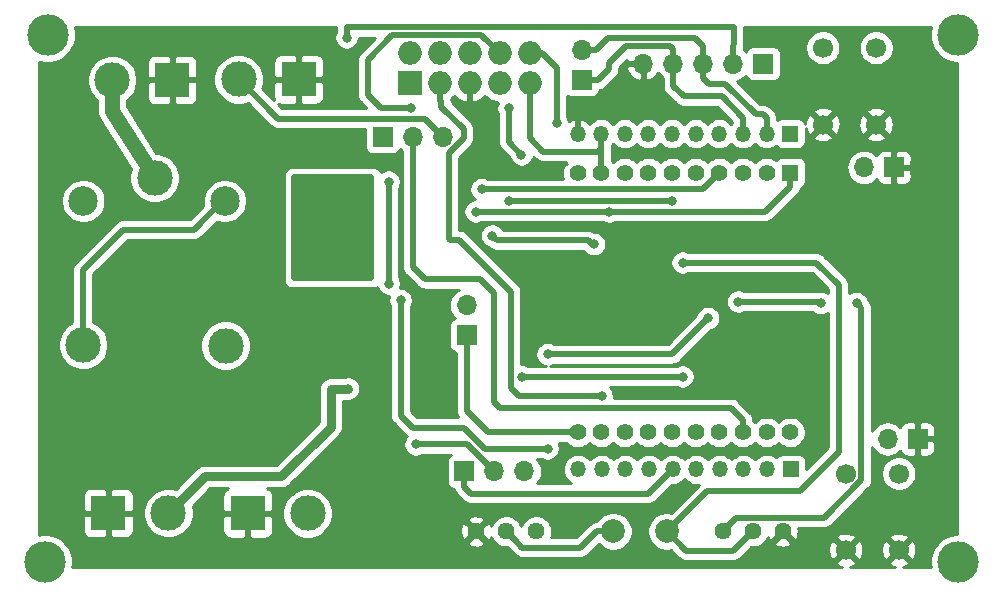
<source format=gbl>
%TF.GenerationSoftware,KiCad,Pcbnew,5.1.4-e60b266~84~ubuntu18.04.1*%
%TF.CreationDate,2019-10-21T10:52:58-03:00*%
%TF.ProjectId,Xbee,58626565-2e6b-4696-9361-645f70636258,rev?*%
%TF.SameCoordinates,Original*%
%TF.FileFunction,Copper,L2,Bot*%
%TF.FilePolarity,Positive*%
%FSLAX46Y46*%
G04 Gerber Fmt 4.6, Leading zero omitted, Abs format (unit mm)*
G04 Created by KiCad (PCBNEW 5.1.4-e60b266~84~ubuntu18.04.1) date 2019-10-21 10:52:58*
%MOMM*%
%LPD*%
G04 APERTURE LIST*
%ADD10C,1.700000*%
%ADD11R,1.400000X1.400000*%
%ADD12C,1.400000*%
%ADD13O,1.700000X1.700000*%
%ADD14R,1.700000X1.700000*%
%ADD15C,3.500000*%
%ADD16O,1.350000X1.350000*%
%ADD17R,1.350000X1.350000*%
%ADD18C,2.000000*%
%ADD19C,3.000000*%
%ADD20R,3.000000X3.000000*%
%ADD21C,2.500000*%
%ADD22C,1.440000*%
%ADD23O,2.000000X2.000000*%
%ADD24R,2.000000X2.000000*%
%ADD25C,0.800000*%
%ADD26C,0.500000*%
%ADD27C,1.270000*%
%ADD28C,0.750000*%
%ADD29C,0.254000*%
G04 APERTURE END LIST*
D10*
X150450000Y-76425000D03*
X150450000Y-69925000D03*
X154950000Y-76425000D03*
X154950000Y-69925000D03*
X153025000Y-33875000D03*
X153025000Y-40375000D03*
X148525000Y-33875000D03*
X148525000Y-40375000D03*
D11*
X145756640Y-44444720D03*
D12*
X143756640Y-44444720D03*
X141756640Y-44444720D03*
X139756640Y-44444720D03*
X137756640Y-44444720D03*
X135756640Y-44444720D03*
X133756640Y-44444720D03*
X131756640Y-44444720D03*
X129756640Y-44444720D03*
X127756640Y-44444720D03*
X127756640Y-66444720D03*
X129756640Y-66444720D03*
X131756640Y-66444720D03*
X133756640Y-66444720D03*
X135756640Y-66444720D03*
X137756640Y-66444720D03*
X139756640Y-66444720D03*
X141756640Y-66444720D03*
X143756640Y-66444720D03*
X145756640Y-66444720D03*
D13*
X152000000Y-44000000D03*
D14*
X154540000Y-44000000D03*
D15*
X160000000Y-32775000D03*
X82625000Y-77425000D03*
X160000000Y-77425000D03*
X82875000Y-32775000D03*
D16*
X127795040Y-69582360D03*
X129795040Y-69582360D03*
X131795040Y-69582360D03*
X133795040Y-69582360D03*
X135795040Y-69582360D03*
X137795040Y-69582360D03*
X139795040Y-69582360D03*
X141795040Y-69582360D03*
X143795040Y-69582360D03*
D17*
X145795040Y-69582360D03*
D16*
X127750000Y-41148000D03*
X129750000Y-41148000D03*
X131750000Y-41148000D03*
X133750000Y-41148000D03*
X135750000Y-41148000D03*
X137750000Y-41148000D03*
X139750000Y-41148000D03*
X141750000Y-41148000D03*
X143750000Y-41148000D03*
D17*
X145750000Y-41148000D03*
D18*
X130775000Y-74825000D03*
X135300000Y-74825000D03*
D19*
X104905000Y-73300000D03*
D20*
X99825000Y-73300000D03*
D19*
X91948000Y-44900000D03*
D21*
X97898000Y-46850000D03*
D19*
X97948000Y-59100000D03*
X85898000Y-59050000D03*
D21*
X85898000Y-46850000D03*
D22*
X145110000Y-74830000D03*
X142570000Y-74830000D03*
X140030000Y-74830000D03*
D23*
X123685000Y-34360000D03*
X123685000Y-36900000D03*
X121145000Y-34360000D03*
X121145000Y-36900000D03*
X118605000Y-34360000D03*
X118605000Y-36900000D03*
X116065000Y-34360000D03*
X116065000Y-36900000D03*
X113525000Y-34360000D03*
D24*
X113525000Y-36900000D03*
D13*
X154000000Y-67000000D03*
D14*
X156540000Y-67000000D03*
D20*
X88025000Y-73275000D03*
D19*
X93105000Y-73275000D03*
D14*
X143465000Y-35225000D03*
D13*
X140925000Y-35225000D03*
X138385000Y-35225000D03*
X135845000Y-35225000D03*
X133305000Y-35225000D03*
D20*
X104139000Y-36550000D03*
D19*
X99059000Y-36550000D03*
X88354000Y-36600000D03*
D20*
X93434000Y-36600000D03*
D13*
X123250000Y-69750000D03*
X120710000Y-69750000D03*
D14*
X118170000Y-69750000D03*
D13*
X128125000Y-34060000D03*
D14*
X128125000Y-36600000D03*
X111252000Y-41402000D03*
D13*
X113792000Y-41402000D03*
X116332000Y-41402000D03*
D14*
X118373200Y-58205700D03*
D13*
X118373200Y-55665700D03*
D22*
X124250000Y-74830000D03*
X121710000Y-74830000D03*
X119170000Y-74830000D03*
D25*
X111760000Y-53848000D03*
X111760000Y-45212000D03*
X111633000Y-43815000D03*
X102616000Y-44577000D03*
X113284000Y-53848000D03*
X109600000Y-46990000D03*
X109600000Y-52324000D03*
X109601000Y-45720000D03*
X125984000Y-40259000D03*
X130429000Y-47752000D03*
X109601000Y-50800000D03*
X119126000Y-47752000D03*
X119634000Y-45847000D03*
X121920000Y-46863000D03*
X135763000Y-46863000D03*
X129794000Y-63373000D03*
X113665000Y-38989000D03*
X123005315Y-42926000D03*
X121920000Y-38989000D03*
X108204000Y-33020000D03*
X114050000Y-67450000D03*
X120523000Y-49784000D03*
X129129731Y-50509765D03*
X108331000Y-62738000D03*
X141351000Y-55372000D03*
X148336000Y-55499000D03*
X151384000Y-55499000D03*
X136652000Y-52070000D03*
X123063000Y-61722000D03*
X136652000Y-61722000D03*
X138811000Y-56769000D03*
X125222000Y-59817000D03*
X125222000Y-67818000D03*
X112776000Y-55245000D03*
D26*
X85852000Y-56912000D02*
X85898000Y-59050000D01*
X85852000Y-52705000D02*
X85852000Y-56912000D01*
X89281000Y-49276000D02*
X85852000Y-52705000D01*
X95264000Y-49276000D02*
X89281000Y-49276000D01*
X97898000Y-46850000D02*
X97690000Y-46850000D01*
X97690000Y-46850000D02*
X95264000Y-49276000D01*
X111760000Y-53848000D02*
X111760000Y-45212000D01*
X111633000Y-43815000D02*
X103378000Y-43815000D01*
X103378000Y-43815000D02*
X102616000Y-44577000D01*
X123685000Y-34360000D02*
X124784000Y-34360000D01*
X124784000Y-34360000D02*
X125984000Y-35560000D01*
X125984000Y-35560000D02*
X125984000Y-40259000D01*
X145756640Y-45644720D02*
X145756640Y-44444720D01*
X143649360Y-47752000D02*
X145756640Y-45644720D01*
X130429000Y-47752000D02*
X143649360Y-47752000D01*
X119126000Y-47752000D02*
X130429000Y-47752000D01*
X143750000Y-39795406D02*
X143750000Y-40750000D01*
X138385000Y-35225000D02*
X138385000Y-36427081D01*
X138385000Y-36427081D02*
X138882919Y-36925000D01*
X138882919Y-36925000D02*
X140225000Y-36925000D01*
X140225000Y-36925000D02*
X142825000Y-39525000D01*
X142825000Y-39525000D02*
X143479594Y-39525000D01*
X143479594Y-39525000D02*
X143750000Y-39795406D01*
X130367081Y-33020000D02*
X137668000Y-33020000D01*
X129327081Y-34060000D02*
X130367081Y-33020000D01*
X128125000Y-34060000D02*
X129327081Y-34060000D01*
X138385000Y-33737000D02*
X138385000Y-35225000D01*
X137668000Y-33020000D02*
X138385000Y-33737000D01*
X141750000Y-39795406D02*
X139954594Y-38000000D01*
X141750000Y-40750000D02*
X141750000Y-39795406D01*
X139954594Y-38000000D02*
X136725000Y-38000000D01*
X135845000Y-37120000D02*
X135845000Y-35225000D01*
X136725000Y-38000000D02*
X135845000Y-37120000D01*
X135845000Y-34022919D02*
X135845000Y-35225000D01*
X135542091Y-33720010D02*
X135845000Y-34022919D01*
X130408500Y-35666500D02*
X130408500Y-35199500D01*
X129475000Y-36600000D02*
X130408500Y-35666500D01*
X131887990Y-33720010D02*
X135542091Y-33720010D01*
X130408500Y-35199500D02*
X131887990Y-33720010D01*
X128125000Y-36600000D02*
X129475000Y-36600000D01*
X138354360Y-45847000D02*
X139756640Y-44444720D01*
X119634000Y-45847000D02*
X138354360Y-45847000D01*
X121920000Y-46863000D02*
X135763000Y-46863000D01*
X129750000Y-44438080D02*
X129756640Y-44444720D01*
X123685000Y-38314213D02*
X123698000Y-38327213D01*
X123685000Y-36900000D02*
X123685000Y-38314213D01*
X123698000Y-38327213D02*
X123698000Y-41529000D01*
X123698000Y-41529000D02*
X124841000Y-42672000D01*
X129452000Y-42672000D02*
X129750000Y-42374000D01*
X124841000Y-42672000D02*
X129452000Y-42672000D01*
X129750000Y-41148000D02*
X129750000Y-42374000D01*
X129750000Y-42374000D02*
X129750000Y-44438080D01*
X118373200Y-59555700D02*
X118364000Y-59564900D01*
X118373200Y-58205700D02*
X118373200Y-59555700D01*
X118364000Y-59564900D02*
X118364000Y-64643000D01*
X120165720Y-66444720D02*
X127756640Y-66444720D01*
X118364000Y-64643000D02*
X120165720Y-66444720D01*
X122112011Y-62676011D02*
X122809000Y-63373000D01*
X122112011Y-54574046D02*
X122112011Y-62676011D01*
X117702965Y-50165000D02*
X122112011Y-54574046D01*
X116840000Y-50038000D02*
X116967000Y-50165000D01*
X122809000Y-63373000D02*
X129794000Y-63373000D01*
X116840000Y-43180000D02*
X116840000Y-50038000D01*
X116859002Y-42799000D02*
X116840000Y-43180000D01*
X116065000Y-38314213D02*
X116205000Y-38454213D01*
X116065000Y-36900000D02*
X116065000Y-38314213D01*
X116967000Y-50165000D02*
X117702965Y-50165000D01*
X118110000Y-40767000D02*
X118110000Y-41548002D01*
X116205000Y-38862000D02*
X118110000Y-40767000D01*
X116205000Y-38454213D02*
X116205000Y-38862000D01*
X118110000Y-41548002D02*
X116859002Y-42799000D01*
X118170000Y-71100000D02*
X118170000Y-69750000D01*
X133749400Y-71628000D02*
X118698000Y-71628000D01*
X118698000Y-71628000D02*
X118170000Y-71100000D01*
X135795040Y-69582360D02*
X133749400Y-71628000D01*
X109982000Y-37846000D02*
X111125000Y-38989000D01*
X111125000Y-38989000D02*
X113099315Y-38989000D01*
X113099315Y-38989000D02*
X113665000Y-38989000D01*
X112075989Y-32831011D02*
X109982000Y-34925000D01*
X109982000Y-34925000D02*
X109982000Y-37846000D01*
X119616011Y-32831011D02*
X112075989Y-32831011D01*
X121145000Y-34360000D02*
X119616011Y-32831011D01*
X123005315Y-42926000D02*
X121920000Y-41840685D01*
X121920000Y-41840685D02*
X121920000Y-38989000D01*
X121158000Y-64389000D02*
X140716000Y-64389000D01*
X113792000Y-52451000D02*
X114808000Y-53467000D01*
X113792000Y-41402000D02*
X113792000Y-52451000D01*
X114808000Y-53467000D02*
X119507000Y-53467000D01*
X140716000Y-64389000D02*
X141756640Y-65429640D01*
X119507000Y-53467000D02*
X120650000Y-54610000D01*
X141756640Y-65429640D02*
X141756640Y-66444720D01*
X120650000Y-54610000D02*
X120650000Y-63881000D01*
X120650000Y-63881000D02*
X121158000Y-64389000D01*
X116332000Y-41402000D02*
X114808000Y-39878000D01*
X102387000Y-39878000D02*
X99059000Y-36550000D01*
X114808000Y-39878000D02*
X102387000Y-39878000D01*
X140970000Y-32131000D02*
X140925000Y-35225000D01*
X108204000Y-33020000D02*
X108204000Y-32131000D01*
X108204000Y-32131000D02*
X140970000Y-32131000D01*
D27*
X88354000Y-39214000D02*
X91948000Y-44900000D01*
X88354000Y-36600000D02*
X88354000Y-39214000D01*
D26*
X114050000Y-67450000D02*
X118410000Y-67450000D01*
X119860001Y-68900001D02*
X120710000Y-69750000D01*
X118410000Y-67450000D02*
X119860001Y-68900001D01*
X120922999Y-50183999D02*
X128632001Y-50183999D01*
X120523000Y-49784000D02*
X120922999Y-50183999D01*
X128632001Y-50183999D02*
X128957767Y-50509765D01*
X128957767Y-50509765D02*
X129129731Y-50509765D01*
D28*
X96205000Y-70175000D02*
X93105000Y-73275000D01*
X102650000Y-70175000D02*
X96205000Y-70175000D01*
X106858161Y-65966839D02*
X102650000Y-70175000D01*
X106858161Y-62783999D02*
X106858161Y-65966839D01*
X108331000Y-62738000D02*
X106858161Y-62783999D01*
D26*
X141351000Y-55372000D02*
X148209000Y-55372000D01*
X148209000Y-55372000D02*
X148336000Y-55499000D01*
X141200001Y-73659999D02*
X140749999Y-74110001D01*
X140749999Y-74110001D02*
X140030000Y-74830000D01*
X148639003Y-73659999D02*
X141200001Y-73659999D01*
X151783999Y-70515003D02*
X148639003Y-73659999D01*
X151783999Y-55898999D02*
X151783999Y-70515003D01*
X151384000Y-55499000D02*
X151783999Y-55898999D01*
X147955000Y-52070000D02*
X136652000Y-52070000D01*
X149860000Y-53975000D02*
X147955000Y-52070000D01*
X149860000Y-68072000D02*
X149860000Y-53975000D01*
X146558000Y-71374000D02*
X149860000Y-68072000D01*
X135300000Y-74825000D02*
X138751000Y-71374000D01*
X138751000Y-71374000D02*
X146558000Y-71374000D01*
X141850001Y-75549999D02*
X142570000Y-74830000D01*
X140946000Y-76454000D02*
X141850001Y-75549999D01*
X135300000Y-74825000D02*
X136929000Y-76454000D01*
X136929000Y-76454000D02*
X140946000Y-76454000D01*
X123063000Y-61722000D02*
X136652000Y-61722000D01*
X122429999Y-75549999D02*
X121710000Y-74830000D01*
X123080000Y-76200000D02*
X122429999Y-75549999D01*
X127985787Y-76200000D02*
X123080000Y-76200000D01*
X130775000Y-74825000D02*
X129360787Y-74825000D01*
X129360787Y-74825000D02*
X127985787Y-76200000D01*
X138811000Y-56769000D02*
X135763000Y-59817000D01*
X135763000Y-59817000D02*
X125222000Y-59817000D01*
X119888000Y-67818000D02*
X125222000Y-67818000D01*
X113792000Y-66040000D02*
X118110000Y-66040000D01*
X112776000Y-55245000D02*
X112776000Y-65024000D01*
X118110000Y-66040000D02*
X119888000Y-67818000D01*
X112776000Y-65024000D02*
X113792000Y-66040000D01*
D29*
G36*
X107314718Y-32131000D02*
G01*
X107319000Y-32174477D01*
X107319000Y-32481546D01*
X107286795Y-32529744D01*
X107208774Y-32718102D01*
X107169000Y-32918061D01*
X107169000Y-33121939D01*
X107208774Y-33321898D01*
X107286795Y-33510256D01*
X107400063Y-33679774D01*
X107544226Y-33823937D01*
X107713744Y-33937205D01*
X107902102Y-34015226D01*
X108102061Y-34055000D01*
X108305939Y-34055000D01*
X108505898Y-34015226D01*
X108694256Y-33937205D01*
X108863774Y-33823937D01*
X109007937Y-33679774D01*
X109121205Y-33510256D01*
X109199226Y-33321898D01*
X109239000Y-33121939D01*
X109239000Y-33016000D01*
X110639421Y-33016000D01*
X109386956Y-34268466D01*
X109353183Y-34296183D01*
X109242589Y-34430942D01*
X109160411Y-34584688D01*
X109129130Y-34687805D01*
X109111627Y-34745506D01*
X109109805Y-34751511D01*
X109097000Y-34881524D01*
X109097000Y-34881531D01*
X109092719Y-34925000D01*
X109097000Y-34968469D01*
X109097001Y-37802521D01*
X109092719Y-37846000D01*
X109109805Y-38019490D01*
X109160412Y-38186313D01*
X109242590Y-38340059D01*
X109325468Y-38441046D01*
X109325471Y-38441049D01*
X109353184Y-38474817D01*
X109386951Y-38502529D01*
X109877422Y-38993000D01*
X102753579Y-38993000D01*
X102402372Y-38641793D01*
X102514518Y-38675812D01*
X102639000Y-38688072D01*
X103853250Y-38685000D01*
X104012000Y-38526250D01*
X104012000Y-36677000D01*
X104266000Y-36677000D01*
X104266000Y-38526250D01*
X104424750Y-38685000D01*
X105639000Y-38688072D01*
X105763482Y-38675812D01*
X105883180Y-38639502D01*
X105993494Y-38580537D01*
X106090185Y-38501185D01*
X106169537Y-38404494D01*
X106228502Y-38294180D01*
X106264812Y-38174482D01*
X106277072Y-38050000D01*
X106274000Y-36835750D01*
X106115250Y-36677000D01*
X104266000Y-36677000D01*
X104012000Y-36677000D01*
X102162750Y-36677000D01*
X102004000Y-36835750D01*
X102000928Y-38050000D01*
X102013188Y-38174482D01*
X102047207Y-38286629D01*
X101059637Y-37299058D01*
X101111953Y-37172756D01*
X101194000Y-36760279D01*
X101194000Y-36339721D01*
X101111953Y-35927244D01*
X100951012Y-35538698D01*
X100717363Y-35189017D01*
X100578346Y-35050000D01*
X102000928Y-35050000D01*
X102004000Y-36264250D01*
X102162750Y-36423000D01*
X104012000Y-36423000D01*
X104012000Y-34573750D01*
X104266000Y-34573750D01*
X104266000Y-36423000D01*
X106115250Y-36423000D01*
X106274000Y-36264250D01*
X106277072Y-35050000D01*
X106264812Y-34925518D01*
X106228502Y-34805820D01*
X106169537Y-34695506D01*
X106090185Y-34598815D01*
X105993494Y-34519463D01*
X105883180Y-34460498D01*
X105763482Y-34424188D01*
X105639000Y-34411928D01*
X104424750Y-34415000D01*
X104266000Y-34573750D01*
X104012000Y-34573750D01*
X103853250Y-34415000D01*
X102639000Y-34411928D01*
X102514518Y-34424188D01*
X102394820Y-34460498D01*
X102284506Y-34519463D01*
X102187815Y-34598815D01*
X102108463Y-34695506D01*
X102049498Y-34805820D01*
X102013188Y-34925518D01*
X102000928Y-35050000D01*
X100578346Y-35050000D01*
X100419983Y-34891637D01*
X100070302Y-34657988D01*
X99681756Y-34497047D01*
X99269279Y-34415000D01*
X98848721Y-34415000D01*
X98436244Y-34497047D01*
X98047698Y-34657988D01*
X97698017Y-34891637D01*
X97400637Y-35189017D01*
X97166988Y-35538698D01*
X97006047Y-35927244D01*
X96924000Y-36339721D01*
X96924000Y-36760279D01*
X97006047Y-37172756D01*
X97166988Y-37561302D01*
X97400637Y-37910983D01*
X97698017Y-38208363D01*
X98047698Y-38442012D01*
X98436244Y-38602953D01*
X98848721Y-38685000D01*
X99269279Y-38685000D01*
X99681756Y-38602953D01*
X99808058Y-38550637D01*
X101730470Y-40473049D01*
X101758183Y-40506817D01*
X101791951Y-40534530D01*
X101791953Y-40534532D01*
X101870889Y-40599313D01*
X101892941Y-40617411D01*
X102046687Y-40699589D01*
X102213510Y-40750195D01*
X102343523Y-40763000D01*
X102343531Y-40763000D01*
X102387000Y-40767281D01*
X102430469Y-40763000D01*
X109763928Y-40763000D01*
X109763928Y-42252000D01*
X109776188Y-42376482D01*
X109812498Y-42496180D01*
X109871463Y-42606494D01*
X109950815Y-42703185D01*
X110047506Y-42782537D01*
X110157820Y-42841502D01*
X110277518Y-42877812D01*
X110402000Y-42890072D01*
X112102000Y-42890072D01*
X112226482Y-42877812D01*
X112346180Y-42841502D01*
X112456494Y-42782537D01*
X112553185Y-42703185D01*
X112632537Y-42606494D01*
X112691502Y-42496180D01*
X112712393Y-42427313D01*
X112736866Y-42457134D01*
X112907000Y-42596760D01*
X112907001Y-52407521D01*
X112902719Y-52451000D01*
X112919805Y-52624490D01*
X112970412Y-52791313D01*
X113052590Y-52945059D01*
X113135468Y-53046046D01*
X113135471Y-53046049D01*
X113163184Y-53079817D01*
X113196951Y-53107529D01*
X114151470Y-54062049D01*
X114179183Y-54095817D01*
X114212951Y-54123530D01*
X114212953Y-54123532D01*
X114245080Y-54149898D01*
X114313941Y-54206411D01*
X114467687Y-54288589D01*
X114555783Y-54315313D01*
X114634509Y-54339195D01*
X114649306Y-54340652D01*
X114764523Y-54352000D01*
X114764531Y-54352000D01*
X114808000Y-54356281D01*
X114851469Y-54352000D01*
X117680748Y-54352000D01*
X117544186Y-54424994D01*
X117318066Y-54610566D01*
X117132494Y-54836686D01*
X116994601Y-55094666D01*
X116909687Y-55374589D01*
X116881015Y-55665700D01*
X116909687Y-55956811D01*
X116994601Y-56236734D01*
X117132494Y-56494714D01*
X117318066Y-56720834D01*
X117347887Y-56745307D01*
X117279020Y-56766198D01*
X117168706Y-56825163D01*
X117072015Y-56904515D01*
X116992663Y-57001206D01*
X116933698Y-57111520D01*
X116897388Y-57231218D01*
X116885128Y-57355700D01*
X116885128Y-59055700D01*
X116897388Y-59180182D01*
X116933698Y-59299880D01*
X116992663Y-59410194D01*
X117072015Y-59506885D01*
X117168706Y-59586237D01*
X117279020Y-59645202D01*
X117398718Y-59681512D01*
X117479000Y-59689419D01*
X117479001Y-64599521D01*
X117474719Y-64643000D01*
X117491805Y-64816490D01*
X117542412Y-64983313D01*
X117624590Y-65137059D01*
X117639314Y-65155000D01*
X114158579Y-65155000D01*
X113661000Y-64657422D01*
X113661000Y-55783454D01*
X113693205Y-55735256D01*
X113771226Y-55546898D01*
X113811000Y-55346939D01*
X113811000Y-55143061D01*
X113771226Y-54943102D01*
X113693205Y-54754744D01*
X113579937Y-54585226D01*
X113435774Y-54441063D01*
X113266256Y-54327795D01*
X113077898Y-54249774D01*
X112877939Y-54210000D01*
X112730331Y-54210000D01*
X112755226Y-54149898D01*
X112795000Y-53949939D01*
X112795000Y-53746061D01*
X112755226Y-53546102D01*
X112677205Y-53357744D01*
X112645000Y-53309546D01*
X112645000Y-45750454D01*
X112677205Y-45702256D01*
X112755226Y-45513898D01*
X112795000Y-45313939D01*
X112795000Y-45110061D01*
X112755226Y-44910102D01*
X112677205Y-44721744D01*
X112563937Y-44552226D01*
X112419774Y-44408063D01*
X112250256Y-44294795D01*
X112061898Y-44216774D01*
X111861939Y-44177000D01*
X111658061Y-44177000D01*
X111458102Y-44216774D01*
X111269744Y-44294795D01*
X111102365Y-44406634D01*
X111088404Y-44360611D01*
X111029723Y-44250828D01*
X110950753Y-44154602D01*
X110854527Y-44075632D01*
X110744744Y-44016951D01*
X110625622Y-43980816D01*
X110501740Y-43968615D01*
X103501740Y-43968615D01*
X103377858Y-43980816D01*
X103258736Y-44016951D01*
X103148953Y-44075632D01*
X103052727Y-44154602D01*
X102973757Y-44250828D01*
X102915076Y-44360611D01*
X102878941Y-44479733D01*
X102866740Y-44603615D01*
X102866740Y-53603615D01*
X102878941Y-53727497D01*
X102915076Y-53846619D01*
X102973757Y-53956402D01*
X103052727Y-54052628D01*
X103148953Y-54131598D01*
X103258736Y-54190279D01*
X103377858Y-54226414D01*
X103501740Y-54238615D01*
X110501740Y-54238615D01*
X110625622Y-54226414D01*
X110744744Y-54190279D01*
X110774838Y-54174193D01*
X110842795Y-54338256D01*
X110956063Y-54507774D01*
X111100226Y-54651937D01*
X111269744Y-54765205D01*
X111458102Y-54843226D01*
X111658061Y-54883000D01*
X111805669Y-54883000D01*
X111780774Y-54943102D01*
X111741000Y-55143061D01*
X111741000Y-55346939D01*
X111780774Y-55546898D01*
X111858795Y-55735256D01*
X111891000Y-55783454D01*
X111891001Y-64980521D01*
X111886719Y-65024000D01*
X111903805Y-65197490D01*
X111954412Y-65364313D01*
X112036590Y-65518059D01*
X112119468Y-65619046D01*
X112119471Y-65619049D01*
X112147184Y-65652817D01*
X112180951Y-65680529D01*
X113135470Y-66635049D01*
X113163183Y-66668817D01*
X113196951Y-66696530D01*
X113196953Y-66696532D01*
X113268452Y-66755210D01*
X113275387Y-66760902D01*
X113246063Y-66790226D01*
X113132795Y-66959744D01*
X113054774Y-67148102D01*
X113015000Y-67348061D01*
X113015000Y-67551939D01*
X113054774Y-67751898D01*
X113132795Y-67940256D01*
X113246063Y-68109774D01*
X113390226Y-68253937D01*
X113559744Y-68367205D01*
X113748102Y-68445226D01*
X113948061Y-68485000D01*
X114151939Y-68485000D01*
X114351898Y-68445226D01*
X114540256Y-68367205D01*
X114588454Y-68335000D01*
X117029981Y-68335000D01*
X116965506Y-68369463D01*
X116868815Y-68448815D01*
X116789463Y-68545506D01*
X116730498Y-68655820D01*
X116694188Y-68775518D01*
X116681928Y-68900000D01*
X116681928Y-70600000D01*
X116694188Y-70724482D01*
X116730498Y-70844180D01*
X116789463Y-70954494D01*
X116868815Y-71051185D01*
X116965506Y-71130537D01*
X117075820Y-71189502D01*
X117195518Y-71225812D01*
X117294065Y-71235518D01*
X117297805Y-71273490D01*
X117302112Y-71287687D01*
X117348411Y-71440312D01*
X117430589Y-71594058D01*
X117541183Y-71728817D01*
X117574956Y-71756534D01*
X118041466Y-72223044D01*
X118069183Y-72256817D01*
X118203941Y-72367411D01*
X118357687Y-72449589D01*
X118524510Y-72500195D01*
X118654523Y-72513000D01*
X118654531Y-72513000D01*
X118698000Y-72517281D01*
X118741469Y-72513000D01*
X133705931Y-72513000D01*
X133749400Y-72517281D01*
X133792869Y-72513000D01*
X133792877Y-72513000D01*
X133922890Y-72500195D01*
X134089713Y-72449589D01*
X134243459Y-72367411D01*
X134378217Y-72256817D01*
X134405934Y-72223044D01*
X135736619Y-70892360D01*
X135859391Y-70892360D01*
X136051845Y-70873405D01*
X136298781Y-70798498D01*
X136526358Y-70676855D01*
X136725832Y-70513152D01*
X136795040Y-70428821D01*
X136864248Y-70513152D01*
X137063722Y-70676855D01*
X137291299Y-70798498D01*
X137538235Y-70873405D01*
X137730689Y-70892360D01*
X137859391Y-70892360D01*
X137994354Y-70879067D01*
X135646525Y-73226897D01*
X135461033Y-73190000D01*
X135138967Y-73190000D01*
X134823088Y-73252832D01*
X134525537Y-73376082D01*
X134257748Y-73555013D01*
X134030013Y-73782748D01*
X133851082Y-74050537D01*
X133727832Y-74348088D01*
X133665000Y-74663967D01*
X133665000Y-74986033D01*
X133727832Y-75301912D01*
X133851082Y-75599463D01*
X134030013Y-75867252D01*
X134257748Y-76094987D01*
X134525537Y-76273918D01*
X134823088Y-76397168D01*
X135138967Y-76460000D01*
X135461033Y-76460000D01*
X135646525Y-76423104D01*
X136272470Y-77049049D01*
X136300183Y-77082817D01*
X136333951Y-77110530D01*
X136333953Y-77110532D01*
X136430904Y-77190098D01*
X136434941Y-77193411D01*
X136588687Y-77275589D01*
X136755510Y-77326195D01*
X136885523Y-77339000D01*
X136885531Y-77339000D01*
X136929000Y-77343281D01*
X136972469Y-77339000D01*
X140902531Y-77339000D01*
X140946000Y-77343281D01*
X140989469Y-77339000D01*
X140989477Y-77339000D01*
X141119490Y-77326195D01*
X141286313Y-77275589D01*
X141440059Y-77193411D01*
X141574817Y-77082817D01*
X141602534Y-77049044D01*
X142158047Y-76493531D01*
X148959389Y-76493531D01*
X149001401Y-76783019D01*
X149099081Y-77058747D01*
X149172528Y-77196157D01*
X149421603Y-77273792D01*
X150270395Y-76425000D01*
X150629605Y-76425000D01*
X151478397Y-77273792D01*
X151727472Y-77196157D01*
X151853371Y-76932117D01*
X151925339Y-76648589D01*
X151933445Y-76493531D01*
X153459389Y-76493531D01*
X153501401Y-76783019D01*
X153599081Y-77058747D01*
X153672528Y-77196157D01*
X153921603Y-77273792D01*
X154770395Y-76425000D01*
X155129605Y-76425000D01*
X155978397Y-77273792D01*
X156227472Y-77196157D01*
X156353371Y-76932117D01*
X156425339Y-76648589D01*
X156440611Y-76356469D01*
X156398599Y-76066981D01*
X156300919Y-75791253D01*
X156227472Y-75653843D01*
X155978397Y-75576208D01*
X155129605Y-76425000D01*
X154770395Y-76425000D01*
X153921603Y-75576208D01*
X153672528Y-75653843D01*
X153546629Y-75917883D01*
X153474661Y-76201411D01*
X153459389Y-76493531D01*
X151933445Y-76493531D01*
X151940611Y-76356469D01*
X151898599Y-76066981D01*
X151800919Y-75791253D01*
X151727472Y-75653843D01*
X151478397Y-75576208D01*
X150629605Y-76425000D01*
X150270395Y-76425000D01*
X149421603Y-75576208D01*
X149172528Y-75653843D01*
X149046629Y-75917883D01*
X148974661Y-76201411D01*
X148959389Y-76493531D01*
X142158047Y-76493531D01*
X142466579Y-76185000D01*
X142703456Y-76185000D01*
X142965239Y-76132928D01*
X143211833Y-76030785D01*
X143433762Y-75882497D01*
X143550699Y-75765560D01*
X144354045Y-75765560D01*
X144415932Y-76001368D01*
X144657790Y-76114266D01*
X144917027Y-76177811D01*
X145183680Y-76189561D01*
X145447501Y-76149063D01*
X145698353Y-76057875D01*
X145804068Y-76001368D01*
X145865955Y-75765560D01*
X145110000Y-75009605D01*
X144354045Y-75765560D01*
X143550699Y-75765560D01*
X143622497Y-75693762D01*
X143770785Y-75471833D01*
X143840438Y-75303676D01*
X143882125Y-75418353D01*
X143938632Y-75524068D01*
X144174440Y-75585955D01*
X144930395Y-74830000D01*
X144916253Y-74815858D01*
X145095858Y-74636253D01*
X145110000Y-74650395D01*
X145124143Y-74636253D01*
X145303748Y-74815858D01*
X145289605Y-74830000D01*
X146045560Y-75585955D01*
X146281368Y-75524068D01*
X146340867Y-75396603D01*
X149601208Y-75396603D01*
X150450000Y-76245395D01*
X151298792Y-75396603D01*
X154101208Y-75396603D01*
X154950000Y-76245395D01*
X155798792Y-75396603D01*
X155721157Y-75147528D01*
X155457117Y-75021629D01*
X155173589Y-74949661D01*
X154881469Y-74934389D01*
X154591981Y-74976401D01*
X154316253Y-75074081D01*
X154178843Y-75147528D01*
X154101208Y-75396603D01*
X151298792Y-75396603D01*
X151221157Y-75147528D01*
X150957117Y-75021629D01*
X150673589Y-74949661D01*
X150381469Y-74934389D01*
X150091981Y-74976401D01*
X149816253Y-75074081D01*
X149678843Y-75147528D01*
X149601208Y-75396603D01*
X146340867Y-75396603D01*
X146394266Y-75282210D01*
X146457811Y-75022973D01*
X146469561Y-74756320D01*
X146437122Y-74544999D01*
X148595534Y-74544999D01*
X148639003Y-74549280D01*
X148682472Y-74544999D01*
X148682480Y-74544999D01*
X148812493Y-74532194D01*
X148979316Y-74481588D01*
X149133062Y-74399410D01*
X149267820Y-74288816D01*
X149295537Y-74255043D01*
X152379048Y-71171533D01*
X152412816Y-71143820D01*
X152448779Y-71100000D01*
X152503802Y-71032954D01*
X152523410Y-71009062D01*
X152605588Y-70855316D01*
X152645277Y-70724482D01*
X152656194Y-70688494D01*
X152662111Y-70628411D01*
X152668999Y-70558480D01*
X152668999Y-70558472D01*
X152673280Y-70515003D01*
X152668999Y-70471534D01*
X152668999Y-69778740D01*
X153465000Y-69778740D01*
X153465000Y-70071260D01*
X153522068Y-70358158D01*
X153634010Y-70628411D01*
X153796525Y-70871632D01*
X154003368Y-71078475D01*
X154246589Y-71240990D01*
X154516842Y-71352932D01*
X154803740Y-71410000D01*
X155096260Y-71410000D01*
X155383158Y-71352932D01*
X155653411Y-71240990D01*
X155896632Y-71078475D01*
X156103475Y-70871632D01*
X156265990Y-70628411D01*
X156377932Y-70358158D01*
X156435000Y-70071260D01*
X156435000Y-69778740D01*
X156377932Y-69491842D01*
X156265990Y-69221589D01*
X156103475Y-68978368D01*
X155896632Y-68771525D01*
X155653411Y-68609010D01*
X155383158Y-68497068D01*
X155096260Y-68440000D01*
X154803740Y-68440000D01*
X154516842Y-68497068D01*
X154246589Y-68609010D01*
X154003368Y-68771525D01*
X153796525Y-68978368D01*
X153634010Y-69221589D01*
X153522068Y-69491842D01*
X153465000Y-69778740D01*
X152668999Y-69778740D01*
X152668999Y-67660084D01*
X152759294Y-67829014D01*
X152944866Y-68055134D01*
X153170986Y-68240706D01*
X153428966Y-68378599D01*
X153708889Y-68463513D01*
X153927050Y-68485000D01*
X154072950Y-68485000D01*
X154291111Y-68463513D01*
X154571034Y-68378599D01*
X154829014Y-68240706D01*
X155055134Y-68055134D01*
X155079607Y-68025313D01*
X155100498Y-68094180D01*
X155159463Y-68204494D01*
X155238815Y-68301185D01*
X155335506Y-68380537D01*
X155445820Y-68439502D01*
X155565518Y-68475812D01*
X155690000Y-68488072D01*
X156254250Y-68485000D01*
X156413000Y-68326250D01*
X156413000Y-67127000D01*
X156667000Y-67127000D01*
X156667000Y-68326250D01*
X156825750Y-68485000D01*
X157390000Y-68488072D01*
X157514482Y-68475812D01*
X157634180Y-68439502D01*
X157744494Y-68380537D01*
X157841185Y-68301185D01*
X157920537Y-68204494D01*
X157979502Y-68094180D01*
X158015812Y-67974482D01*
X158028072Y-67850000D01*
X158025000Y-67285750D01*
X157866250Y-67127000D01*
X156667000Y-67127000D01*
X156413000Y-67127000D01*
X156393000Y-67127000D01*
X156393000Y-66873000D01*
X156413000Y-66873000D01*
X156413000Y-65673750D01*
X156667000Y-65673750D01*
X156667000Y-66873000D01*
X157866250Y-66873000D01*
X158025000Y-66714250D01*
X158028072Y-66150000D01*
X158015812Y-66025518D01*
X157979502Y-65905820D01*
X157920537Y-65795506D01*
X157841185Y-65698815D01*
X157744494Y-65619463D01*
X157634180Y-65560498D01*
X157514482Y-65524188D01*
X157390000Y-65511928D01*
X156825750Y-65515000D01*
X156667000Y-65673750D01*
X156413000Y-65673750D01*
X156254250Y-65515000D01*
X155690000Y-65511928D01*
X155565518Y-65524188D01*
X155445820Y-65560498D01*
X155335506Y-65619463D01*
X155238815Y-65698815D01*
X155159463Y-65795506D01*
X155100498Y-65905820D01*
X155079607Y-65974687D01*
X155055134Y-65944866D01*
X154829014Y-65759294D01*
X154571034Y-65621401D01*
X154291111Y-65536487D01*
X154072950Y-65515000D01*
X153927050Y-65515000D01*
X153708889Y-65536487D01*
X153428966Y-65621401D01*
X153170986Y-65759294D01*
X152944866Y-65944866D01*
X152759294Y-66170986D01*
X152668999Y-66339916D01*
X152668999Y-55942465D01*
X152673280Y-55898998D01*
X152668999Y-55855532D01*
X152668999Y-55855522D01*
X152656194Y-55725509D01*
X152605588Y-55558686D01*
X152523410Y-55404940D01*
X152412816Y-55270182D01*
X152390045Y-55251495D01*
X152379226Y-55197102D01*
X152301205Y-55008744D01*
X152187937Y-54839226D01*
X152043774Y-54695063D01*
X151874256Y-54581795D01*
X151685898Y-54503774D01*
X151485939Y-54464000D01*
X151282061Y-54464000D01*
X151082102Y-54503774D01*
X150893744Y-54581795D01*
X150745000Y-54681182D01*
X150745000Y-54018469D01*
X150749281Y-53975000D01*
X150745000Y-53931531D01*
X150745000Y-53931523D01*
X150732195Y-53801510D01*
X150681589Y-53634687D01*
X150599411Y-53480941D01*
X150488817Y-53346183D01*
X150455049Y-53318470D01*
X148611534Y-51474956D01*
X148583817Y-51441183D01*
X148449059Y-51330589D01*
X148295313Y-51248411D01*
X148128490Y-51197805D01*
X147998477Y-51185000D01*
X147998469Y-51185000D01*
X147955000Y-51180719D01*
X147911531Y-51185000D01*
X137190454Y-51185000D01*
X137142256Y-51152795D01*
X136953898Y-51074774D01*
X136753939Y-51035000D01*
X136550061Y-51035000D01*
X136350102Y-51074774D01*
X136161744Y-51152795D01*
X135992226Y-51266063D01*
X135848063Y-51410226D01*
X135734795Y-51579744D01*
X135656774Y-51768102D01*
X135617000Y-51968061D01*
X135617000Y-52171939D01*
X135656774Y-52371898D01*
X135734795Y-52560256D01*
X135848063Y-52729774D01*
X135992226Y-52873937D01*
X136161744Y-52987205D01*
X136350102Y-53065226D01*
X136550061Y-53105000D01*
X136753939Y-53105000D01*
X136953898Y-53065226D01*
X137142256Y-52987205D01*
X137190454Y-52955000D01*
X147588422Y-52955000D01*
X148975001Y-54341580D01*
X148975001Y-54681183D01*
X148826256Y-54581795D01*
X148637898Y-54503774D01*
X148437939Y-54464000D01*
X148234061Y-54464000D01*
X148118431Y-54487000D01*
X141889454Y-54487000D01*
X141841256Y-54454795D01*
X141652898Y-54376774D01*
X141452939Y-54337000D01*
X141249061Y-54337000D01*
X141049102Y-54376774D01*
X140860744Y-54454795D01*
X140691226Y-54568063D01*
X140547063Y-54712226D01*
X140433795Y-54881744D01*
X140355774Y-55070102D01*
X140316000Y-55270061D01*
X140316000Y-55473939D01*
X140355774Y-55673898D01*
X140433795Y-55862256D01*
X140547063Y-56031774D01*
X140691226Y-56175937D01*
X140860744Y-56289205D01*
X141049102Y-56367226D01*
X141249061Y-56407000D01*
X141452939Y-56407000D01*
X141652898Y-56367226D01*
X141841256Y-56289205D01*
X141889454Y-56257000D01*
X147630289Y-56257000D01*
X147676226Y-56302937D01*
X147845744Y-56416205D01*
X148034102Y-56494226D01*
X148234061Y-56534000D01*
X148437939Y-56534000D01*
X148637898Y-56494226D01*
X148826256Y-56416205D01*
X148975001Y-56316817D01*
X148975000Y-67705421D01*
X147108112Y-69572310D01*
X147108112Y-68907360D01*
X147095852Y-68782878D01*
X147059542Y-68663180D01*
X147000577Y-68552866D01*
X146921225Y-68456175D01*
X146824534Y-68376823D01*
X146714220Y-68317858D01*
X146594522Y-68281548D01*
X146470040Y-68269288D01*
X145120040Y-68269288D01*
X144995558Y-68281548D01*
X144875860Y-68317858D01*
X144765546Y-68376823D01*
X144668855Y-68456175D01*
X144595966Y-68544991D01*
X144526358Y-68487865D01*
X144298781Y-68366222D01*
X144051845Y-68291315D01*
X143859391Y-68272360D01*
X143730689Y-68272360D01*
X143538235Y-68291315D01*
X143291299Y-68366222D01*
X143063722Y-68487865D01*
X142864248Y-68651568D01*
X142795040Y-68735899D01*
X142725832Y-68651568D01*
X142526358Y-68487865D01*
X142298781Y-68366222D01*
X142051845Y-68291315D01*
X141859391Y-68272360D01*
X141730689Y-68272360D01*
X141538235Y-68291315D01*
X141291299Y-68366222D01*
X141063722Y-68487865D01*
X140864248Y-68651568D01*
X140795040Y-68735899D01*
X140725832Y-68651568D01*
X140526358Y-68487865D01*
X140298781Y-68366222D01*
X140051845Y-68291315D01*
X139859391Y-68272360D01*
X139730689Y-68272360D01*
X139538235Y-68291315D01*
X139291299Y-68366222D01*
X139063722Y-68487865D01*
X138864248Y-68651568D01*
X138795040Y-68735899D01*
X138725832Y-68651568D01*
X138526358Y-68487865D01*
X138298781Y-68366222D01*
X138051845Y-68291315D01*
X137859391Y-68272360D01*
X137730689Y-68272360D01*
X137538235Y-68291315D01*
X137291299Y-68366222D01*
X137063722Y-68487865D01*
X136864248Y-68651568D01*
X136795040Y-68735899D01*
X136725832Y-68651568D01*
X136526358Y-68487865D01*
X136298781Y-68366222D01*
X136051845Y-68291315D01*
X135859391Y-68272360D01*
X135730689Y-68272360D01*
X135538235Y-68291315D01*
X135291299Y-68366222D01*
X135063722Y-68487865D01*
X134864248Y-68651568D01*
X134795040Y-68735899D01*
X134725832Y-68651568D01*
X134526358Y-68487865D01*
X134298781Y-68366222D01*
X134051845Y-68291315D01*
X133859391Y-68272360D01*
X133730689Y-68272360D01*
X133538235Y-68291315D01*
X133291299Y-68366222D01*
X133063722Y-68487865D01*
X132864248Y-68651568D01*
X132795040Y-68735899D01*
X132725832Y-68651568D01*
X132526358Y-68487865D01*
X132298781Y-68366222D01*
X132051845Y-68291315D01*
X131859391Y-68272360D01*
X131730689Y-68272360D01*
X131538235Y-68291315D01*
X131291299Y-68366222D01*
X131063722Y-68487865D01*
X130864248Y-68651568D01*
X130795040Y-68735899D01*
X130725832Y-68651568D01*
X130526358Y-68487865D01*
X130298781Y-68366222D01*
X130051845Y-68291315D01*
X129859391Y-68272360D01*
X129730689Y-68272360D01*
X129538235Y-68291315D01*
X129291299Y-68366222D01*
X129063722Y-68487865D01*
X128864248Y-68651568D01*
X128795040Y-68735899D01*
X128725832Y-68651568D01*
X128526358Y-68487865D01*
X128298781Y-68366222D01*
X128051845Y-68291315D01*
X127859391Y-68272360D01*
X127730689Y-68272360D01*
X127538235Y-68291315D01*
X127291299Y-68366222D01*
X127063722Y-68487865D01*
X126864248Y-68651568D01*
X126700545Y-68851042D01*
X126578902Y-69078619D01*
X126503995Y-69325555D01*
X126478702Y-69582360D01*
X126503995Y-69839165D01*
X126578902Y-70086101D01*
X126700545Y-70313678D01*
X126864248Y-70513152D01*
X127063722Y-70676855D01*
X127187470Y-70743000D01*
X124356126Y-70743000D01*
X124490706Y-70579014D01*
X124628599Y-70321034D01*
X124713513Y-70041111D01*
X124742185Y-69750000D01*
X124713513Y-69458889D01*
X124628599Y-69178966D01*
X124490706Y-68920986D01*
X124311809Y-68703000D01*
X124683546Y-68703000D01*
X124731744Y-68735205D01*
X124920102Y-68813226D01*
X125120061Y-68853000D01*
X125323939Y-68853000D01*
X125523898Y-68813226D01*
X125712256Y-68735205D01*
X125881774Y-68621937D01*
X126025937Y-68477774D01*
X126139205Y-68308256D01*
X126217226Y-68119898D01*
X126257000Y-67919939D01*
X126257000Y-67716061D01*
X126217226Y-67516102D01*
X126140023Y-67329720D01*
X126753665Y-67329720D01*
X126905627Y-67481682D01*
X127124281Y-67627781D01*
X127367235Y-67728416D01*
X127625154Y-67779720D01*
X127888126Y-67779720D01*
X128146045Y-67728416D01*
X128388999Y-67627781D01*
X128607653Y-67481682D01*
X128756640Y-67332695D01*
X128905627Y-67481682D01*
X129124281Y-67627781D01*
X129367235Y-67728416D01*
X129625154Y-67779720D01*
X129888126Y-67779720D01*
X130146045Y-67728416D01*
X130388999Y-67627781D01*
X130607653Y-67481682D01*
X130756640Y-67332695D01*
X130905627Y-67481682D01*
X131124281Y-67627781D01*
X131367235Y-67728416D01*
X131625154Y-67779720D01*
X131888126Y-67779720D01*
X132146045Y-67728416D01*
X132388999Y-67627781D01*
X132607653Y-67481682D01*
X132756640Y-67332695D01*
X132905627Y-67481682D01*
X133124281Y-67627781D01*
X133367235Y-67728416D01*
X133625154Y-67779720D01*
X133888126Y-67779720D01*
X134146045Y-67728416D01*
X134388999Y-67627781D01*
X134607653Y-67481682D01*
X134756640Y-67332695D01*
X134905627Y-67481682D01*
X135124281Y-67627781D01*
X135367235Y-67728416D01*
X135625154Y-67779720D01*
X135888126Y-67779720D01*
X136146045Y-67728416D01*
X136388999Y-67627781D01*
X136607653Y-67481682D01*
X136756640Y-67332695D01*
X136905627Y-67481682D01*
X137124281Y-67627781D01*
X137367235Y-67728416D01*
X137625154Y-67779720D01*
X137888126Y-67779720D01*
X138146045Y-67728416D01*
X138388999Y-67627781D01*
X138607653Y-67481682D01*
X138756640Y-67332695D01*
X138905627Y-67481682D01*
X139124281Y-67627781D01*
X139367235Y-67728416D01*
X139625154Y-67779720D01*
X139888126Y-67779720D01*
X140146045Y-67728416D01*
X140388999Y-67627781D01*
X140607653Y-67481682D01*
X140756640Y-67332695D01*
X140905627Y-67481682D01*
X141124281Y-67627781D01*
X141367235Y-67728416D01*
X141625154Y-67779720D01*
X141888126Y-67779720D01*
X142146045Y-67728416D01*
X142388999Y-67627781D01*
X142607653Y-67481682D01*
X142756640Y-67332695D01*
X142905627Y-67481682D01*
X143124281Y-67627781D01*
X143367235Y-67728416D01*
X143625154Y-67779720D01*
X143888126Y-67779720D01*
X144146045Y-67728416D01*
X144388999Y-67627781D01*
X144607653Y-67481682D01*
X144756640Y-67332695D01*
X144905627Y-67481682D01*
X145124281Y-67627781D01*
X145367235Y-67728416D01*
X145625154Y-67779720D01*
X145888126Y-67779720D01*
X146146045Y-67728416D01*
X146388999Y-67627781D01*
X146607653Y-67481682D01*
X146793602Y-67295733D01*
X146939701Y-67077079D01*
X147040336Y-66834125D01*
X147091640Y-66576206D01*
X147091640Y-66313234D01*
X147040336Y-66055315D01*
X146939701Y-65812361D01*
X146793602Y-65593707D01*
X146607653Y-65407758D01*
X146388999Y-65261659D01*
X146146045Y-65161024D01*
X145888126Y-65109720D01*
X145625154Y-65109720D01*
X145367235Y-65161024D01*
X145124281Y-65261659D01*
X144905627Y-65407758D01*
X144756640Y-65556745D01*
X144607653Y-65407758D01*
X144388999Y-65261659D01*
X144146045Y-65161024D01*
X143888126Y-65109720D01*
X143625154Y-65109720D01*
X143367235Y-65161024D01*
X143124281Y-65261659D01*
X142905627Y-65407758D01*
X142756640Y-65556745D01*
X142644452Y-65444557D01*
X142645921Y-65429639D01*
X142641640Y-65386173D01*
X142641640Y-65386163D01*
X142628835Y-65256150D01*
X142578229Y-65089327D01*
X142496051Y-64935581D01*
X142452946Y-64883058D01*
X142413172Y-64834593D01*
X142413170Y-64834591D01*
X142385457Y-64800823D01*
X142351690Y-64773111D01*
X141372532Y-63793954D01*
X141344817Y-63760183D01*
X141210059Y-63649589D01*
X141056313Y-63567411D01*
X140889490Y-63516805D01*
X140759477Y-63504000D01*
X140759469Y-63504000D01*
X140716000Y-63499719D01*
X140672531Y-63504000D01*
X130823219Y-63504000D01*
X130829000Y-63474939D01*
X130829000Y-63271061D01*
X130789226Y-63071102D01*
X130711205Y-62882744D01*
X130597937Y-62713226D01*
X130491711Y-62607000D01*
X136113546Y-62607000D01*
X136161744Y-62639205D01*
X136350102Y-62717226D01*
X136550061Y-62757000D01*
X136753939Y-62757000D01*
X136953898Y-62717226D01*
X137142256Y-62639205D01*
X137311774Y-62525937D01*
X137455937Y-62381774D01*
X137569205Y-62212256D01*
X137647226Y-62023898D01*
X137687000Y-61823939D01*
X137687000Y-61620061D01*
X137647226Y-61420102D01*
X137569205Y-61231744D01*
X137455937Y-61062226D01*
X137311774Y-60918063D01*
X137142256Y-60804795D01*
X136953898Y-60726774D01*
X136753939Y-60687000D01*
X136550061Y-60687000D01*
X136350102Y-60726774D01*
X136161744Y-60804795D01*
X136113546Y-60837000D01*
X125399350Y-60837000D01*
X125523898Y-60812226D01*
X125712256Y-60734205D01*
X125760454Y-60702000D01*
X135719531Y-60702000D01*
X135763000Y-60706281D01*
X135806469Y-60702000D01*
X135806477Y-60702000D01*
X135936490Y-60689195D01*
X136103313Y-60638589D01*
X136257059Y-60556411D01*
X136391817Y-60445817D01*
X136419534Y-60412044D01*
X139056044Y-57775535D01*
X139112898Y-57764226D01*
X139301256Y-57686205D01*
X139470774Y-57572937D01*
X139614937Y-57428774D01*
X139728205Y-57259256D01*
X139806226Y-57070898D01*
X139846000Y-56870939D01*
X139846000Y-56667061D01*
X139806226Y-56467102D01*
X139728205Y-56278744D01*
X139614937Y-56109226D01*
X139470774Y-55965063D01*
X139301256Y-55851795D01*
X139112898Y-55773774D01*
X138912939Y-55734000D01*
X138709061Y-55734000D01*
X138509102Y-55773774D01*
X138320744Y-55851795D01*
X138151226Y-55965063D01*
X138007063Y-56109226D01*
X137893795Y-56278744D01*
X137815774Y-56467102D01*
X137804465Y-56523956D01*
X135396422Y-58932000D01*
X125760454Y-58932000D01*
X125712256Y-58899795D01*
X125523898Y-58821774D01*
X125323939Y-58782000D01*
X125120061Y-58782000D01*
X124920102Y-58821774D01*
X124731744Y-58899795D01*
X124562226Y-59013063D01*
X124418063Y-59157226D01*
X124304795Y-59326744D01*
X124226774Y-59515102D01*
X124187000Y-59715061D01*
X124187000Y-59918939D01*
X124226774Y-60118898D01*
X124304795Y-60307256D01*
X124418063Y-60476774D01*
X124562226Y-60620937D01*
X124731744Y-60734205D01*
X124920102Y-60812226D01*
X125044650Y-60837000D01*
X123601454Y-60837000D01*
X123553256Y-60804795D01*
X123364898Y-60726774D01*
X123164939Y-60687000D01*
X122997011Y-60687000D01*
X122997011Y-54617515D01*
X123001292Y-54574046D01*
X122997011Y-54530577D01*
X122997011Y-54530569D01*
X122984206Y-54400556D01*
X122970604Y-54355718D01*
X122933600Y-54233732D01*
X122851422Y-54079987D01*
X122768543Y-53978999D01*
X122768541Y-53978997D01*
X122740828Y-53945229D01*
X122707061Y-53917518D01*
X118471604Y-49682061D01*
X119488000Y-49682061D01*
X119488000Y-49885939D01*
X119527774Y-50085898D01*
X119605795Y-50274256D01*
X119719063Y-50443774D01*
X119863226Y-50587937D01*
X120032744Y-50701205D01*
X120221102Y-50779226D01*
X120275494Y-50790045D01*
X120294182Y-50812816D01*
X120428940Y-50923410D01*
X120582686Y-51005588D01*
X120749509Y-51056194D01*
X120879522Y-51068999D01*
X120879532Y-51068999D01*
X120922998Y-51073280D01*
X120966465Y-51068999D01*
X128258616Y-51068999D01*
X128325794Y-51169539D01*
X128469957Y-51313702D01*
X128639475Y-51426970D01*
X128827833Y-51504991D01*
X129027792Y-51544765D01*
X129231670Y-51544765D01*
X129431629Y-51504991D01*
X129619987Y-51426970D01*
X129789505Y-51313702D01*
X129933668Y-51169539D01*
X130046936Y-51000021D01*
X130124957Y-50811663D01*
X130164731Y-50611704D01*
X130164731Y-50407826D01*
X130124957Y-50207867D01*
X130046936Y-50019509D01*
X129933668Y-49849991D01*
X129789505Y-49705828D01*
X129619987Y-49592560D01*
X129431629Y-49514539D01*
X129231670Y-49474765D01*
X129162830Y-49474765D01*
X129126060Y-49444588D01*
X128972314Y-49362410D01*
X128805491Y-49311804D01*
X128675478Y-49298999D01*
X128675470Y-49298999D01*
X128632001Y-49294718D01*
X128588532Y-49298999D01*
X121442382Y-49298999D01*
X121440205Y-49293744D01*
X121326937Y-49124226D01*
X121182774Y-48980063D01*
X121013256Y-48866795D01*
X120824898Y-48788774D01*
X120624939Y-48749000D01*
X120421061Y-48749000D01*
X120221102Y-48788774D01*
X120032744Y-48866795D01*
X119863226Y-48980063D01*
X119719063Y-49124226D01*
X119605795Y-49293744D01*
X119527774Y-49482102D01*
X119488000Y-49682061D01*
X118471604Y-49682061D01*
X118359497Y-49569954D01*
X118331782Y-49536183D01*
X118197024Y-49425589D01*
X118043278Y-49343411D01*
X117876455Y-49292805D01*
X117746442Y-49280000D01*
X117746434Y-49280000D01*
X117725000Y-49277889D01*
X117725000Y-43202043D01*
X117725917Y-43183664D01*
X118705049Y-42204532D01*
X118738817Y-42176819D01*
X118769329Y-42139641D01*
X118849410Y-42042062D01*
X118849411Y-42042061D01*
X118931589Y-41888315D01*
X118982195Y-41721492D01*
X118995000Y-41591479D01*
X118995000Y-41591469D01*
X118999281Y-41548003D01*
X118995000Y-41504537D01*
X118995000Y-40810469D01*
X118999281Y-40767000D01*
X118995000Y-40723531D01*
X118995000Y-40723523D01*
X118982195Y-40593510D01*
X118931589Y-40426687D01*
X118849411Y-40272941D01*
X118738817Y-40138183D01*
X118705050Y-40110471D01*
X117090203Y-38495624D01*
X117094281Y-38454213D01*
X117090000Y-38410744D01*
X117090000Y-38410736D01*
X117077195Y-38280723D01*
X117053805Y-38203616D01*
X117226714Y-38061714D01*
X117339038Y-37924846D01*
X117494215Y-38099748D01*
X117749618Y-38293399D01*
X118037893Y-38433502D01*
X118224566Y-38490124D01*
X118478000Y-38370777D01*
X118478000Y-37027000D01*
X118458000Y-37027000D01*
X118458000Y-36773000D01*
X118478000Y-36773000D01*
X118478000Y-36753000D01*
X118732000Y-36753000D01*
X118732000Y-36773000D01*
X118752000Y-36773000D01*
X118752000Y-37027000D01*
X118732000Y-37027000D01*
X118732000Y-38370777D01*
X118985434Y-38490124D01*
X119172107Y-38433502D01*
X119460382Y-38293399D01*
X119715785Y-38099748D01*
X119870962Y-37924846D01*
X119983286Y-38061714D01*
X120232248Y-38266031D01*
X120516285Y-38417852D01*
X120824484Y-38511343D01*
X120990791Y-38527723D01*
X120924774Y-38687102D01*
X120885000Y-38887061D01*
X120885000Y-39090939D01*
X120924774Y-39290898D01*
X121002795Y-39479256D01*
X121035001Y-39527456D01*
X121035000Y-41797216D01*
X121030719Y-41840685D01*
X121035000Y-41884154D01*
X121035000Y-41884161D01*
X121042615Y-41961479D01*
X121047805Y-42014175D01*
X121056265Y-42042062D01*
X121098411Y-42180997D01*
X121180589Y-42334743D01*
X121291183Y-42469502D01*
X121324956Y-42497219D01*
X121998780Y-43171044D01*
X122010089Y-43227898D01*
X122088110Y-43416256D01*
X122201378Y-43585774D01*
X122345541Y-43729937D01*
X122515059Y-43843205D01*
X122703417Y-43921226D01*
X122903376Y-43961000D01*
X123107254Y-43961000D01*
X123307213Y-43921226D01*
X123495571Y-43843205D01*
X123665089Y-43729937D01*
X123809252Y-43585774D01*
X123922520Y-43416256D01*
X124000541Y-43227898D01*
X124024561Y-43107140D01*
X124184470Y-43267049D01*
X124212183Y-43300817D01*
X124245951Y-43328530D01*
X124245953Y-43328532D01*
X124317452Y-43387210D01*
X124346941Y-43411411D01*
X124500687Y-43493589D01*
X124667510Y-43544195D01*
X124797523Y-43557000D01*
X124797533Y-43557000D01*
X124840999Y-43561281D01*
X124884465Y-43557000D01*
X126748118Y-43557000D01*
X126718715Y-43586403D01*
X126835369Y-43703057D01*
X126601603Y-43762517D01*
X126490706Y-44000962D01*
X126428457Y-44256460D01*
X126417250Y-44519193D01*
X126457515Y-44779064D01*
X126524307Y-44962000D01*
X120172454Y-44962000D01*
X120124256Y-44929795D01*
X119935898Y-44851774D01*
X119735939Y-44812000D01*
X119532061Y-44812000D01*
X119332102Y-44851774D01*
X119143744Y-44929795D01*
X118974226Y-45043063D01*
X118830063Y-45187226D01*
X118716795Y-45356744D01*
X118638774Y-45545102D01*
X118599000Y-45745061D01*
X118599000Y-45948939D01*
X118638774Y-46148898D01*
X118716795Y-46337256D01*
X118830063Y-46506774D01*
X118974226Y-46650937D01*
X119073097Y-46717000D01*
X119024061Y-46717000D01*
X118824102Y-46756774D01*
X118635744Y-46834795D01*
X118466226Y-46948063D01*
X118322063Y-47092226D01*
X118208795Y-47261744D01*
X118130774Y-47450102D01*
X118091000Y-47650061D01*
X118091000Y-47853939D01*
X118130774Y-48053898D01*
X118208795Y-48242256D01*
X118322063Y-48411774D01*
X118466226Y-48555937D01*
X118635744Y-48669205D01*
X118824102Y-48747226D01*
X119024061Y-48787000D01*
X119227939Y-48787000D01*
X119427898Y-48747226D01*
X119616256Y-48669205D01*
X119664454Y-48637000D01*
X129890546Y-48637000D01*
X129938744Y-48669205D01*
X130127102Y-48747226D01*
X130327061Y-48787000D01*
X130530939Y-48787000D01*
X130730898Y-48747226D01*
X130919256Y-48669205D01*
X130967454Y-48637000D01*
X143605891Y-48637000D01*
X143649360Y-48641281D01*
X143692829Y-48637000D01*
X143692837Y-48637000D01*
X143822850Y-48624195D01*
X143989673Y-48573589D01*
X144143419Y-48491411D01*
X144278177Y-48380817D01*
X144305894Y-48347044D01*
X146351690Y-46301249D01*
X146385457Y-46273537D01*
X146417755Y-46234183D01*
X146496050Y-46138780D01*
X146496051Y-46138779D01*
X146578229Y-45985033D01*
X146628835Y-45818210D01*
X146635145Y-45754144D01*
X146700820Y-45734222D01*
X146811134Y-45675257D01*
X146907825Y-45595905D01*
X146987177Y-45499214D01*
X147046142Y-45388900D01*
X147082452Y-45269202D01*
X147094712Y-45144720D01*
X147094712Y-44000000D01*
X150507815Y-44000000D01*
X150536487Y-44291111D01*
X150621401Y-44571034D01*
X150759294Y-44829014D01*
X150944866Y-45055134D01*
X151170986Y-45240706D01*
X151428966Y-45378599D01*
X151708889Y-45463513D01*
X151927050Y-45485000D01*
X152072950Y-45485000D01*
X152291111Y-45463513D01*
X152571034Y-45378599D01*
X152829014Y-45240706D01*
X153055134Y-45055134D01*
X153079607Y-45025313D01*
X153100498Y-45094180D01*
X153159463Y-45204494D01*
X153238815Y-45301185D01*
X153335506Y-45380537D01*
X153445820Y-45439502D01*
X153565518Y-45475812D01*
X153690000Y-45488072D01*
X154254250Y-45485000D01*
X154413000Y-45326250D01*
X154413000Y-44127000D01*
X154667000Y-44127000D01*
X154667000Y-45326250D01*
X154825750Y-45485000D01*
X155390000Y-45488072D01*
X155514482Y-45475812D01*
X155634180Y-45439502D01*
X155744494Y-45380537D01*
X155841185Y-45301185D01*
X155920537Y-45204494D01*
X155979502Y-45094180D01*
X156015812Y-44974482D01*
X156028072Y-44850000D01*
X156025000Y-44285750D01*
X155866250Y-44127000D01*
X154667000Y-44127000D01*
X154413000Y-44127000D01*
X154393000Y-44127000D01*
X154393000Y-43873000D01*
X154413000Y-43873000D01*
X154413000Y-42673750D01*
X154667000Y-42673750D01*
X154667000Y-43873000D01*
X155866250Y-43873000D01*
X156025000Y-43714250D01*
X156028072Y-43150000D01*
X156015812Y-43025518D01*
X155979502Y-42905820D01*
X155920537Y-42795506D01*
X155841185Y-42698815D01*
X155744494Y-42619463D01*
X155634180Y-42560498D01*
X155514482Y-42524188D01*
X155390000Y-42511928D01*
X154825750Y-42515000D01*
X154667000Y-42673750D01*
X154413000Y-42673750D01*
X154254250Y-42515000D01*
X153690000Y-42511928D01*
X153565518Y-42524188D01*
X153445820Y-42560498D01*
X153335506Y-42619463D01*
X153238815Y-42698815D01*
X153159463Y-42795506D01*
X153100498Y-42905820D01*
X153079607Y-42974687D01*
X153055134Y-42944866D01*
X152829014Y-42759294D01*
X152571034Y-42621401D01*
X152291111Y-42536487D01*
X152072950Y-42515000D01*
X151927050Y-42515000D01*
X151708889Y-42536487D01*
X151428966Y-42621401D01*
X151170986Y-42759294D01*
X150944866Y-42944866D01*
X150759294Y-43170986D01*
X150621401Y-43428966D01*
X150536487Y-43708889D01*
X150507815Y-44000000D01*
X147094712Y-44000000D01*
X147094712Y-43744720D01*
X147082452Y-43620238D01*
X147046142Y-43500540D01*
X146987177Y-43390226D01*
X146907825Y-43293535D01*
X146811134Y-43214183D01*
X146700820Y-43155218D01*
X146581122Y-43118908D01*
X146456640Y-43106648D01*
X145056640Y-43106648D01*
X144932158Y-43118908D01*
X144812460Y-43155218D01*
X144702146Y-43214183D01*
X144605455Y-43293535D01*
X144545692Y-43366357D01*
X144388999Y-43261659D01*
X144146045Y-43161024D01*
X143888126Y-43109720D01*
X143625154Y-43109720D01*
X143367235Y-43161024D01*
X143124281Y-43261659D01*
X142905627Y-43407758D01*
X142756640Y-43556745D01*
X142607653Y-43407758D01*
X142388999Y-43261659D01*
X142146045Y-43161024D01*
X141888126Y-43109720D01*
X141625154Y-43109720D01*
X141367235Y-43161024D01*
X141124281Y-43261659D01*
X140905627Y-43407758D01*
X140756640Y-43556745D01*
X140607653Y-43407758D01*
X140388999Y-43261659D01*
X140146045Y-43161024D01*
X139888126Y-43109720D01*
X139625154Y-43109720D01*
X139367235Y-43161024D01*
X139124281Y-43261659D01*
X138905627Y-43407758D01*
X138756640Y-43556745D01*
X138607653Y-43407758D01*
X138388999Y-43261659D01*
X138146045Y-43161024D01*
X137888126Y-43109720D01*
X137625154Y-43109720D01*
X137367235Y-43161024D01*
X137124281Y-43261659D01*
X136905627Y-43407758D01*
X136756640Y-43556745D01*
X136607653Y-43407758D01*
X136388999Y-43261659D01*
X136146045Y-43161024D01*
X135888126Y-43109720D01*
X135625154Y-43109720D01*
X135367235Y-43161024D01*
X135124281Y-43261659D01*
X134905627Y-43407758D01*
X134756640Y-43556745D01*
X134607653Y-43407758D01*
X134388999Y-43261659D01*
X134146045Y-43161024D01*
X133888126Y-43109720D01*
X133625154Y-43109720D01*
X133367235Y-43161024D01*
X133124281Y-43261659D01*
X132905627Y-43407758D01*
X132756640Y-43556745D01*
X132607653Y-43407758D01*
X132388999Y-43261659D01*
X132146045Y-43161024D01*
X131888126Y-43109720D01*
X131625154Y-43109720D01*
X131367235Y-43161024D01*
X131124281Y-43261659D01*
X130905627Y-43407758D01*
X130756640Y-43556745D01*
X130635000Y-43435105D01*
X130635000Y-42417469D01*
X130639281Y-42374000D01*
X130635000Y-42330531D01*
X130635000Y-42116372D01*
X130680792Y-42078792D01*
X130750000Y-41994461D01*
X130819208Y-42078792D01*
X131018682Y-42242495D01*
X131246259Y-42364138D01*
X131493195Y-42439045D01*
X131685649Y-42458000D01*
X131814351Y-42458000D01*
X132006805Y-42439045D01*
X132253741Y-42364138D01*
X132481318Y-42242495D01*
X132680792Y-42078792D01*
X132750000Y-41994461D01*
X132819208Y-42078792D01*
X133018682Y-42242495D01*
X133246259Y-42364138D01*
X133493195Y-42439045D01*
X133685649Y-42458000D01*
X133814351Y-42458000D01*
X134006805Y-42439045D01*
X134253741Y-42364138D01*
X134481318Y-42242495D01*
X134680792Y-42078792D01*
X134750000Y-41994461D01*
X134819208Y-42078792D01*
X135018682Y-42242495D01*
X135246259Y-42364138D01*
X135493195Y-42439045D01*
X135685649Y-42458000D01*
X135814351Y-42458000D01*
X136006805Y-42439045D01*
X136253741Y-42364138D01*
X136481318Y-42242495D01*
X136680792Y-42078792D01*
X136750000Y-41994461D01*
X136819208Y-42078792D01*
X137018682Y-42242495D01*
X137246259Y-42364138D01*
X137493195Y-42439045D01*
X137685649Y-42458000D01*
X137814351Y-42458000D01*
X138006805Y-42439045D01*
X138253741Y-42364138D01*
X138481318Y-42242495D01*
X138680792Y-42078792D01*
X138750000Y-41994461D01*
X138819208Y-42078792D01*
X139018682Y-42242495D01*
X139246259Y-42364138D01*
X139493195Y-42439045D01*
X139685649Y-42458000D01*
X139814351Y-42458000D01*
X140006805Y-42439045D01*
X140253741Y-42364138D01*
X140481318Y-42242495D01*
X140680792Y-42078792D01*
X140750000Y-41994461D01*
X140819208Y-42078792D01*
X141018682Y-42242495D01*
X141246259Y-42364138D01*
X141493195Y-42439045D01*
X141685649Y-42458000D01*
X141814351Y-42458000D01*
X142006805Y-42439045D01*
X142253741Y-42364138D01*
X142481318Y-42242495D01*
X142680792Y-42078792D01*
X142750000Y-41994461D01*
X142819208Y-42078792D01*
X143018682Y-42242495D01*
X143246259Y-42364138D01*
X143493195Y-42439045D01*
X143685649Y-42458000D01*
X143814351Y-42458000D01*
X144006805Y-42439045D01*
X144253741Y-42364138D01*
X144481318Y-42242495D01*
X144550926Y-42185369D01*
X144623815Y-42274185D01*
X144720506Y-42353537D01*
X144830820Y-42412502D01*
X144950518Y-42448812D01*
X145075000Y-42461072D01*
X146425000Y-42461072D01*
X146549482Y-42448812D01*
X146669180Y-42412502D01*
X146779494Y-42353537D01*
X146876185Y-42274185D01*
X146955537Y-42177494D01*
X147014502Y-42067180D01*
X147050812Y-41947482D01*
X147063072Y-41823000D01*
X147063072Y-41403397D01*
X147676208Y-41403397D01*
X147753843Y-41652472D01*
X148017883Y-41778371D01*
X148301411Y-41850339D01*
X148593531Y-41865611D01*
X148883019Y-41823599D01*
X149158747Y-41725919D01*
X149296157Y-41652472D01*
X149373792Y-41403397D01*
X152176208Y-41403397D01*
X152253843Y-41652472D01*
X152517883Y-41778371D01*
X152801411Y-41850339D01*
X153093531Y-41865611D01*
X153383019Y-41823599D01*
X153658747Y-41725919D01*
X153796157Y-41652472D01*
X153873792Y-41403397D01*
X153025000Y-40554605D01*
X152176208Y-41403397D01*
X149373792Y-41403397D01*
X148525000Y-40554605D01*
X147676208Y-41403397D01*
X147063072Y-41403397D01*
X147063072Y-40641174D01*
X147076401Y-40733019D01*
X147174081Y-41008747D01*
X147247528Y-41146157D01*
X147496603Y-41223792D01*
X148345395Y-40375000D01*
X148704605Y-40375000D01*
X149553397Y-41223792D01*
X149802472Y-41146157D01*
X149928371Y-40882117D01*
X150000339Y-40598589D01*
X150008445Y-40443531D01*
X151534389Y-40443531D01*
X151576401Y-40733019D01*
X151674081Y-41008747D01*
X151747528Y-41146157D01*
X151996603Y-41223792D01*
X152845395Y-40375000D01*
X153204605Y-40375000D01*
X154053397Y-41223792D01*
X154302472Y-41146157D01*
X154428371Y-40882117D01*
X154500339Y-40598589D01*
X154515611Y-40306469D01*
X154473599Y-40016981D01*
X154375919Y-39741253D01*
X154302472Y-39603843D01*
X154053397Y-39526208D01*
X153204605Y-40375000D01*
X152845395Y-40375000D01*
X151996603Y-39526208D01*
X151747528Y-39603843D01*
X151621629Y-39867883D01*
X151549661Y-40151411D01*
X151534389Y-40443531D01*
X150008445Y-40443531D01*
X150015611Y-40306469D01*
X149973599Y-40016981D01*
X149875919Y-39741253D01*
X149802472Y-39603843D01*
X149553397Y-39526208D01*
X148704605Y-40375000D01*
X148345395Y-40375000D01*
X147496603Y-39526208D01*
X147247528Y-39603843D01*
X147121629Y-39867883D01*
X147049661Y-40151411D01*
X147041040Y-40316305D01*
X147014502Y-40228820D01*
X146955537Y-40118506D01*
X146876185Y-40021815D01*
X146779494Y-39942463D01*
X146669180Y-39883498D01*
X146549482Y-39847188D01*
X146425000Y-39834928D01*
X145075000Y-39834928D01*
X144950518Y-39847188D01*
X144830820Y-39883498D01*
X144720506Y-39942463D01*
X144635000Y-40012636D01*
X144635000Y-39838875D01*
X144639281Y-39795406D01*
X144635000Y-39751937D01*
X144635000Y-39751929D01*
X144622195Y-39621916D01*
X144571589Y-39455093D01*
X144513601Y-39346603D01*
X147676208Y-39346603D01*
X148525000Y-40195395D01*
X149373792Y-39346603D01*
X152176208Y-39346603D01*
X153025000Y-40195395D01*
X153873792Y-39346603D01*
X153796157Y-39097528D01*
X153532117Y-38971629D01*
X153248589Y-38899661D01*
X152956469Y-38884389D01*
X152666981Y-38926401D01*
X152391253Y-39024081D01*
X152253843Y-39097528D01*
X152176208Y-39346603D01*
X149373792Y-39346603D01*
X149296157Y-39097528D01*
X149032117Y-38971629D01*
X148748589Y-38899661D01*
X148456469Y-38884389D01*
X148166981Y-38926401D01*
X147891253Y-39024081D01*
X147753843Y-39097528D01*
X147676208Y-39346603D01*
X144513601Y-39346603D01*
X144489411Y-39301347D01*
X144378817Y-39166589D01*
X144345045Y-39138873D01*
X144136128Y-38929956D01*
X144108411Y-38896183D01*
X143973653Y-38785589D01*
X143819907Y-38703411D01*
X143653084Y-38652805D01*
X143523071Y-38640000D01*
X143523063Y-38640000D01*
X143479594Y-38635719D01*
X143436125Y-38640000D01*
X143191579Y-38640000D01*
X141234510Y-36682932D01*
X141496034Y-36603599D01*
X141754014Y-36465706D01*
X141980134Y-36280134D01*
X142004607Y-36250313D01*
X142025498Y-36319180D01*
X142084463Y-36429494D01*
X142163815Y-36526185D01*
X142260506Y-36605537D01*
X142370820Y-36664502D01*
X142490518Y-36700812D01*
X142615000Y-36713072D01*
X144315000Y-36713072D01*
X144439482Y-36700812D01*
X144559180Y-36664502D01*
X144669494Y-36605537D01*
X144766185Y-36526185D01*
X144845537Y-36429494D01*
X144904502Y-36319180D01*
X144940812Y-36199482D01*
X144953072Y-36075000D01*
X144953072Y-34375000D01*
X144940812Y-34250518D01*
X144904502Y-34130820D01*
X144845537Y-34020506D01*
X144766185Y-33923815D01*
X144669494Y-33844463D01*
X144559180Y-33785498D01*
X144439482Y-33749188D01*
X144315000Y-33736928D01*
X142615000Y-33736928D01*
X142490518Y-33749188D01*
X142370820Y-33785498D01*
X142260506Y-33844463D01*
X142163815Y-33923815D01*
X142084463Y-34020506D01*
X142025498Y-34130820D01*
X142004607Y-34199687D01*
X141980134Y-34169866D01*
X141827264Y-34044409D01*
X141831855Y-33728740D01*
X147040000Y-33728740D01*
X147040000Y-34021260D01*
X147097068Y-34308158D01*
X147209010Y-34578411D01*
X147371525Y-34821632D01*
X147578368Y-35028475D01*
X147821589Y-35190990D01*
X148091842Y-35302932D01*
X148378740Y-35360000D01*
X148671260Y-35360000D01*
X148958158Y-35302932D01*
X149228411Y-35190990D01*
X149471632Y-35028475D01*
X149678475Y-34821632D01*
X149840990Y-34578411D01*
X149952932Y-34308158D01*
X150010000Y-34021260D01*
X150010000Y-33728740D01*
X151540000Y-33728740D01*
X151540000Y-34021260D01*
X151597068Y-34308158D01*
X151709010Y-34578411D01*
X151871525Y-34821632D01*
X152078368Y-35028475D01*
X152321589Y-35190990D01*
X152591842Y-35302932D01*
X152878740Y-35360000D01*
X153171260Y-35360000D01*
X153458158Y-35302932D01*
X153728411Y-35190990D01*
X153971632Y-35028475D01*
X154178475Y-34821632D01*
X154340990Y-34578411D01*
X154452932Y-34308158D01*
X154510000Y-34021260D01*
X154510000Y-33728740D01*
X154452932Y-33441842D01*
X154340990Y-33171589D01*
X154178475Y-32928368D01*
X153971632Y-32721525D01*
X153728411Y-32559010D01*
X153458158Y-32447068D01*
X153171260Y-32390000D01*
X152878740Y-32390000D01*
X152591842Y-32447068D01*
X152321589Y-32559010D01*
X152078368Y-32721525D01*
X151871525Y-32928368D01*
X151709010Y-33171589D01*
X151597068Y-33441842D01*
X151540000Y-33728740D01*
X150010000Y-33728740D01*
X149952932Y-33441842D01*
X149840990Y-33171589D01*
X149678475Y-32928368D01*
X149471632Y-32721525D01*
X149228411Y-32559010D01*
X148958158Y-32447068D01*
X148671260Y-32390000D01*
X148378740Y-32390000D01*
X148091842Y-32447068D01*
X147821589Y-32559010D01*
X147578368Y-32721525D01*
X147371525Y-32928368D01*
X147209010Y-33171589D01*
X147097068Y-33441842D01*
X147040000Y-33728740D01*
X141831855Y-33728740D01*
X141854367Y-32180902D01*
X141859282Y-32131000D01*
X141858888Y-32127000D01*
X157697170Y-32127000D01*
X157615000Y-32540098D01*
X157615000Y-33009902D01*
X157706654Y-33470679D01*
X157886440Y-33904721D01*
X158147450Y-34295349D01*
X158479651Y-34627550D01*
X158870279Y-34888560D01*
X159304321Y-35068346D01*
X159765098Y-35160000D01*
X159873000Y-35160000D01*
X159873000Y-75040000D01*
X159765098Y-75040000D01*
X159304321Y-75131654D01*
X158870279Y-75311440D01*
X158479651Y-75572450D01*
X158147450Y-75904651D01*
X157886440Y-76295279D01*
X157706654Y-76729321D01*
X157615000Y-77190098D01*
X157615000Y-77659902D01*
X157657388Y-77873000D01*
X155309710Y-77873000D01*
X155583747Y-77775919D01*
X155721157Y-77702472D01*
X155798792Y-77453397D01*
X154950000Y-76604605D01*
X154101208Y-77453397D01*
X154178843Y-77702472D01*
X154442883Y-77828371D01*
X154618705Y-77873000D01*
X150809710Y-77873000D01*
X151083747Y-77775919D01*
X151221157Y-77702472D01*
X151298792Y-77453397D01*
X150450000Y-76604605D01*
X149601208Y-77453397D01*
X149678843Y-77702472D01*
X149942883Y-77828371D01*
X150118705Y-77873000D01*
X84967612Y-77873000D01*
X85010000Y-77659902D01*
X85010000Y-77190098D01*
X84918346Y-76729321D01*
X84738560Y-76295279D01*
X84477550Y-75904651D01*
X84338459Y-75765560D01*
X118414045Y-75765560D01*
X118475932Y-76001368D01*
X118717790Y-76114266D01*
X118977027Y-76177811D01*
X119243680Y-76189561D01*
X119507501Y-76149063D01*
X119758353Y-76057875D01*
X119864068Y-76001368D01*
X119925955Y-75765560D01*
X119170000Y-75009605D01*
X118414045Y-75765560D01*
X84338459Y-75765560D01*
X84145349Y-75572450D01*
X83754721Y-75311440D01*
X83320679Y-75131654D01*
X82859902Y-75040000D01*
X82390098Y-75040000D01*
X82127000Y-75092333D01*
X82127000Y-74775000D01*
X85886928Y-74775000D01*
X85899188Y-74899482D01*
X85935498Y-75019180D01*
X85994463Y-75129494D01*
X86073815Y-75226185D01*
X86170506Y-75305537D01*
X86280820Y-75364502D01*
X86400518Y-75400812D01*
X86525000Y-75413072D01*
X87739250Y-75410000D01*
X87898000Y-75251250D01*
X87898000Y-73402000D01*
X88152000Y-73402000D01*
X88152000Y-75251250D01*
X88310750Y-75410000D01*
X89525000Y-75413072D01*
X89649482Y-75400812D01*
X89769180Y-75364502D01*
X89879494Y-75305537D01*
X89976185Y-75226185D01*
X90055537Y-75129494D01*
X90114502Y-75019180D01*
X90150812Y-74899482D01*
X90163072Y-74775000D01*
X90160000Y-73560750D01*
X90001250Y-73402000D01*
X88152000Y-73402000D01*
X87898000Y-73402000D01*
X86048750Y-73402000D01*
X85890000Y-73560750D01*
X85886928Y-74775000D01*
X82127000Y-74775000D01*
X82127000Y-71775000D01*
X85886928Y-71775000D01*
X85890000Y-72989250D01*
X86048750Y-73148000D01*
X87898000Y-73148000D01*
X87898000Y-71298750D01*
X88152000Y-71298750D01*
X88152000Y-73148000D01*
X90001250Y-73148000D01*
X90084529Y-73064721D01*
X90970000Y-73064721D01*
X90970000Y-73485279D01*
X91052047Y-73897756D01*
X91212988Y-74286302D01*
X91446637Y-74635983D01*
X91744017Y-74933363D01*
X92093698Y-75167012D01*
X92482244Y-75327953D01*
X92894721Y-75410000D01*
X93315279Y-75410000D01*
X93727756Y-75327953D01*
X94116302Y-75167012D01*
X94465983Y-74933363D01*
X94599346Y-74800000D01*
X97686928Y-74800000D01*
X97699188Y-74924482D01*
X97735498Y-75044180D01*
X97794463Y-75154494D01*
X97873815Y-75251185D01*
X97970506Y-75330537D01*
X98080820Y-75389502D01*
X98200518Y-75425812D01*
X98325000Y-75438072D01*
X99539250Y-75435000D01*
X99698000Y-75276250D01*
X99698000Y-73427000D01*
X99952000Y-73427000D01*
X99952000Y-75276250D01*
X100110750Y-75435000D01*
X101325000Y-75438072D01*
X101449482Y-75425812D01*
X101569180Y-75389502D01*
X101679494Y-75330537D01*
X101776185Y-75251185D01*
X101855537Y-75154494D01*
X101914502Y-75044180D01*
X101950812Y-74924482D01*
X101963072Y-74800000D01*
X101960000Y-73585750D01*
X101801250Y-73427000D01*
X99952000Y-73427000D01*
X99698000Y-73427000D01*
X97848750Y-73427000D01*
X97690000Y-73585750D01*
X97686928Y-74800000D01*
X94599346Y-74800000D01*
X94763363Y-74635983D01*
X94997012Y-74286302D01*
X95157953Y-73897756D01*
X95240000Y-73485279D01*
X95240000Y-73064721D01*
X95157953Y-72652244D01*
X95157413Y-72650942D01*
X96623355Y-71185000D01*
X98164876Y-71185000D01*
X98080820Y-71210498D01*
X97970506Y-71269463D01*
X97873815Y-71348815D01*
X97794463Y-71445506D01*
X97735498Y-71555820D01*
X97699188Y-71675518D01*
X97686928Y-71800000D01*
X97690000Y-73014250D01*
X97848750Y-73173000D01*
X99698000Y-73173000D01*
X99698000Y-73153000D01*
X99952000Y-73153000D01*
X99952000Y-73173000D01*
X101801250Y-73173000D01*
X101884529Y-73089721D01*
X102770000Y-73089721D01*
X102770000Y-73510279D01*
X102852047Y-73922756D01*
X103012988Y-74311302D01*
X103246637Y-74660983D01*
X103544017Y-74958363D01*
X103893698Y-75192012D01*
X104282244Y-75352953D01*
X104694721Y-75435000D01*
X105115279Y-75435000D01*
X105527756Y-75352953D01*
X105916302Y-75192012D01*
X106265983Y-74958363D01*
X106320666Y-74903680D01*
X117810439Y-74903680D01*
X117850937Y-75167501D01*
X117942125Y-75418353D01*
X117998632Y-75524068D01*
X118234440Y-75585955D01*
X118990395Y-74830000D01*
X119349605Y-74830000D01*
X120105560Y-75585955D01*
X120341368Y-75524068D01*
X120441764Y-75308993D01*
X120509215Y-75471833D01*
X120657503Y-75693762D01*
X120846238Y-75882497D01*
X121068167Y-76030785D01*
X121314761Y-76132928D01*
X121576544Y-76185000D01*
X121813421Y-76185000D01*
X121834952Y-76206531D01*
X121834957Y-76206535D01*
X122423470Y-76795049D01*
X122451183Y-76828817D01*
X122484951Y-76856530D01*
X122484953Y-76856532D01*
X122556452Y-76915210D01*
X122585941Y-76939411D01*
X122739687Y-77021589D01*
X122906510Y-77072195D01*
X123036523Y-77085000D01*
X123036533Y-77085000D01*
X123079999Y-77089281D01*
X123123465Y-77085000D01*
X127942318Y-77085000D01*
X127985787Y-77089281D01*
X128029256Y-77085000D01*
X128029264Y-77085000D01*
X128159277Y-77072195D01*
X128326100Y-77021589D01*
X128479846Y-76939411D01*
X128614604Y-76828817D01*
X128642321Y-76795044D01*
X129537563Y-75899802D01*
X129732748Y-76094987D01*
X130000537Y-76273918D01*
X130298088Y-76397168D01*
X130613967Y-76460000D01*
X130936033Y-76460000D01*
X131251912Y-76397168D01*
X131549463Y-76273918D01*
X131817252Y-76094987D01*
X132044987Y-75867252D01*
X132223918Y-75599463D01*
X132347168Y-75301912D01*
X132410000Y-74986033D01*
X132410000Y-74663967D01*
X132347168Y-74348088D01*
X132223918Y-74050537D01*
X132044987Y-73782748D01*
X131817252Y-73555013D01*
X131549463Y-73376082D01*
X131251912Y-73252832D01*
X130936033Y-73190000D01*
X130613967Y-73190000D01*
X130298088Y-73252832D01*
X130000537Y-73376082D01*
X129732748Y-73555013D01*
X129505013Y-73782748D01*
X129400207Y-73939601D01*
X129360787Y-73935719D01*
X129317318Y-73940000D01*
X129317310Y-73940000D01*
X129187297Y-73952805D01*
X129020473Y-74003411D01*
X128866728Y-74085589D01*
X128765740Y-74168468D01*
X128765738Y-74168470D01*
X128731970Y-74196183D01*
X128704257Y-74229951D01*
X127619209Y-75315000D01*
X125515748Y-75315000D01*
X125552928Y-75225239D01*
X125605000Y-74963456D01*
X125605000Y-74696544D01*
X125552928Y-74434761D01*
X125450785Y-74188167D01*
X125302497Y-73966238D01*
X125113762Y-73777503D01*
X124891833Y-73629215D01*
X124645239Y-73527072D01*
X124383456Y-73475000D01*
X124116544Y-73475000D01*
X123854761Y-73527072D01*
X123608167Y-73629215D01*
X123386238Y-73777503D01*
X123197503Y-73966238D01*
X123049215Y-74188167D01*
X122980000Y-74355266D01*
X122910785Y-74188167D01*
X122762497Y-73966238D01*
X122573762Y-73777503D01*
X122351833Y-73629215D01*
X122105239Y-73527072D01*
X121843456Y-73475000D01*
X121576544Y-73475000D01*
X121314761Y-73527072D01*
X121068167Y-73629215D01*
X120846238Y-73777503D01*
X120657503Y-73966238D01*
X120509215Y-74188167D01*
X120439562Y-74356324D01*
X120397875Y-74241647D01*
X120341368Y-74135932D01*
X120105560Y-74074045D01*
X119349605Y-74830000D01*
X118990395Y-74830000D01*
X118234440Y-74074045D01*
X117998632Y-74135932D01*
X117885734Y-74377790D01*
X117822189Y-74637027D01*
X117810439Y-74903680D01*
X106320666Y-74903680D01*
X106563363Y-74660983D01*
X106797012Y-74311302D01*
X106957953Y-73922756D01*
X106963585Y-73894440D01*
X118414045Y-73894440D01*
X119170000Y-74650395D01*
X119925955Y-73894440D01*
X119864068Y-73658632D01*
X119622210Y-73545734D01*
X119362973Y-73482189D01*
X119096320Y-73470439D01*
X118832499Y-73510937D01*
X118581647Y-73602125D01*
X118475932Y-73658632D01*
X118414045Y-73894440D01*
X106963585Y-73894440D01*
X107040000Y-73510279D01*
X107040000Y-73089721D01*
X106957953Y-72677244D01*
X106797012Y-72288698D01*
X106563363Y-71939017D01*
X106265983Y-71641637D01*
X105916302Y-71407988D01*
X105527756Y-71247047D01*
X105115279Y-71165000D01*
X104694721Y-71165000D01*
X104282244Y-71247047D01*
X103893698Y-71407988D01*
X103544017Y-71641637D01*
X103246637Y-71939017D01*
X103012988Y-72288698D01*
X102852047Y-72677244D01*
X102770000Y-73089721D01*
X101884529Y-73089721D01*
X101960000Y-73014250D01*
X101963072Y-71800000D01*
X101950812Y-71675518D01*
X101914502Y-71555820D01*
X101855537Y-71445506D01*
X101776185Y-71348815D01*
X101679494Y-71269463D01*
X101569180Y-71210498D01*
X101485124Y-71185000D01*
X102600392Y-71185000D01*
X102650000Y-71189886D01*
X102847994Y-71170385D01*
X102935567Y-71143820D01*
X103038380Y-71112632D01*
X103213840Y-71018847D01*
X103367633Y-70892633D01*
X103399261Y-70854094D01*
X107537255Y-66716100D01*
X107575794Y-66684472D01*
X107702008Y-66530679D01*
X107795793Y-66355219D01*
X107853546Y-66164833D01*
X107868161Y-66016447D01*
X107868161Y-66016445D01*
X107873047Y-65966840D01*
X107868161Y-65917235D01*
X107868161Y-63762947D01*
X108136405Y-63754570D01*
X108229061Y-63773000D01*
X108432939Y-63773000D01*
X108632898Y-63733226D01*
X108821256Y-63655205D01*
X108990774Y-63541937D01*
X109134937Y-63397774D01*
X109248205Y-63228256D01*
X109326226Y-63039898D01*
X109366000Y-62839939D01*
X109366000Y-62636061D01*
X109326226Y-62436102D01*
X109248205Y-62247744D01*
X109134937Y-62078226D01*
X108990774Y-61934063D01*
X108821256Y-61820795D01*
X108632898Y-61742774D01*
X108432939Y-61703000D01*
X108229061Y-61703000D01*
X108063915Y-61735849D01*
X106892031Y-61772449D01*
X106858161Y-61769113D01*
X106792837Y-61775547D01*
X106777049Y-61776040D01*
X106743478Y-61780408D01*
X106660167Y-61788614D01*
X106644953Y-61793229D01*
X106629192Y-61795280D01*
X106549897Y-61822064D01*
X106469781Y-61846367D01*
X106455760Y-61853862D01*
X106440701Y-61858948D01*
X106368164Y-61900682D01*
X106294321Y-61940152D01*
X106282027Y-61950241D01*
X106268255Y-61958165D01*
X106205259Y-62013243D01*
X106140528Y-62066366D01*
X106130442Y-62078656D01*
X106118476Y-62089118D01*
X106067428Y-62155439D01*
X106014314Y-62220159D01*
X106006818Y-62234182D01*
X105997125Y-62246776D01*
X105959997Y-62321779D01*
X105920529Y-62395620D01*
X105915914Y-62410835D01*
X105908863Y-62425078D01*
X105887080Y-62505886D01*
X105862776Y-62586006D01*
X105861218Y-62601828D01*
X105857081Y-62617174D01*
X105851481Y-62700680D01*
X105848161Y-62734392D01*
X105848161Y-62750197D01*
X105843770Y-62815679D01*
X105848161Y-62849424D01*
X105848162Y-65548483D01*
X102231645Y-69165000D01*
X96254604Y-69165000D01*
X96204999Y-69160114D01*
X96155394Y-69165000D01*
X96155392Y-69165000D01*
X96007006Y-69179615D01*
X95816620Y-69237368D01*
X95641160Y-69331153D01*
X95487367Y-69457367D01*
X95455739Y-69495906D01*
X93729058Y-71222587D01*
X93727756Y-71222047D01*
X93315279Y-71140000D01*
X92894721Y-71140000D01*
X92482244Y-71222047D01*
X92093698Y-71382988D01*
X91744017Y-71616637D01*
X91446637Y-71914017D01*
X91212988Y-72263698D01*
X91052047Y-72652244D01*
X90970000Y-73064721D01*
X90084529Y-73064721D01*
X90160000Y-72989250D01*
X90163072Y-71775000D01*
X90150812Y-71650518D01*
X90114502Y-71530820D01*
X90055537Y-71420506D01*
X89976185Y-71323815D01*
X89879494Y-71244463D01*
X89769180Y-71185498D01*
X89649482Y-71149188D01*
X89525000Y-71136928D01*
X88310750Y-71140000D01*
X88152000Y-71298750D01*
X87898000Y-71298750D01*
X87739250Y-71140000D01*
X86525000Y-71136928D01*
X86400518Y-71149188D01*
X86280820Y-71185498D01*
X86170506Y-71244463D01*
X86073815Y-71323815D01*
X85994463Y-71420506D01*
X85935498Y-71530820D01*
X85899188Y-71650518D01*
X85886928Y-71775000D01*
X82127000Y-71775000D01*
X82127000Y-58839721D01*
X83763000Y-58839721D01*
X83763000Y-59260279D01*
X83845047Y-59672756D01*
X84005988Y-60061302D01*
X84239637Y-60410983D01*
X84537017Y-60708363D01*
X84886698Y-60942012D01*
X85275244Y-61102953D01*
X85687721Y-61185000D01*
X86108279Y-61185000D01*
X86520756Y-61102953D01*
X86909302Y-60942012D01*
X87258983Y-60708363D01*
X87556363Y-60410983D01*
X87790012Y-60061302D01*
X87950953Y-59672756D01*
X88033000Y-59260279D01*
X88033000Y-58889721D01*
X95813000Y-58889721D01*
X95813000Y-59310279D01*
X95895047Y-59722756D01*
X96055988Y-60111302D01*
X96289637Y-60460983D01*
X96587017Y-60758363D01*
X96936698Y-60992012D01*
X97325244Y-61152953D01*
X97737721Y-61235000D01*
X98158279Y-61235000D01*
X98570756Y-61152953D01*
X98959302Y-60992012D01*
X99308983Y-60758363D01*
X99606363Y-60460983D01*
X99840012Y-60111302D01*
X100000953Y-59722756D01*
X100083000Y-59310279D01*
X100083000Y-58889721D01*
X100000953Y-58477244D01*
X99840012Y-58088698D01*
X99606363Y-57739017D01*
X99308983Y-57441637D01*
X98959302Y-57207988D01*
X98570756Y-57047047D01*
X98158279Y-56965000D01*
X97737721Y-56965000D01*
X97325244Y-57047047D01*
X96936698Y-57207988D01*
X96587017Y-57441637D01*
X96289637Y-57739017D01*
X96055988Y-58088698D01*
X95895047Y-58477244D01*
X95813000Y-58889721D01*
X88033000Y-58889721D01*
X88033000Y-58839721D01*
X87950953Y-58427244D01*
X87790012Y-58038698D01*
X87556363Y-57689017D01*
X87258983Y-57391637D01*
X86909302Y-57157988D01*
X86740997Y-57088274D01*
X86737000Y-56902483D01*
X86737000Y-53071578D01*
X89647579Y-50161000D01*
X95220531Y-50161000D01*
X95264000Y-50165281D01*
X95307469Y-50161000D01*
X95307477Y-50161000D01*
X95437490Y-50148195D01*
X95604313Y-50097589D01*
X95758059Y-50015411D01*
X95892817Y-49904817D01*
X95920534Y-49871044D01*
X97193205Y-48598374D01*
X97348166Y-48662561D01*
X97712344Y-48735000D01*
X98083656Y-48735000D01*
X98447834Y-48662561D01*
X98790882Y-48520466D01*
X99099618Y-48314175D01*
X99362175Y-48051618D01*
X99568466Y-47742882D01*
X99710561Y-47399834D01*
X99783000Y-47035656D01*
X99783000Y-46664344D01*
X99710561Y-46300166D01*
X99568466Y-45957118D01*
X99362175Y-45648382D01*
X99099618Y-45385825D01*
X98790882Y-45179534D01*
X98447834Y-45037439D01*
X98083656Y-44965000D01*
X97712344Y-44965000D01*
X97348166Y-45037439D01*
X97005118Y-45179534D01*
X96696382Y-45385825D01*
X96433825Y-45648382D01*
X96227534Y-45957118D01*
X96085439Y-46300166D01*
X96013000Y-46664344D01*
X96013000Y-47035656D01*
X96052779Y-47235642D01*
X94897422Y-48391000D01*
X89324465Y-48391000D01*
X89280999Y-48386719D01*
X89237533Y-48391000D01*
X89237523Y-48391000D01*
X89107510Y-48403805D01*
X88940687Y-48454411D01*
X88786941Y-48536589D01*
X88786939Y-48536590D01*
X88786940Y-48536590D01*
X88685953Y-48619468D01*
X88685951Y-48619470D01*
X88652183Y-48647183D01*
X88624470Y-48680951D01*
X85256956Y-52048466D01*
X85223183Y-52076183D01*
X85112589Y-52210942D01*
X85030411Y-52364688D01*
X84979805Y-52531511D01*
X84967000Y-52661524D01*
X84967000Y-52661531D01*
X84962719Y-52705000D01*
X84967000Y-52748469D01*
X84967001Y-56878053D01*
X84966270Y-56887570D01*
X84967001Y-56921546D01*
X84967001Y-56955477D01*
X84967935Y-56964961D01*
X84971334Y-57122931D01*
X84886698Y-57157988D01*
X84537017Y-57391637D01*
X84239637Y-57689017D01*
X84005988Y-58038698D01*
X83845047Y-58427244D01*
X83763000Y-58839721D01*
X82127000Y-58839721D01*
X82127000Y-46664344D01*
X84013000Y-46664344D01*
X84013000Y-47035656D01*
X84085439Y-47399834D01*
X84227534Y-47742882D01*
X84433825Y-48051618D01*
X84696382Y-48314175D01*
X85005118Y-48520466D01*
X85348166Y-48662561D01*
X85712344Y-48735000D01*
X86083656Y-48735000D01*
X86447834Y-48662561D01*
X86790882Y-48520466D01*
X87099618Y-48314175D01*
X87362175Y-48051618D01*
X87568466Y-47742882D01*
X87710561Y-47399834D01*
X87783000Y-47035656D01*
X87783000Y-46664344D01*
X87710561Y-46300166D01*
X87568466Y-45957118D01*
X87362175Y-45648382D01*
X87099618Y-45385825D01*
X86790882Y-45179534D01*
X86447834Y-45037439D01*
X86083656Y-44965000D01*
X85712344Y-44965000D01*
X85348166Y-45037439D01*
X85005118Y-45179534D01*
X84696382Y-45385825D01*
X84433825Y-45648382D01*
X84227534Y-45957118D01*
X84085439Y-46300166D01*
X84013000Y-46664344D01*
X82127000Y-46664344D01*
X82127000Y-36389721D01*
X86219000Y-36389721D01*
X86219000Y-36810279D01*
X86301047Y-37222756D01*
X86461988Y-37611302D01*
X86695637Y-37960983D01*
X86993017Y-38258363D01*
X87084001Y-38319156D01*
X87084001Y-39135448D01*
X87078267Y-39181621D01*
X87084001Y-39260242D01*
X87084001Y-39276380D01*
X87088536Y-39322429D01*
X87096464Y-39431126D01*
X87100785Y-39446792D01*
X87102378Y-39462963D01*
X87134007Y-39567228D01*
X87162986Y-39672287D01*
X87170281Y-39686810D01*
X87174998Y-39702359D01*
X87226370Y-39798470D01*
X87247143Y-39839824D01*
X87255767Y-39853467D01*
X87292926Y-39922988D01*
X87322442Y-39958953D01*
X89957159Y-44127292D01*
X89895047Y-44277244D01*
X89813000Y-44689721D01*
X89813000Y-45110279D01*
X89895047Y-45522756D01*
X90055988Y-45911302D01*
X90289637Y-46260983D01*
X90587017Y-46558363D01*
X90936698Y-46792012D01*
X91325244Y-46952953D01*
X91737721Y-47035000D01*
X92158279Y-47035000D01*
X92570756Y-46952953D01*
X92959302Y-46792012D01*
X93308983Y-46558363D01*
X93606363Y-46260983D01*
X93840012Y-45911302D01*
X94000953Y-45522756D01*
X94083000Y-45110279D01*
X94083000Y-44689721D01*
X94000953Y-44277244D01*
X93840012Y-43888698D01*
X93606363Y-43539017D01*
X93308983Y-43241637D01*
X92959302Y-43007988D01*
X92570756Y-42847047D01*
X92158279Y-42765000D01*
X92100940Y-42765000D01*
X89624000Y-38846280D01*
X89624000Y-38319156D01*
X89714983Y-38258363D01*
X89873346Y-38100000D01*
X91295928Y-38100000D01*
X91308188Y-38224482D01*
X91344498Y-38344180D01*
X91403463Y-38454494D01*
X91482815Y-38551185D01*
X91579506Y-38630537D01*
X91689820Y-38689502D01*
X91809518Y-38725812D01*
X91934000Y-38738072D01*
X93148250Y-38735000D01*
X93307000Y-38576250D01*
X93307000Y-36727000D01*
X93561000Y-36727000D01*
X93561000Y-38576250D01*
X93719750Y-38735000D01*
X94934000Y-38738072D01*
X95058482Y-38725812D01*
X95178180Y-38689502D01*
X95288494Y-38630537D01*
X95385185Y-38551185D01*
X95464537Y-38454494D01*
X95523502Y-38344180D01*
X95559812Y-38224482D01*
X95572072Y-38100000D01*
X95569000Y-36885750D01*
X95410250Y-36727000D01*
X93561000Y-36727000D01*
X93307000Y-36727000D01*
X91457750Y-36727000D01*
X91299000Y-36885750D01*
X91295928Y-38100000D01*
X89873346Y-38100000D01*
X90012363Y-37960983D01*
X90246012Y-37611302D01*
X90406953Y-37222756D01*
X90489000Y-36810279D01*
X90489000Y-36389721D01*
X90406953Y-35977244D01*
X90246012Y-35588698D01*
X90012363Y-35239017D01*
X89873346Y-35100000D01*
X91295928Y-35100000D01*
X91299000Y-36314250D01*
X91457750Y-36473000D01*
X93307000Y-36473000D01*
X93307000Y-34623750D01*
X93561000Y-34623750D01*
X93561000Y-36473000D01*
X95410250Y-36473000D01*
X95569000Y-36314250D01*
X95572072Y-35100000D01*
X95559812Y-34975518D01*
X95523502Y-34855820D01*
X95464537Y-34745506D01*
X95385185Y-34648815D01*
X95288494Y-34569463D01*
X95178180Y-34510498D01*
X95058482Y-34474188D01*
X94934000Y-34461928D01*
X93719750Y-34465000D01*
X93561000Y-34623750D01*
X93307000Y-34623750D01*
X93148250Y-34465000D01*
X91934000Y-34461928D01*
X91809518Y-34474188D01*
X91689820Y-34510498D01*
X91579506Y-34569463D01*
X91482815Y-34648815D01*
X91403463Y-34745506D01*
X91344498Y-34855820D01*
X91308188Y-34975518D01*
X91295928Y-35100000D01*
X89873346Y-35100000D01*
X89714983Y-34941637D01*
X89365302Y-34707988D01*
X88976756Y-34547047D01*
X88564279Y-34465000D01*
X88143721Y-34465000D01*
X87731244Y-34547047D01*
X87342698Y-34707988D01*
X86993017Y-34941637D01*
X86695637Y-35239017D01*
X86461988Y-35588698D01*
X86301047Y-35977244D01*
X86219000Y-36389721D01*
X82127000Y-36389721D01*
X82127000Y-35046674D01*
X82179321Y-35068346D01*
X82640098Y-35160000D01*
X83109902Y-35160000D01*
X83570679Y-35068346D01*
X84004721Y-34888560D01*
X84395349Y-34627550D01*
X84727550Y-34295349D01*
X84988560Y-33904721D01*
X85168346Y-33470679D01*
X85260000Y-33009902D01*
X85260000Y-32540098D01*
X85177830Y-32127000D01*
X107315112Y-32127000D01*
X107314718Y-32131000D01*
X107314718Y-32131000D01*
G37*
X107314718Y-32131000D02*
X107319000Y-32174477D01*
X107319000Y-32481546D01*
X107286795Y-32529744D01*
X107208774Y-32718102D01*
X107169000Y-32918061D01*
X107169000Y-33121939D01*
X107208774Y-33321898D01*
X107286795Y-33510256D01*
X107400063Y-33679774D01*
X107544226Y-33823937D01*
X107713744Y-33937205D01*
X107902102Y-34015226D01*
X108102061Y-34055000D01*
X108305939Y-34055000D01*
X108505898Y-34015226D01*
X108694256Y-33937205D01*
X108863774Y-33823937D01*
X109007937Y-33679774D01*
X109121205Y-33510256D01*
X109199226Y-33321898D01*
X109239000Y-33121939D01*
X109239000Y-33016000D01*
X110639421Y-33016000D01*
X109386956Y-34268466D01*
X109353183Y-34296183D01*
X109242589Y-34430942D01*
X109160411Y-34584688D01*
X109129130Y-34687805D01*
X109111627Y-34745506D01*
X109109805Y-34751511D01*
X109097000Y-34881524D01*
X109097000Y-34881531D01*
X109092719Y-34925000D01*
X109097000Y-34968469D01*
X109097001Y-37802521D01*
X109092719Y-37846000D01*
X109109805Y-38019490D01*
X109160412Y-38186313D01*
X109242590Y-38340059D01*
X109325468Y-38441046D01*
X109325471Y-38441049D01*
X109353184Y-38474817D01*
X109386951Y-38502529D01*
X109877422Y-38993000D01*
X102753579Y-38993000D01*
X102402372Y-38641793D01*
X102514518Y-38675812D01*
X102639000Y-38688072D01*
X103853250Y-38685000D01*
X104012000Y-38526250D01*
X104012000Y-36677000D01*
X104266000Y-36677000D01*
X104266000Y-38526250D01*
X104424750Y-38685000D01*
X105639000Y-38688072D01*
X105763482Y-38675812D01*
X105883180Y-38639502D01*
X105993494Y-38580537D01*
X106090185Y-38501185D01*
X106169537Y-38404494D01*
X106228502Y-38294180D01*
X106264812Y-38174482D01*
X106277072Y-38050000D01*
X106274000Y-36835750D01*
X106115250Y-36677000D01*
X104266000Y-36677000D01*
X104012000Y-36677000D01*
X102162750Y-36677000D01*
X102004000Y-36835750D01*
X102000928Y-38050000D01*
X102013188Y-38174482D01*
X102047207Y-38286629D01*
X101059637Y-37299058D01*
X101111953Y-37172756D01*
X101194000Y-36760279D01*
X101194000Y-36339721D01*
X101111953Y-35927244D01*
X100951012Y-35538698D01*
X100717363Y-35189017D01*
X100578346Y-35050000D01*
X102000928Y-35050000D01*
X102004000Y-36264250D01*
X102162750Y-36423000D01*
X104012000Y-36423000D01*
X104012000Y-34573750D01*
X104266000Y-34573750D01*
X104266000Y-36423000D01*
X106115250Y-36423000D01*
X106274000Y-36264250D01*
X106277072Y-35050000D01*
X106264812Y-34925518D01*
X106228502Y-34805820D01*
X106169537Y-34695506D01*
X106090185Y-34598815D01*
X105993494Y-34519463D01*
X105883180Y-34460498D01*
X105763482Y-34424188D01*
X105639000Y-34411928D01*
X104424750Y-34415000D01*
X104266000Y-34573750D01*
X104012000Y-34573750D01*
X103853250Y-34415000D01*
X102639000Y-34411928D01*
X102514518Y-34424188D01*
X102394820Y-34460498D01*
X102284506Y-34519463D01*
X102187815Y-34598815D01*
X102108463Y-34695506D01*
X102049498Y-34805820D01*
X102013188Y-34925518D01*
X102000928Y-35050000D01*
X100578346Y-35050000D01*
X100419983Y-34891637D01*
X100070302Y-34657988D01*
X99681756Y-34497047D01*
X99269279Y-34415000D01*
X98848721Y-34415000D01*
X98436244Y-34497047D01*
X98047698Y-34657988D01*
X97698017Y-34891637D01*
X97400637Y-35189017D01*
X97166988Y-35538698D01*
X97006047Y-35927244D01*
X96924000Y-36339721D01*
X96924000Y-36760279D01*
X97006047Y-37172756D01*
X97166988Y-37561302D01*
X97400637Y-37910983D01*
X97698017Y-38208363D01*
X98047698Y-38442012D01*
X98436244Y-38602953D01*
X98848721Y-38685000D01*
X99269279Y-38685000D01*
X99681756Y-38602953D01*
X99808058Y-38550637D01*
X101730470Y-40473049D01*
X101758183Y-40506817D01*
X101791951Y-40534530D01*
X101791953Y-40534532D01*
X101870889Y-40599313D01*
X101892941Y-40617411D01*
X102046687Y-40699589D01*
X102213510Y-40750195D01*
X102343523Y-40763000D01*
X102343531Y-40763000D01*
X102387000Y-40767281D01*
X102430469Y-40763000D01*
X109763928Y-40763000D01*
X109763928Y-42252000D01*
X109776188Y-42376482D01*
X109812498Y-42496180D01*
X109871463Y-42606494D01*
X109950815Y-42703185D01*
X110047506Y-42782537D01*
X110157820Y-42841502D01*
X110277518Y-42877812D01*
X110402000Y-42890072D01*
X112102000Y-42890072D01*
X112226482Y-42877812D01*
X112346180Y-42841502D01*
X112456494Y-42782537D01*
X112553185Y-42703185D01*
X112632537Y-42606494D01*
X112691502Y-42496180D01*
X112712393Y-42427313D01*
X112736866Y-42457134D01*
X112907000Y-42596760D01*
X112907001Y-52407521D01*
X112902719Y-52451000D01*
X112919805Y-52624490D01*
X112970412Y-52791313D01*
X113052590Y-52945059D01*
X113135468Y-53046046D01*
X113135471Y-53046049D01*
X113163184Y-53079817D01*
X113196951Y-53107529D01*
X114151470Y-54062049D01*
X114179183Y-54095817D01*
X114212951Y-54123530D01*
X114212953Y-54123532D01*
X114245080Y-54149898D01*
X114313941Y-54206411D01*
X114467687Y-54288589D01*
X114555783Y-54315313D01*
X114634509Y-54339195D01*
X114649306Y-54340652D01*
X114764523Y-54352000D01*
X114764531Y-54352000D01*
X114808000Y-54356281D01*
X114851469Y-54352000D01*
X117680748Y-54352000D01*
X117544186Y-54424994D01*
X117318066Y-54610566D01*
X117132494Y-54836686D01*
X116994601Y-55094666D01*
X116909687Y-55374589D01*
X116881015Y-55665700D01*
X116909687Y-55956811D01*
X116994601Y-56236734D01*
X117132494Y-56494714D01*
X117318066Y-56720834D01*
X117347887Y-56745307D01*
X117279020Y-56766198D01*
X117168706Y-56825163D01*
X117072015Y-56904515D01*
X116992663Y-57001206D01*
X116933698Y-57111520D01*
X116897388Y-57231218D01*
X116885128Y-57355700D01*
X116885128Y-59055700D01*
X116897388Y-59180182D01*
X116933698Y-59299880D01*
X116992663Y-59410194D01*
X117072015Y-59506885D01*
X117168706Y-59586237D01*
X117279020Y-59645202D01*
X117398718Y-59681512D01*
X117479000Y-59689419D01*
X117479001Y-64599521D01*
X117474719Y-64643000D01*
X117491805Y-64816490D01*
X117542412Y-64983313D01*
X117624590Y-65137059D01*
X117639314Y-65155000D01*
X114158579Y-65155000D01*
X113661000Y-64657422D01*
X113661000Y-55783454D01*
X113693205Y-55735256D01*
X113771226Y-55546898D01*
X113811000Y-55346939D01*
X113811000Y-55143061D01*
X113771226Y-54943102D01*
X113693205Y-54754744D01*
X113579937Y-54585226D01*
X113435774Y-54441063D01*
X113266256Y-54327795D01*
X113077898Y-54249774D01*
X112877939Y-54210000D01*
X112730331Y-54210000D01*
X112755226Y-54149898D01*
X112795000Y-53949939D01*
X112795000Y-53746061D01*
X112755226Y-53546102D01*
X112677205Y-53357744D01*
X112645000Y-53309546D01*
X112645000Y-45750454D01*
X112677205Y-45702256D01*
X112755226Y-45513898D01*
X112795000Y-45313939D01*
X112795000Y-45110061D01*
X112755226Y-44910102D01*
X112677205Y-44721744D01*
X112563937Y-44552226D01*
X112419774Y-44408063D01*
X112250256Y-44294795D01*
X112061898Y-44216774D01*
X111861939Y-44177000D01*
X111658061Y-44177000D01*
X111458102Y-44216774D01*
X111269744Y-44294795D01*
X111102365Y-44406634D01*
X111088404Y-44360611D01*
X111029723Y-44250828D01*
X110950753Y-44154602D01*
X110854527Y-44075632D01*
X110744744Y-44016951D01*
X110625622Y-43980816D01*
X110501740Y-43968615D01*
X103501740Y-43968615D01*
X103377858Y-43980816D01*
X103258736Y-44016951D01*
X103148953Y-44075632D01*
X103052727Y-44154602D01*
X102973757Y-44250828D01*
X102915076Y-44360611D01*
X102878941Y-44479733D01*
X102866740Y-44603615D01*
X102866740Y-53603615D01*
X102878941Y-53727497D01*
X102915076Y-53846619D01*
X102973757Y-53956402D01*
X103052727Y-54052628D01*
X103148953Y-54131598D01*
X103258736Y-54190279D01*
X103377858Y-54226414D01*
X103501740Y-54238615D01*
X110501740Y-54238615D01*
X110625622Y-54226414D01*
X110744744Y-54190279D01*
X110774838Y-54174193D01*
X110842795Y-54338256D01*
X110956063Y-54507774D01*
X111100226Y-54651937D01*
X111269744Y-54765205D01*
X111458102Y-54843226D01*
X111658061Y-54883000D01*
X111805669Y-54883000D01*
X111780774Y-54943102D01*
X111741000Y-55143061D01*
X111741000Y-55346939D01*
X111780774Y-55546898D01*
X111858795Y-55735256D01*
X111891000Y-55783454D01*
X111891001Y-64980521D01*
X111886719Y-65024000D01*
X111903805Y-65197490D01*
X111954412Y-65364313D01*
X112036590Y-65518059D01*
X112119468Y-65619046D01*
X112119471Y-65619049D01*
X112147184Y-65652817D01*
X112180951Y-65680529D01*
X113135470Y-66635049D01*
X113163183Y-66668817D01*
X113196951Y-66696530D01*
X113196953Y-66696532D01*
X113268452Y-66755210D01*
X113275387Y-66760902D01*
X113246063Y-66790226D01*
X113132795Y-66959744D01*
X113054774Y-67148102D01*
X113015000Y-67348061D01*
X113015000Y-67551939D01*
X113054774Y-67751898D01*
X113132795Y-67940256D01*
X113246063Y-68109774D01*
X113390226Y-68253937D01*
X113559744Y-68367205D01*
X113748102Y-68445226D01*
X113948061Y-68485000D01*
X114151939Y-68485000D01*
X114351898Y-68445226D01*
X114540256Y-68367205D01*
X114588454Y-68335000D01*
X117029981Y-68335000D01*
X116965506Y-68369463D01*
X116868815Y-68448815D01*
X116789463Y-68545506D01*
X116730498Y-68655820D01*
X116694188Y-68775518D01*
X116681928Y-68900000D01*
X116681928Y-70600000D01*
X116694188Y-70724482D01*
X116730498Y-70844180D01*
X116789463Y-70954494D01*
X116868815Y-71051185D01*
X116965506Y-71130537D01*
X117075820Y-71189502D01*
X117195518Y-71225812D01*
X117294065Y-71235518D01*
X117297805Y-71273490D01*
X117302112Y-71287687D01*
X117348411Y-71440312D01*
X117430589Y-71594058D01*
X117541183Y-71728817D01*
X117574956Y-71756534D01*
X118041466Y-72223044D01*
X118069183Y-72256817D01*
X118203941Y-72367411D01*
X118357687Y-72449589D01*
X118524510Y-72500195D01*
X118654523Y-72513000D01*
X118654531Y-72513000D01*
X118698000Y-72517281D01*
X118741469Y-72513000D01*
X133705931Y-72513000D01*
X133749400Y-72517281D01*
X133792869Y-72513000D01*
X133792877Y-72513000D01*
X133922890Y-72500195D01*
X134089713Y-72449589D01*
X134243459Y-72367411D01*
X134378217Y-72256817D01*
X134405934Y-72223044D01*
X135736619Y-70892360D01*
X135859391Y-70892360D01*
X136051845Y-70873405D01*
X136298781Y-70798498D01*
X136526358Y-70676855D01*
X136725832Y-70513152D01*
X136795040Y-70428821D01*
X136864248Y-70513152D01*
X137063722Y-70676855D01*
X137291299Y-70798498D01*
X137538235Y-70873405D01*
X137730689Y-70892360D01*
X137859391Y-70892360D01*
X137994354Y-70879067D01*
X135646525Y-73226897D01*
X135461033Y-73190000D01*
X135138967Y-73190000D01*
X134823088Y-73252832D01*
X134525537Y-73376082D01*
X134257748Y-73555013D01*
X134030013Y-73782748D01*
X133851082Y-74050537D01*
X133727832Y-74348088D01*
X133665000Y-74663967D01*
X133665000Y-74986033D01*
X133727832Y-75301912D01*
X133851082Y-75599463D01*
X134030013Y-75867252D01*
X134257748Y-76094987D01*
X134525537Y-76273918D01*
X134823088Y-76397168D01*
X135138967Y-76460000D01*
X135461033Y-76460000D01*
X135646525Y-76423104D01*
X136272470Y-77049049D01*
X136300183Y-77082817D01*
X136333951Y-77110530D01*
X136333953Y-77110532D01*
X136430904Y-77190098D01*
X136434941Y-77193411D01*
X136588687Y-77275589D01*
X136755510Y-77326195D01*
X136885523Y-77339000D01*
X136885531Y-77339000D01*
X136929000Y-77343281D01*
X136972469Y-77339000D01*
X140902531Y-77339000D01*
X140946000Y-77343281D01*
X140989469Y-77339000D01*
X140989477Y-77339000D01*
X141119490Y-77326195D01*
X141286313Y-77275589D01*
X141440059Y-77193411D01*
X141574817Y-77082817D01*
X141602534Y-77049044D01*
X142158047Y-76493531D01*
X148959389Y-76493531D01*
X149001401Y-76783019D01*
X149099081Y-77058747D01*
X149172528Y-77196157D01*
X149421603Y-77273792D01*
X150270395Y-76425000D01*
X150629605Y-76425000D01*
X151478397Y-77273792D01*
X151727472Y-77196157D01*
X151853371Y-76932117D01*
X151925339Y-76648589D01*
X151933445Y-76493531D01*
X153459389Y-76493531D01*
X153501401Y-76783019D01*
X153599081Y-77058747D01*
X153672528Y-77196157D01*
X153921603Y-77273792D01*
X154770395Y-76425000D01*
X155129605Y-76425000D01*
X155978397Y-77273792D01*
X156227472Y-77196157D01*
X156353371Y-76932117D01*
X156425339Y-76648589D01*
X156440611Y-76356469D01*
X156398599Y-76066981D01*
X156300919Y-75791253D01*
X156227472Y-75653843D01*
X155978397Y-75576208D01*
X155129605Y-76425000D01*
X154770395Y-76425000D01*
X153921603Y-75576208D01*
X153672528Y-75653843D01*
X153546629Y-75917883D01*
X153474661Y-76201411D01*
X153459389Y-76493531D01*
X151933445Y-76493531D01*
X151940611Y-76356469D01*
X151898599Y-76066981D01*
X151800919Y-75791253D01*
X151727472Y-75653843D01*
X151478397Y-75576208D01*
X150629605Y-76425000D01*
X150270395Y-76425000D01*
X149421603Y-75576208D01*
X149172528Y-75653843D01*
X149046629Y-75917883D01*
X148974661Y-76201411D01*
X148959389Y-76493531D01*
X142158047Y-76493531D01*
X142466579Y-76185000D01*
X142703456Y-76185000D01*
X142965239Y-76132928D01*
X143211833Y-76030785D01*
X143433762Y-75882497D01*
X143550699Y-75765560D01*
X144354045Y-75765560D01*
X144415932Y-76001368D01*
X144657790Y-76114266D01*
X144917027Y-76177811D01*
X145183680Y-76189561D01*
X145447501Y-76149063D01*
X145698353Y-76057875D01*
X145804068Y-76001368D01*
X145865955Y-75765560D01*
X145110000Y-75009605D01*
X144354045Y-75765560D01*
X143550699Y-75765560D01*
X143622497Y-75693762D01*
X143770785Y-75471833D01*
X143840438Y-75303676D01*
X143882125Y-75418353D01*
X143938632Y-75524068D01*
X144174440Y-75585955D01*
X144930395Y-74830000D01*
X144916253Y-74815858D01*
X145095858Y-74636253D01*
X145110000Y-74650395D01*
X145124143Y-74636253D01*
X145303748Y-74815858D01*
X145289605Y-74830000D01*
X146045560Y-75585955D01*
X146281368Y-75524068D01*
X146340867Y-75396603D01*
X149601208Y-75396603D01*
X150450000Y-76245395D01*
X151298792Y-75396603D01*
X154101208Y-75396603D01*
X154950000Y-76245395D01*
X155798792Y-75396603D01*
X155721157Y-75147528D01*
X155457117Y-75021629D01*
X155173589Y-74949661D01*
X154881469Y-74934389D01*
X154591981Y-74976401D01*
X154316253Y-75074081D01*
X154178843Y-75147528D01*
X154101208Y-75396603D01*
X151298792Y-75396603D01*
X151221157Y-75147528D01*
X150957117Y-75021629D01*
X150673589Y-74949661D01*
X150381469Y-74934389D01*
X150091981Y-74976401D01*
X149816253Y-75074081D01*
X149678843Y-75147528D01*
X149601208Y-75396603D01*
X146340867Y-75396603D01*
X146394266Y-75282210D01*
X146457811Y-75022973D01*
X146469561Y-74756320D01*
X146437122Y-74544999D01*
X148595534Y-74544999D01*
X148639003Y-74549280D01*
X148682472Y-74544999D01*
X148682480Y-74544999D01*
X148812493Y-74532194D01*
X148979316Y-74481588D01*
X149133062Y-74399410D01*
X149267820Y-74288816D01*
X149295537Y-74255043D01*
X152379048Y-71171533D01*
X152412816Y-71143820D01*
X152448779Y-71100000D01*
X152503802Y-71032954D01*
X152523410Y-71009062D01*
X152605588Y-70855316D01*
X152645277Y-70724482D01*
X152656194Y-70688494D01*
X152662111Y-70628411D01*
X152668999Y-70558480D01*
X152668999Y-70558472D01*
X152673280Y-70515003D01*
X152668999Y-70471534D01*
X152668999Y-69778740D01*
X153465000Y-69778740D01*
X153465000Y-70071260D01*
X153522068Y-70358158D01*
X153634010Y-70628411D01*
X153796525Y-70871632D01*
X154003368Y-71078475D01*
X154246589Y-71240990D01*
X154516842Y-71352932D01*
X154803740Y-71410000D01*
X155096260Y-71410000D01*
X155383158Y-71352932D01*
X155653411Y-71240990D01*
X155896632Y-71078475D01*
X156103475Y-70871632D01*
X156265990Y-70628411D01*
X156377932Y-70358158D01*
X156435000Y-70071260D01*
X156435000Y-69778740D01*
X156377932Y-69491842D01*
X156265990Y-69221589D01*
X156103475Y-68978368D01*
X155896632Y-68771525D01*
X155653411Y-68609010D01*
X155383158Y-68497068D01*
X155096260Y-68440000D01*
X154803740Y-68440000D01*
X154516842Y-68497068D01*
X154246589Y-68609010D01*
X154003368Y-68771525D01*
X153796525Y-68978368D01*
X153634010Y-69221589D01*
X153522068Y-69491842D01*
X153465000Y-69778740D01*
X152668999Y-69778740D01*
X152668999Y-67660084D01*
X152759294Y-67829014D01*
X152944866Y-68055134D01*
X153170986Y-68240706D01*
X153428966Y-68378599D01*
X153708889Y-68463513D01*
X153927050Y-68485000D01*
X154072950Y-68485000D01*
X154291111Y-68463513D01*
X154571034Y-68378599D01*
X154829014Y-68240706D01*
X155055134Y-68055134D01*
X155079607Y-68025313D01*
X155100498Y-68094180D01*
X155159463Y-68204494D01*
X155238815Y-68301185D01*
X155335506Y-68380537D01*
X155445820Y-68439502D01*
X155565518Y-68475812D01*
X155690000Y-68488072D01*
X156254250Y-68485000D01*
X156413000Y-68326250D01*
X156413000Y-67127000D01*
X156667000Y-67127000D01*
X156667000Y-68326250D01*
X156825750Y-68485000D01*
X157390000Y-68488072D01*
X157514482Y-68475812D01*
X157634180Y-68439502D01*
X157744494Y-68380537D01*
X157841185Y-68301185D01*
X157920537Y-68204494D01*
X157979502Y-68094180D01*
X158015812Y-67974482D01*
X158028072Y-67850000D01*
X158025000Y-67285750D01*
X157866250Y-67127000D01*
X156667000Y-67127000D01*
X156413000Y-67127000D01*
X156393000Y-67127000D01*
X156393000Y-66873000D01*
X156413000Y-66873000D01*
X156413000Y-65673750D01*
X156667000Y-65673750D01*
X156667000Y-66873000D01*
X157866250Y-66873000D01*
X158025000Y-66714250D01*
X158028072Y-66150000D01*
X158015812Y-66025518D01*
X157979502Y-65905820D01*
X157920537Y-65795506D01*
X157841185Y-65698815D01*
X157744494Y-65619463D01*
X157634180Y-65560498D01*
X157514482Y-65524188D01*
X157390000Y-65511928D01*
X156825750Y-65515000D01*
X156667000Y-65673750D01*
X156413000Y-65673750D01*
X156254250Y-65515000D01*
X155690000Y-65511928D01*
X155565518Y-65524188D01*
X155445820Y-65560498D01*
X155335506Y-65619463D01*
X155238815Y-65698815D01*
X155159463Y-65795506D01*
X155100498Y-65905820D01*
X155079607Y-65974687D01*
X155055134Y-65944866D01*
X154829014Y-65759294D01*
X154571034Y-65621401D01*
X154291111Y-65536487D01*
X154072950Y-65515000D01*
X153927050Y-65515000D01*
X153708889Y-65536487D01*
X153428966Y-65621401D01*
X153170986Y-65759294D01*
X152944866Y-65944866D01*
X152759294Y-66170986D01*
X152668999Y-66339916D01*
X152668999Y-55942465D01*
X152673280Y-55898998D01*
X152668999Y-55855532D01*
X152668999Y-55855522D01*
X152656194Y-55725509D01*
X152605588Y-55558686D01*
X152523410Y-55404940D01*
X152412816Y-55270182D01*
X152390045Y-55251495D01*
X152379226Y-55197102D01*
X152301205Y-55008744D01*
X152187937Y-54839226D01*
X152043774Y-54695063D01*
X151874256Y-54581795D01*
X151685898Y-54503774D01*
X151485939Y-54464000D01*
X151282061Y-54464000D01*
X151082102Y-54503774D01*
X150893744Y-54581795D01*
X150745000Y-54681182D01*
X150745000Y-54018469D01*
X150749281Y-53975000D01*
X150745000Y-53931531D01*
X150745000Y-53931523D01*
X150732195Y-53801510D01*
X150681589Y-53634687D01*
X150599411Y-53480941D01*
X150488817Y-53346183D01*
X150455049Y-53318470D01*
X148611534Y-51474956D01*
X148583817Y-51441183D01*
X148449059Y-51330589D01*
X148295313Y-51248411D01*
X148128490Y-51197805D01*
X147998477Y-51185000D01*
X147998469Y-51185000D01*
X147955000Y-51180719D01*
X147911531Y-51185000D01*
X137190454Y-51185000D01*
X137142256Y-51152795D01*
X136953898Y-51074774D01*
X136753939Y-51035000D01*
X136550061Y-51035000D01*
X136350102Y-51074774D01*
X136161744Y-51152795D01*
X135992226Y-51266063D01*
X135848063Y-51410226D01*
X135734795Y-51579744D01*
X135656774Y-51768102D01*
X135617000Y-51968061D01*
X135617000Y-52171939D01*
X135656774Y-52371898D01*
X135734795Y-52560256D01*
X135848063Y-52729774D01*
X135992226Y-52873937D01*
X136161744Y-52987205D01*
X136350102Y-53065226D01*
X136550061Y-53105000D01*
X136753939Y-53105000D01*
X136953898Y-53065226D01*
X137142256Y-52987205D01*
X137190454Y-52955000D01*
X147588422Y-52955000D01*
X148975001Y-54341580D01*
X148975001Y-54681183D01*
X148826256Y-54581795D01*
X148637898Y-54503774D01*
X148437939Y-54464000D01*
X148234061Y-54464000D01*
X148118431Y-54487000D01*
X141889454Y-54487000D01*
X141841256Y-54454795D01*
X141652898Y-54376774D01*
X141452939Y-54337000D01*
X141249061Y-54337000D01*
X141049102Y-54376774D01*
X140860744Y-54454795D01*
X140691226Y-54568063D01*
X140547063Y-54712226D01*
X140433795Y-54881744D01*
X140355774Y-55070102D01*
X140316000Y-55270061D01*
X140316000Y-55473939D01*
X140355774Y-55673898D01*
X140433795Y-55862256D01*
X140547063Y-56031774D01*
X140691226Y-56175937D01*
X140860744Y-56289205D01*
X141049102Y-56367226D01*
X141249061Y-56407000D01*
X141452939Y-56407000D01*
X141652898Y-56367226D01*
X141841256Y-56289205D01*
X141889454Y-56257000D01*
X147630289Y-56257000D01*
X147676226Y-56302937D01*
X147845744Y-56416205D01*
X148034102Y-56494226D01*
X148234061Y-56534000D01*
X148437939Y-56534000D01*
X148637898Y-56494226D01*
X148826256Y-56416205D01*
X148975001Y-56316817D01*
X148975000Y-67705421D01*
X147108112Y-69572310D01*
X147108112Y-68907360D01*
X147095852Y-68782878D01*
X147059542Y-68663180D01*
X147000577Y-68552866D01*
X146921225Y-68456175D01*
X146824534Y-68376823D01*
X146714220Y-68317858D01*
X146594522Y-68281548D01*
X146470040Y-68269288D01*
X145120040Y-68269288D01*
X144995558Y-68281548D01*
X144875860Y-68317858D01*
X144765546Y-68376823D01*
X144668855Y-68456175D01*
X144595966Y-68544991D01*
X144526358Y-68487865D01*
X144298781Y-68366222D01*
X144051845Y-68291315D01*
X143859391Y-68272360D01*
X143730689Y-68272360D01*
X143538235Y-68291315D01*
X143291299Y-68366222D01*
X143063722Y-68487865D01*
X142864248Y-68651568D01*
X142795040Y-68735899D01*
X142725832Y-68651568D01*
X142526358Y-68487865D01*
X142298781Y-68366222D01*
X142051845Y-68291315D01*
X141859391Y-68272360D01*
X141730689Y-68272360D01*
X141538235Y-68291315D01*
X141291299Y-68366222D01*
X141063722Y-68487865D01*
X140864248Y-68651568D01*
X140795040Y-68735899D01*
X140725832Y-68651568D01*
X140526358Y-68487865D01*
X140298781Y-68366222D01*
X140051845Y-68291315D01*
X139859391Y-68272360D01*
X139730689Y-68272360D01*
X139538235Y-68291315D01*
X139291299Y-68366222D01*
X139063722Y-68487865D01*
X138864248Y-68651568D01*
X138795040Y-68735899D01*
X138725832Y-68651568D01*
X138526358Y-68487865D01*
X138298781Y-68366222D01*
X138051845Y-68291315D01*
X137859391Y-68272360D01*
X137730689Y-68272360D01*
X137538235Y-68291315D01*
X137291299Y-68366222D01*
X137063722Y-68487865D01*
X136864248Y-68651568D01*
X136795040Y-68735899D01*
X136725832Y-68651568D01*
X136526358Y-68487865D01*
X136298781Y-68366222D01*
X136051845Y-68291315D01*
X135859391Y-68272360D01*
X135730689Y-68272360D01*
X135538235Y-68291315D01*
X135291299Y-68366222D01*
X135063722Y-68487865D01*
X134864248Y-68651568D01*
X134795040Y-68735899D01*
X134725832Y-68651568D01*
X134526358Y-68487865D01*
X134298781Y-68366222D01*
X134051845Y-68291315D01*
X133859391Y-68272360D01*
X133730689Y-68272360D01*
X133538235Y-68291315D01*
X133291299Y-68366222D01*
X133063722Y-68487865D01*
X132864248Y-68651568D01*
X132795040Y-68735899D01*
X132725832Y-68651568D01*
X132526358Y-68487865D01*
X132298781Y-68366222D01*
X132051845Y-68291315D01*
X131859391Y-68272360D01*
X131730689Y-68272360D01*
X131538235Y-68291315D01*
X131291299Y-68366222D01*
X131063722Y-68487865D01*
X130864248Y-68651568D01*
X130795040Y-68735899D01*
X130725832Y-68651568D01*
X130526358Y-68487865D01*
X130298781Y-68366222D01*
X130051845Y-68291315D01*
X129859391Y-68272360D01*
X129730689Y-68272360D01*
X129538235Y-68291315D01*
X129291299Y-68366222D01*
X129063722Y-68487865D01*
X128864248Y-68651568D01*
X128795040Y-68735899D01*
X128725832Y-68651568D01*
X128526358Y-68487865D01*
X128298781Y-68366222D01*
X128051845Y-68291315D01*
X127859391Y-68272360D01*
X127730689Y-68272360D01*
X127538235Y-68291315D01*
X127291299Y-68366222D01*
X127063722Y-68487865D01*
X126864248Y-68651568D01*
X126700545Y-68851042D01*
X126578902Y-69078619D01*
X126503995Y-69325555D01*
X126478702Y-69582360D01*
X126503995Y-69839165D01*
X126578902Y-70086101D01*
X126700545Y-70313678D01*
X126864248Y-70513152D01*
X127063722Y-70676855D01*
X127187470Y-70743000D01*
X124356126Y-70743000D01*
X124490706Y-70579014D01*
X124628599Y-70321034D01*
X124713513Y-70041111D01*
X124742185Y-69750000D01*
X124713513Y-69458889D01*
X124628599Y-69178966D01*
X124490706Y-68920986D01*
X124311809Y-68703000D01*
X124683546Y-68703000D01*
X124731744Y-68735205D01*
X124920102Y-68813226D01*
X125120061Y-68853000D01*
X125323939Y-68853000D01*
X125523898Y-68813226D01*
X125712256Y-68735205D01*
X125881774Y-68621937D01*
X126025937Y-68477774D01*
X126139205Y-68308256D01*
X126217226Y-68119898D01*
X126257000Y-67919939D01*
X126257000Y-67716061D01*
X126217226Y-67516102D01*
X126140023Y-67329720D01*
X126753665Y-67329720D01*
X126905627Y-67481682D01*
X127124281Y-67627781D01*
X127367235Y-67728416D01*
X127625154Y-67779720D01*
X127888126Y-67779720D01*
X128146045Y-67728416D01*
X128388999Y-67627781D01*
X128607653Y-67481682D01*
X128756640Y-67332695D01*
X128905627Y-67481682D01*
X129124281Y-67627781D01*
X129367235Y-67728416D01*
X129625154Y-67779720D01*
X129888126Y-67779720D01*
X130146045Y-67728416D01*
X130388999Y-67627781D01*
X130607653Y-67481682D01*
X130756640Y-67332695D01*
X130905627Y-67481682D01*
X131124281Y-67627781D01*
X131367235Y-67728416D01*
X131625154Y-67779720D01*
X131888126Y-67779720D01*
X132146045Y-67728416D01*
X132388999Y-67627781D01*
X132607653Y-67481682D01*
X132756640Y-67332695D01*
X132905627Y-67481682D01*
X133124281Y-67627781D01*
X133367235Y-67728416D01*
X133625154Y-67779720D01*
X133888126Y-67779720D01*
X134146045Y-67728416D01*
X134388999Y-67627781D01*
X134607653Y-67481682D01*
X134756640Y-67332695D01*
X134905627Y-67481682D01*
X135124281Y-67627781D01*
X135367235Y-67728416D01*
X135625154Y-67779720D01*
X135888126Y-67779720D01*
X136146045Y-67728416D01*
X136388999Y-67627781D01*
X136607653Y-67481682D01*
X136756640Y-67332695D01*
X136905627Y-67481682D01*
X137124281Y-67627781D01*
X137367235Y-67728416D01*
X137625154Y-67779720D01*
X137888126Y-67779720D01*
X138146045Y-67728416D01*
X138388999Y-67627781D01*
X138607653Y-67481682D01*
X138756640Y-67332695D01*
X138905627Y-67481682D01*
X139124281Y-67627781D01*
X139367235Y-67728416D01*
X139625154Y-67779720D01*
X139888126Y-67779720D01*
X140146045Y-67728416D01*
X140388999Y-67627781D01*
X140607653Y-67481682D01*
X140756640Y-67332695D01*
X140905627Y-67481682D01*
X141124281Y-67627781D01*
X141367235Y-67728416D01*
X141625154Y-67779720D01*
X141888126Y-67779720D01*
X142146045Y-67728416D01*
X142388999Y-67627781D01*
X142607653Y-67481682D01*
X142756640Y-67332695D01*
X142905627Y-67481682D01*
X143124281Y-67627781D01*
X143367235Y-67728416D01*
X143625154Y-67779720D01*
X143888126Y-67779720D01*
X144146045Y-67728416D01*
X144388999Y-67627781D01*
X144607653Y-67481682D01*
X144756640Y-67332695D01*
X144905627Y-67481682D01*
X145124281Y-67627781D01*
X145367235Y-67728416D01*
X145625154Y-67779720D01*
X145888126Y-67779720D01*
X146146045Y-67728416D01*
X146388999Y-67627781D01*
X146607653Y-67481682D01*
X146793602Y-67295733D01*
X146939701Y-67077079D01*
X147040336Y-66834125D01*
X147091640Y-66576206D01*
X147091640Y-66313234D01*
X147040336Y-66055315D01*
X146939701Y-65812361D01*
X146793602Y-65593707D01*
X146607653Y-65407758D01*
X146388999Y-65261659D01*
X146146045Y-65161024D01*
X145888126Y-65109720D01*
X145625154Y-65109720D01*
X145367235Y-65161024D01*
X145124281Y-65261659D01*
X144905627Y-65407758D01*
X144756640Y-65556745D01*
X144607653Y-65407758D01*
X144388999Y-65261659D01*
X144146045Y-65161024D01*
X143888126Y-65109720D01*
X143625154Y-65109720D01*
X143367235Y-65161024D01*
X143124281Y-65261659D01*
X142905627Y-65407758D01*
X142756640Y-65556745D01*
X142644452Y-65444557D01*
X142645921Y-65429639D01*
X142641640Y-65386173D01*
X142641640Y-65386163D01*
X142628835Y-65256150D01*
X142578229Y-65089327D01*
X142496051Y-64935581D01*
X142452946Y-64883058D01*
X142413172Y-64834593D01*
X142413170Y-64834591D01*
X142385457Y-64800823D01*
X142351690Y-64773111D01*
X141372532Y-63793954D01*
X141344817Y-63760183D01*
X141210059Y-63649589D01*
X141056313Y-63567411D01*
X140889490Y-63516805D01*
X140759477Y-63504000D01*
X140759469Y-63504000D01*
X140716000Y-63499719D01*
X140672531Y-63504000D01*
X130823219Y-63504000D01*
X130829000Y-63474939D01*
X130829000Y-63271061D01*
X130789226Y-63071102D01*
X130711205Y-62882744D01*
X130597937Y-62713226D01*
X130491711Y-62607000D01*
X136113546Y-62607000D01*
X136161744Y-62639205D01*
X136350102Y-62717226D01*
X136550061Y-62757000D01*
X136753939Y-62757000D01*
X136953898Y-62717226D01*
X137142256Y-62639205D01*
X137311774Y-62525937D01*
X137455937Y-62381774D01*
X137569205Y-62212256D01*
X137647226Y-62023898D01*
X137687000Y-61823939D01*
X137687000Y-61620061D01*
X137647226Y-61420102D01*
X137569205Y-61231744D01*
X137455937Y-61062226D01*
X137311774Y-60918063D01*
X137142256Y-60804795D01*
X136953898Y-60726774D01*
X136753939Y-60687000D01*
X136550061Y-60687000D01*
X136350102Y-60726774D01*
X136161744Y-60804795D01*
X136113546Y-60837000D01*
X125399350Y-60837000D01*
X125523898Y-60812226D01*
X125712256Y-60734205D01*
X125760454Y-60702000D01*
X135719531Y-60702000D01*
X135763000Y-60706281D01*
X135806469Y-60702000D01*
X135806477Y-60702000D01*
X135936490Y-60689195D01*
X136103313Y-60638589D01*
X136257059Y-60556411D01*
X136391817Y-60445817D01*
X136419534Y-60412044D01*
X139056044Y-57775535D01*
X139112898Y-57764226D01*
X139301256Y-57686205D01*
X139470774Y-57572937D01*
X139614937Y-57428774D01*
X139728205Y-57259256D01*
X139806226Y-57070898D01*
X139846000Y-56870939D01*
X139846000Y-56667061D01*
X139806226Y-56467102D01*
X139728205Y-56278744D01*
X139614937Y-56109226D01*
X139470774Y-55965063D01*
X139301256Y-55851795D01*
X139112898Y-55773774D01*
X138912939Y-55734000D01*
X138709061Y-55734000D01*
X138509102Y-55773774D01*
X138320744Y-55851795D01*
X138151226Y-55965063D01*
X138007063Y-56109226D01*
X137893795Y-56278744D01*
X137815774Y-56467102D01*
X137804465Y-56523956D01*
X135396422Y-58932000D01*
X125760454Y-58932000D01*
X125712256Y-58899795D01*
X125523898Y-58821774D01*
X125323939Y-58782000D01*
X125120061Y-58782000D01*
X124920102Y-58821774D01*
X124731744Y-58899795D01*
X124562226Y-59013063D01*
X124418063Y-59157226D01*
X124304795Y-59326744D01*
X124226774Y-59515102D01*
X124187000Y-59715061D01*
X124187000Y-59918939D01*
X124226774Y-60118898D01*
X124304795Y-60307256D01*
X124418063Y-60476774D01*
X124562226Y-60620937D01*
X124731744Y-60734205D01*
X124920102Y-60812226D01*
X125044650Y-60837000D01*
X123601454Y-60837000D01*
X123553256Y-60804795D01*
X123364898Y-60726774D01*
X123164939Y-60687000D01*
X122997011Y-60687000D01*
X122997011Y-54617515D01*
X123001292Y-54574046D01*
X122997011Y-54530577D01*
X122997011Y-54530569D01*
X122984206Y-54400556D01*
X122970604Y-54355718D01*
X122933600Y-54233732D01*
X122851422Y-54079987D01*
X122768543Y-53978999D01*
X122768541Y-53978997D01*
X122740828Y-53945229D01*
X122707061Y-53917518D01*
X118471604Y-49682061D01*
X119488000Y-49682061D01*
X119488000Y-49885939D01*
X119527774Y-50085898D01*
X119605795Y-50274256D01*
X119719063Y-50443774D01*
X119863226Y-50587937D01*
X120032744Y-50701205D01*
X120221102Y-50779226D01*
X120275494Y-50790045D01*
X120294182Y-50812816D01*
X120428940Y-50923410D01*
X120582686Y-51005588D01*
X120749509Y-51056194D01*
X120879522Y-51068999D01*
X120879532Y-51068999D01*
X120922998Y-51073280D01*
X120966465Y-51068999D01*
X128258616Y-51068999D01*
X128325794Y-51169539D01*
X128469957Y-51313702D01*
X128639475Y-51426970D01*
X128827833Y-51504991D01*
X129027792Y-51544765D01*
X129231670Y-51544765D01*
X129431629Y-51504991D01*
X129619987Y-51426970D01*
X129789505Y-51313702D01*
X129933668Y-51169539D01*
X130046936Y-51000021D01*
X130124957Y-50811663D01*
X130164731Y-50611704D01*
X130164731Y-50407826D01*
X130124957Y-50207867D01*
X130046936Y-50019509D01*
X129933668Y-49849991D01*
X129789505Y-49705828D01*
X129619987Y-49592560D01*
X129431629Y-49514539D01*
X129231670Y-49474765D01*
X129162830Y-49474765D01*
X129126060Y-49444588D01*
X128972314Y-49362410D01*
X128805491Y-49311804D01*
X128675478Y-49298999D01*
X128675470Y-49298999D01*
X128632001Y-49294718D01*
X128588532Y-49298999D01*
X121442382Y-49298999D01*
X121440205Y-49293744D01*
X121326937Y-49124226D01*
X121182774Y-48980063D01*
X121013256Y-48866795D01*
X120824898Y-48788774D01*
X120624939Y-48749000D01*
X120421061Y-48749000D01*
X120221102Y-48788774D01*
X120032744Y-48866795D01*
X119863226Y-48980063D01*
X119719063Y-49124226D01*
X119605795Y-49293744D01*
X119527774Y-49482102D01*
X119488000Y-49682061D01*
X118471604Y-49682061D01*
X118359497Y-49569954D01*
X118331782Y-49536183D01*
X118197024Y-49425589D01*
X118043278Y-49343411D01*
X117876455Y-49292805D01*
X117746442Y-49280000D01*
X117746434Y-49280000D01*
X117725000Y-49277889D01*
X117725000Y-43202043D01*
X117725917Y-43183664D01*
X118705049Y-42204532D01*
X118738817Y-42176819D01*
X118769329Y-42139641D01*
X118849410Y-42042062D01*
X118849411Y-42042061D01*
X118931589Y-41888315D01*
X118982195Y-41721492D01*
X118995000Y-41591479D01*
X118995000Y-41591469D01*
X118999281Y-41548003D01*
X118995000Y-41504537D01*
X118995000Y-40810469D01*
X118999281Y-40767000D01*
X118995000Y-40723531D01*
X118995000Y-40723523D01*
X118982195Y-40593510D01*
X118931589Y-40426687D01*
X118849411Y-40272941D01*
X118738817Y-40138183D01*
X118705050Y-40110471D01*
X117090203Y-38495624D01*
X117094281Y-38454213D01*
X117090000Y-38410744D01*
X117090000Y-38410736D01*
X117077195Y-38280723D01*
X117053805Y-38203616D01*
X117226714Y-38061714D01*
X117339038Y-37924846D01*
X117494215Y-38099748D01*
X117749618Y-38293399D01*
X118037893Y-38433502D01*
X118224566Y-38490124D01*
X118478000Y-38370777D01*
X118478000Y-37027000D01*
X118458000Y-37027000D01*
X118458000Y-36773000D01*
X118478000Y-36773000D01*
X118478000Y-36753000D01*
X118732000Y-36753000D01*
X118732000Y-36773000D01*
X118752000Y-36773000D01*
X118752000Y-37027000D01*
X118732000Y-37027000D01*
X118732000Y-38370777D01*
X118985434Y-38490124D01*
X119172107Y-38433502D01*
X119460382Y-38293399D01*
X119715785Y-38099748D01*
X119870962Y-37924846D01*
X119983286Y-38061714D01*
X120232248Y-38266031D01*
X120516285Y-38417852D01*
X120824484Y-38511343D01*
X120990791Y-38527723D01*
X120924774Y-38687102D01*
X120885000Y-38887061D01*
X120885000Y-39090939D01*
X120924774Y-39290898D01*
X121002795Y-39479256D01*
X121035001Y-39527456D01*
X121035000Y-41797216D01*
X121030719Y-41840685D01*
X121035000Y-41884154D01*
X121035000Y-41884161D01*
X121042615Y-41961479D01*
X121047805Y-42014175D01*
X121056265Y-42042062D01*
X121098411Y-42180997D01*
X121180589Y-42334743D01*
X121291183Y-42469502D01*
X121324956Y-42497219D01*
X121998780Y-43171044D01*
X122010089Y-43227898D01*
X122088110Y-43416256D01*
X122201378Y-43585774D01*
X122345541Y-43729937D01*
X122515059Y-43843205D01*
X122703417Y-43921226D01*
X122903376Y-43961000D01*
X123107254Y-43961000D01*
X123307213Y-43921226D01*
X123495571Y-43843205D01*
X123665089Y-43729937D01*
X123809252Y-43585774D01*
X123922520Y-43416256D01*
X124000541Y-43227898D01*
X124024561Y-43107140D01*
X124184470Y-43267049D01*
X124212183Y-43300817D01*
X124245951Y-43328530D01*
X124245953Y-43328532D01*
X124317452Y-43387210D01*
X124346941Y-43411411D01*
X124500687Y-43493589D01*
X124667510Y-43544195D01*
X124797523Y-43557000D01*
X124797533Y-43557000D01*
X124840999Y-43561281D01*
X124884465Y-43557000D01*
X126748118Y-43557000D01*
X126718715Y-43586403D01*
X126835369Y-43703057D01*
X126601603Y-43762517D01*
X126490706Y-44000962D01*
X126428457Y-44256460D01*
X126417250Y-44519193D01*
X126457515Y-44779064D01*
X126524307Y-44962000D01*
X120172454Y-44962000D01*
X120124256Y-44929795D01*
X119935898Y-44851774D01*
X119735939Y-44812000D01*
X119532061Y-44812000D01*
X119332102Y-44851774D01*
X119143744Y-44929795D01*
X118974226Y-45043063D01*
X118830063Y-45187226D01*
X118716795Y-45356744D01*
X118638774Y-45545102D01*
X118599000Y-45745061D01*
X118599000Y-45948939D01*
X118638774Y-46148898D01*
X118716795Y-46337256D01*
X118830063Y-46506774D01*
X118974226Y-46650937D01*
X119073097Y-46717000D01*
X119024061Y-46717000D01*
X118824102Y-46756774D01*
X118635744Y-46834795D01*
X118466226Y-46948063D01*
X118322063Y-47092226D01*
X118208795Y-47261744D01*
X118130774Y-47450102D01*
X118091000Y-47650061D01*
X118091000Y-47853939D01*
X118130774Y-48053898D01*
X118208795Y-48242256D01*
X118322063Y-48411774D01*
X118466226Y-48555937D01*
X118635744Y-48669205D01*
X118824102Y-48747226D01*
X119024061Y-48787000D01*
X119227939Y-48787000D01*
X119427898Y-48747226D01*
X119616256Y-48669205D01*
X119664454Y-48637000D01*
X129890546Y-48637000D01*
X129938744Y-48669205D01*
X130127102Y-48747226D01*
X130327061Y-48787000D01*
X130530939Y-48787000D01*
X130730898Y-48747226D01*
X130919256Y-48669205D01*
X130967454Y-48637000D01*
X143605891Y-48637000D01*
X143649360Y-48641281D01*
X143692829Y-48637000D01*
X143692837Y-48637000D01*
X143822850Y-48624195D01*
X143989673Y-48573589D01*
X144143419Y-48491411D01*
X144278177Y-48380817D01*
X144305894Y-48347044D01*
X146351690Y-46301249D01*
X146385457Y-46273537D01*
X146417755Y-46234183D01*
X146496050Y-46138780D01*
X146496051Y-46138779D01*
X146578229Y-45985033D01*
X146628835Y-45818210D01*
X146635145Y-45754144D01*
X146700820Y-45734222D01*
X146811134Y-45675257D01*
X146907825Y-45595905D01*
X146987177Y-45499214D01*
X147046142Y-45388900D01*
X147082452Y-45269202D01*
X147094712Y-45144720D01*
X147094712Y-44000000D01*
X150507815Y-44000000D01*
X150536487Y-44291111D01*
X150621401Y-44571034D01*
X150759294Y-44829014D01*
X150944866Y-45055134D01*
X151170986Y-45240706D01*
X151428966Y-45378599D01*
X151708889Y-45463513D01*
X151927050Y-45485000D01*
X152072950Y-45485000D01*
X152291111Y-45463513D01*
X152571034Y-45378599D01*
X152829014Y-45240706D01*
X153055134Y-45055134D01*
X153079607Y-45025313D01*
X153100498Y-45094180D01*
X153159463Y-45204494D01*
X153238815Y-45301185D01*
X153335506Y-45380537D01*
X153445820Y-45439502D01*
X153565518Y-45475812D01*
X153690000Y-45488072D01*
X154254250Y-45485000D01*
X154413000Y-45326250D01*
X154413000Y-44127000D01*
X154667000Y-44127000D01*
X154667000Y-45326250D01*
X154825750Y-45485000D01*
X155390000Y-45488072D01*
X155514482Y-45475812D01*
X155634180Y-45439502D01*
X155744494Y-45380537D01*
X155841185Y-45301185D01*
X155920537Y-45204494D01*
X155979502Y-45094180D01*
X156015812Y-44974482D01*
X156028072Y-44850000D01*
X156025000Y-44285750D01*
X155866250Y-44127000D01*
X154667000Y-44127000D01*
X154413000Y-44127000D01*
X154393000Y-44127000D01*
X154393000Y-43873000D01*
X154413000Y-43873000D01*
X154413000Y-42673750D01*
X154667000Y-42673750D01*
X154667000Y-43873000D01*
X155866250Y-43873000D01*
X156025000Y-43714250D01*
X156028072Y-43150000D01*
X156015812Y-43025518D01*
X155979502Y-42905820D01*
X155920537Y-42795506D01*
X155841185Y-42698815D01*
X155744494Y-42619463D01*
X155634180Y-42560498D01*
X155514482Y-42524188D01*
X155390000Y-42511928D01*
X154825750Y-42515000D01*
X154667000Y-42673750D01*
X154413000Y-42673750D01*
X154254250Y-42515000D01*
X153690000Y-42511928D01*
X153565518Y-42524188D01*
X153445820Y-42560498D01*
X153335506Y-42619463D01*
X153238815Y-42698815D01*
X153159463Y-42795506D01*
X153100498Y-42905820D01*
X153079607Y-42974687D01*
X153055134Y-42944866D01*
X152829014Y-42759294D01*
X152571034Y-42621401D01*
X152291111Y-42536487D01*
X152072950Y-42515000D01*
X151927050Y-42515000D01*
X151708889Y-42536487D01*
X151428966Y-42621401D01*
X151170986Y-42759294D01*
X150944866Y-42944866D01*
X150759294Y-43170986D01*
X150621401Y-43428966D01*
X150536487Y-43708889D01*
X150507815Y-44000000D01*
X147094712Y-44000000D01*
X147094712Y-43744720D01*
X147082452Y-43620238D01*
X147046142Y-43500540D01*
X146987177Y-43390226D01*
X146907825Y-43293535D01*
X146811134Y-43214183D01*
X146700820Y-43155218D01*
X146581122Y-43118908D01*
X146456640Y-43106648D01*
X145056640Y-43106648D01*
X144932158Y-43118908D01*
X144812460Y-43155218D01*
X144702146Y-43214183D01*
X144605455Y-43293535D01*
X144545692Y-43366357D01*
X144388999Y-43261659D01*
X144146045Y-43161024D01*
X143888126Y-43109720D01*
X143625154Y-43109720D01*
X143367235Y-43161024D01*
X143124281Y-43261659D01*
X142905627Y-43407758D01*
X142756640Y-43556745D01*
X142607653Y-43407758D01*
X142388999Y-43261659D01*
X142146045Y-43161024D01*
X141888126Y-43109720D01*
X141625154Y-43109720D01*
X141367235Y-43161024D01*
X141124281Y-43261659D01*
X140905627Y-43407758D01*
X140756640Y-43556745D01*
X140607653Y-43407758D01*
X140388999Y-43261659D01*
X140146045Y-43161024D01*
X139888126Y-43109720D01*
X139625154Y-43109720D01*
X139367235Y-43161024D01*
X139124281Y-43261659D01*
X138905627Y-43407758D01*
X138756640Y-43556745D01*
X138607653Y-43407758D01*
X138388999Y-43261659D01*
X138146045Y-43161024D01*
X137888126Y-43109720D01*
X137625154Y-43109720D01*
X137367235Y-43161024D01*
X137124281Y-43261659D01*
X136905627Y-43407758D01*
X136756640Y-43556745D01*
X136607653Y-43407758D01*
X136388999Y-43261659D01*
X136146045Y-43161024D01*
X135888126Y-43109720D01*
X135625154Y-43109720D01*
X135367235Y-43161024D01*
X135124281Y-43261659D01*
X134905627Y-43407758D01*
X134756640Y-43556745D01*
X134607653Y-43407758D01*
X134388999Y-43261659D01*
X134146045Y-43161024D01*
X133888126Y-43109720D01*
X133625154Y-43109720D01*
X133367235Y-43161024D01*
X133124281Y-43261659D01*
X132905627Y-43407758D01*
X132756640Y-43556745D01*
X132607653Y-43407758D01*
X132388999Y-43261659D01*
X132146045Y-43161024D01*
X131888126Y-43109720D01*
X131625154Y-43109720D01*
X131367235Y-43161024D01*
X131124281Y-43261659D01*
X130905627Y-43407758D01*
X130756640Y-43556745D01*
X130635000Y-43435105D01*
X130635000Y-42417469D01*
X130639281Y-42374000D01*
X130635000Y-42330531D01*
X130635000Y-42116372D01*
X130680792Y-42078792D01*
X130750000Y-41994461D01*
X130819208Y-42078792D01*
X131018682Y-42242495D01*
X131246259Y-42364138D01*
X131493195Y-42439045D01*
X131685649Y-42458000D01*
X131814351Y-42458000D01*
X132006805Y-42439045D01*
X132253741Y-42364138D01*
X132481318Y-42242495D01*
X132680792Y-42078792D01*
X132750000Y-41994461D01*
X132819208Y-42078792D01*
X133018682Y-42242495D01*
X133246259Y-42364138D01*
X133493195Y-42439045D01*
X133685649Y-42458000D01*
X133814351Y-42458000D01*
X134006805Y-42439045D01*
X134253741Y-42364138D01*
X134481318Y-42242495D01*
X134680792Y-42078792D01*
X134750000Y-41994461D01*
X134819208Y-42078792D01*
X135018682Y-42242495D01*
X135246259Y-42364138D01*
X135493195Y-42439045D01*
X135685649Y-42458000D01*
X135814351Y-42458000D01*
X136006805Y-42439045D01*
X136253741Y-42364138D01*
X136481318Y-42242495D01*
X136680792Y-42078792D01*
X136750000Y-41994461D01*
X136819208Y-42078792D01*
X137018682Y-42242495D01*
X137246259Y-42364138D01*
X137493195Y-42439045D01*
X137685649Y-42458000D01*
X137814351Y-42458000D01*
X138006805Y-42439045D01*
X138253741Y-42364138D01*
X138481318Y-42242495D01*
X138680792Y-42078792D01*
X138750000Y-41994461D01*
X138819208Y-42078792D01*
X139018682Y-42242495D01*
X139246259Y-42364138D01*
X139493195Y-42439045D01*
X139685649Y-42458000D01*
X139814351Y-42458000D01*
X140006805Y-42439045D01*
X140253741Y-42364138D01*
X140481318Y-42242495D01*
X140680792Y-42078792D01*
X140750000Y-41994461D01*
X140819208Y-42078792D01*
X141018682Y-42242495D01*
X141246259Y-42364138D01*
X141493195Y-42439045D01*
X141685649Y-42458000D01*
X141814351Y-42458000D01*
X142006805Y-42439045D01*
X142253741Y-42364138D01*
X142481318Y-42242495D01*
X142680792Y-42078792D01*
X142750000Y-41994461D01*
X142819208Y-42078792D01*
X143018682Y-42242495D01*
X143246259Y-42364138D01*
X143493195Y-42439045D01*
X143685649Y-42458000D01*
X143814351Y-42458000D01*
X144006805Y-42439045D01*
X144253741Y-42364138D01*
X144481318Y-42242495D01*
X144550926Y-42185369D01*
X144623815Y-42274185D01*
X144720506Y-42353537D01*
X144830820Y-42412502D01*
X144950518Y-42448812D01*
X145075000Y-42461072D01*
X146425000Y-42461072D01*
X146549482Y-42448812D01*
X146669180Y-42412502D01*
X146779494Y-42353537D01*
X146876185Y-42274185D01*
X146955537Y-42177494D01*
X147014502Y-42067180D01*
X147050812Y-41947482D01*
X147063072Y-41823000D01*
X147063072Y-41403397D01*
X147676208Y-41403397D01*
X147753843Y-41652472D01*
X148017883Y-41778371D01*
X148301411Y-41850339D01*
X148593531Y-41865611D01*
X148883019Y-41823599D01*
X149158747Y-41725919D01*
X149296157Y-41652472D01*
X149373792Y-41403397D01*
X152176208Y-41403397D01*
X152253843Y-41652472D01*
X152517883Y-41778371D01*
X152801411Y-41850339D01*
X153093531Y-41865611D01*
X153383019Y-41823599D01*
X153658747Y-41725919D01*
X153796157Y-41652472D01*
X153873792Y-41403397D01*
X153025000Y-40554605D01*
X152176208Y-41403397D01*
X149373792Y-41403397D01*
X148525000Y-40554605D01*
X147676208Y-41403397D01*
X147063072Y-41403397D01*
X147063072Y-40641174D01*
X147076401Y-40733019D01*
X147174081Y-41008747D01*
X147247528Y-41146157D01*
X147496603Y-41223792D01*
X148345395Y-40375000D01*
X148704605Y-40375000D01*
X149553397Y-41223792D01*
X149802472Y-41146157D01*
X149928371Y-40882117D01*
X150000339Y-40598589D01*
X150008445Y-40443531D01*
X151534389Y-40443531D01*
X151576401Y-40733019D01*
X151674081Y-41008747D01*
X151747528Y-41146157D01*
X151996603Y-41223792D01*
X152845395Y-40375000D01*
X153204605Y-40375000D01*
X154053397Y-41223792D01*
X154302472Y-41146157D01*
X154428371Y-40882117D01*
X154500339Y-40598589D01*
X154515611Y-40306469D01*
X154473599Y-40016981D01*
X154375919Y-39741253D01*
X154302472Y-39603843D01*
X154053397Y-39526208D01*
X153204605Y-40375000D01*
X152845395Y-40375000D01*
X151996603Y-39526208D01*
X151747528Y-39603843D01*
X151621629Y-39867883D01*
X151549661Y-40151411D01*
X151534389Y-40443531D01*
X150008445Y-40443531D01*
X150015611Y-40306469D01*
X149973599Y-40016981D01*
X149875919Y-39741253D01*
X149802472Y-39603843D01*
X149553397Y-39526208D01*
X148704605Y-40375000D01*
X148345395Y-40375000D01*
X147496603Y-39526208D01*
X147247528Y-39603843D01*
X147121629Y-39867883D01*
X147049661Y-40151411D01*
X147041040Y-40316305D01*
X147014502Y-40228820D01*
X146955537Y-40118506D01*
X146876185Y-40021815D01*
X146779494Y-39942463D01*
X146669180Y-39883498D01*
X146549482Y-39847188D01*
X146425000Y-39834928D01*
X145075000Y-39834928D01*
X144950518Y-39847188D01*
X144830820Y-39883498D01*
X144720506Y-39942463D01*
X144635000Y-40012636D01*
X144635000Y-39838875D01*
X144639281Y-39795406D01*
X144635000Y-39751937D01*
X144635000Y-39751929D01*
X144622195Y-39621916D01*
X144571589Y-39455093D01*
X144513601Y-39346603D01*
X147676208Y-39346603D01*
X148525000Y-40195395D01*
X149373792Y-39346603D01*
X152176208Y-39346603D01*
X153025000Y-40195395D01*
X153873792Y-39346603D01*
X153796157Y-39097528D01*
X153532117Y-38971629D01*
X153248589Y-38899661D01*
X152956469Y-38884389D01*
X152666981Y-38926401D01*
X152391253Y-39024081D01*
X152253843Y-39097528D01*
X152176208Y-39346603D01*
X149373792Y-39346603D01*
X149296157Y-39097528D01*
X149032117Y-38971629D01*
X148748589Y-38899661D01*
X148456469Y-38884389D01*
X148166981Y-38926401D01*
X147891253Y-39024081D01*
X147753843Y-39097528D01*
X147676208Y-39346603D01*
X144513601Y-39346603D01*
X144489411Y-39301347D01*
X144378817Y-39166589D01*
X144345045Y-39138873D01*
X144136128Y-38929956D01*
X144108411Y-38896183D01*
X143973653Y-38785589D01*
X143819907Y-38703411D01*
X143653084Y-38652805D01*
X143523071Y-38640000D01*
X143523063Y-38640000D01*
X143479594Y-38635719D01*
X143436125Y-38640000D01*
X143191579Y-38640000D01*
X141234510Y-36682932D01*
X141496034Y-36603599D01*
X141754014Y-36465706D01*
X141980134Y-36280134D01*
X142004607Y-36250313D01*
X142025498Y-36319180D01*
X142084463Y-36429494D01*
X142163815Y-36526185D01*
X142260506Y-36605537D01*
X142370820Y-36664502D01*
X142490518Y-36700812D01*
X142615000Y-36713072D01*
X144315000Y-36713072D01*
X144439482Y-36700812D01*
X144559180Y-36664502D01*
X144669494Y-36605537D01*
X144766185Y-36526185D01*
X144845537Y-36429494D01*
X144904502Y-36319180D01*
X144940812Y-36199482D01*
X144953072Y-36075000D01*
X144953072Y-34375000D01*
X144940812Y-34250518D01*
X144904502Y-34130820D01*
X144845537Y-34020506D01*
X144766185Y-33923815D01*
X144669494Y-33844463D01*
X144559180Y-33785498D01*
X144439482Y-33749188D01*
X144315000Y-33736928D01*
X142615000Y-33736928D01*
X142490518Y-33749188D01*
X142370820Y-33785498D01*
X142260506Y-33844463D01*
X142163815Y-33923815D01*
X142084463Y-34020506D01*
X142025498Y-34130820D01*
X142004607Y-34199687D01*
X141980134Y-34169866D01*
X141827264Y-34044409D01*
X141831855Y-33728740D01*
X147040000Y-33728740D01*
X147040000Y-34021260D01*
X147097068Y-34308158D01*
X147209010Y-34578411D01*
X147371525Y-34821632D01*
X147578368Y-35028475D01*
X147821589Y-35190990D01*
X148091842Y-35302932D01*
X148378740Y-35360000D01*
X148671260Y-35360000D01*
X148958158Y-35302932D01*
X149228411Y-35190990D01*
X149471632Y-35028475D01*
X149678475Y-34821632D01*
X149840990Y-34578411D01*
X149952932Y-34308158D01*
X150010000Y-34021260D01*
X150010000Y-33728740D01*
X151540000Y-33728740D01*
X151540000Y-34021260D01*
X151597068Y-34308158D01*
X151709010Y-34578411D01*
X151871525Y-34821632D01*
X152078368Y-35028475D01*
X152321589Y-35190990D01*
X152591842Y-35302932D01*
X152878740Y-35360000D01*
X153171260Y-35360000D01*
X153458158Y-35302932D01*
X153728411Y-35190990D01*
X153971632Y-35028475D01*
X154178475Y-34821632D01*
X154340990Y-34578411D01*
X154452932Y-34308158D01*
X154510000Y-34021260D01*
X154510000Y-33728740D01*
X154452932Y-33441842D01*
X154340990Y-33171589D01*
X154178475Y-32928368D01*
X153971632Y-32721525D01*
X153728411Y-32559010D01*
X153458158Y-32447068D01*
X153171260Y-32390000D01*
X152878740Y-32390000D01*
X152591842Y-32447068D01*
X152321589Y-32559010D01*
X152078368Y-32721525D01*
X151871525Y-32928368D01*
X151709010Y-33171589D01*
X151597068Y-33441842D01*
X151540000Y-33728740D01*
X150010000Y-33728740D01*
X149952932Y-33441842D01*
X149840990Y-33171589D01*
X149678475Y-32928368D01*
X149471632Y-32721525D01*
X149228411Y-32559010D01*
X148958158Y-32447068D01*
X148671260Y-32390000D01*
X148378740Y-32390000D01*
X148091842Y-32447068D01*
X147821589Y-32559010D01*
X147578368Y-32721525D01*
X147371525Y-32928368D01*
X147209010Y-33171589D01*
X147097068Y-33441842D01*
X147040000Y-33728740D01*
X141831855Y-33728740D01*
X141854367Y-32180902D01*
X141859282Y-32131000D01*
X141858888Y-32127000D01*
X157697170Y-32127000D01*
X157615000Y-32540098D01*
X157615000Y-33009902D01*
X157706654Y-33470679D01*
X157886440Y-33904721D01*
X158147450Y-34295349D01*
X158479651Y-34627550D01*
X158870279Y-34888560D01*
X159304321Y-35068346D01*
X159765098Y-35160000D01*
X159873000Y-35160000D01*
X159873000Y-75040000D01*
X159765098Y-75040000D01*
X159304321Y-75131654D01*
X158870279Y-75311440D01*
X158479651Y-75572450D01*
X158147450Y-75904651D01*
X157886440Y-76295279D01*
X157706654Y-76729321D01*
X157615000Y-77190098D01*
X157615000Y-77659902D01*
X157657388Y-77873000D01*
X155309710Y-77873000D01*
X155583747Y-77775919D01*
X155721157Y-77702472D01*
X155798792Y-77453397D01*
X154950000Y-76604605D01*
X154101208Y-77453397D01*
X154178843Y-77702472D01*
X154442883Y-77828371D01*
X154618705Y-77873000D01*
X150809710Y-77873000D01*
X151083747Y-77775919D01*
X151221157Y-77702472D01*
X151298792Y-77453397D01*
X150450000Y-76604605D01*
X149601208Y-77453397D01*
X149678843Y-77702472D01*
X149942883Y-77828371D01*
X150118705Y-77873000D01*
X84967612Y-77873000D01*
X85010000Y-77659902D01*
X85010000Y-77190098D01*
X84918346Y-76729321D01*
X84738560Y-76295279D01*
X84477550Y-75904651D01*
X84338459Y-75765560D01*
X118414045Y-75765560D01*
X118475932Y-76001368D01*
X118717790Y-76114266D01*
X118977027Y-76177811D01*
X119243680Y-76189561D01*
X119507501Y-76149063D01*
X119758353Y-76057875D01*
X119864068Y-76001368D01*
X119925955Y-75765560D01*
X119170000Y-75009605D01*
X118414045Y-75765560D01*
X84338459Y-75765560D01*
X84145349Y-75572450D01*
X83754721Y-75311440D01*
X83320679Y-75131654D01*
X82859902Y-75040000D01*
X82390098Y-75040000D01*
X82127000Y-75092333D01*
X82127000Y-74775000D01*
X85886928Y-74775000D01*
X85899188Y-74899482D01*
X85935498Y-75019180D01*
X85994463Y-75129494D01*
X86073815Y-75226185D01*
X86170506Y-75305537D01*
X86280820Y-75364502D01*
X86400518Y-75400812D01*
X86525000Y-75413072D01*
X87739250Y-75410000D01*
X87898000Y-75251250D01*
X87898000Y-73402000D01*
X88152000Y-73402000D01*
X88152000Y-75251250D01*
X88310750Y-75410000D01*
X89525000Y-75413072D01*
X89649482Y-75400812D01*
X89769180Y-75364502D01*
X89879494Y-75305537D01*
X89976185Y-75226185D01*
X90055537Y-75129494D01*
X90114502Y-75019180D01*
X90150812Y-74899482D01*
X90163072Y-74775000D01*
X90160000Y-73560750D01*
X90001250Y-73402000D01*
X88152000Y-73402000D01*
X87898000Y-73402000D01*
X86048750Y-73402000D01*
X85890000Y-73560750D01*
X85886928Y-74775000D01*
X82127000Y-74775000D01*
X82127000Y-71775000D01*
X85886928Y-71775000D01*
X85890000Y-72989250D01*
X86048750Y-73148000D01*
X87898000Y-73148000D01*
X87898000Y-71298750D01*
X88152000Y-71298750D01*
X88152000Y-73148000D01*
X90001250Y-73148000D01*
X90084529Y-73064721D01*
X90970000Y-73064721D01*
X90970000Y-73485279D01*
X91052047Y-73897756D01*
X91212988Y-74286302D01*
X91446637Y-74635983D01*
X91744017Y-74933363D01*
X92093698Y-75167012D01*
X92482244Y-75327953D01*
X92894721Y-75410000D01*
X93315279Y-75410000D01*
X93727756Y-75327953D01*
X94116302Y-75167012D01*
X94465983Y-74933363D01*
X94599346Y-74800000D01*
X97686928Y-74800000D01*
X97699188Y-74924482D01*
X97735498Y-75044180D01*
X97794463Y-75154494D01*
X97873815Y-75251185D01*
X97970506Y-75330537D01*
X98080820Y-75389502D01*
X98200518Y-75425812D01*
X98325000Y-75438072D01*
X99539250Y-75435000D01*
X99698000Y-75276250D01*
X99698000Y-73427000D01*
X99952000Y-73427000D01*
X99952000Y-75276250D01*
X100110750Y-75435000D01*
X101325000Y-75438072D01*
X101449482Y-75425812D01*
X101569180Y-75389502D01*
X101679494Y-75330537D01*
X101776185Y-75251185D01*
X101855537Y-75154494D01*
X101914502Y-75044180D01*
X101950812Y-74924482D01*
X101963072Y-74800000D01*
X101960000Y-73585750D01*
X101801250Y-73427000D01*
X99952000Y-73427000D01*
X99698000Y-73427000D01*
X97848750Y-73427000D01*
X97690000Y-73585750D01*
X97686928Y-74800000D01*
X94599346Y-74800000D01*
X94763363Y-74635983D01*
X94997012Y-74286302D01*
X95157953Y-73897756D01*
X95240000Y-73485279D01*
X95240000Y-73064721D01*
X95157953Y-72652244D01*
X95157413Y-72650942D01*
X96623355Y-71185000D01*
X98164876Y-71185000D01*
X98080820Y-71210498D01*
X97970506Y-71269463D01*
X97873815Y-71348815D01*
X97794463Y-71445506D01*
X97735498Y-71555820D01*
X97699188Y-71675518D01*
X97686928Y-71800000D01*
X97690000Y-73014250D01*
X97848750Y-73173000D01*
X99698000Y-73173000D01*
X99698000Y-73153000D01*
X99952000Y-73153000D01*
X99952000Y-73173000D01*
X101801250Y-73173000D01*
X101884529Y-73089721D01*
X102770000Y-73089721D01*
X102770000Y-73510279D01*
X102852047Y-73922756D01*
X103012988Y-74311302D01*
X103246637Y-74660983D01*
X103544017Y-74958363D01*
X103893698Y-75192012D01*
X104282244Y-75352953D01*
X104694721Y-75435000D01*
X105115279Y-75435000D01*
X105527756Y-75352953D01*
X105916302Y-75192012D01*
X106265983Y-74958363D01*
X106320666Y-74903680D01*
X117810439Y-74903680D01*
X117850937Y-75167501D01*
X117942125Y-75418353D01*
X117998632Y-75524068D01*
X118234440Y-75585955D01*
X118990395Y-74830000D01*
X119349605Y-74830000D01*
X120105560Y-75585955D01*
X120341368Y-75524068D01*
X120441764Y-75308993D01*
X120509215Y-75471833D01*
X120657503Y-75693762D01*
X120846238Y-75882497D01*
X121068167Y-76030785D01*
X121314761Y-76132928D01*
X121576544Y-76185000D01*
X121813421Y-76185000D01*
X121834952Y-76206531D01*
X121834957Y-76206535D01*
X122423470Y-76795049D01*
X122451183Y-76828817D01*
X122484951Y-76856530D01*
X122484953Y-76856532D01*
X122556452Y-76915210D01*
X122585941Y-76939411D01*
X122739687Y-77021589D01*
X122906510Y-77072195D01*
X123036523Y-77085000D01*
X123036533Y-77085000D01*
X123079999Y-77089281D01*
X123123465Y-77085000D01*
X127942318Y-77085000D01*
X127985787Y-77089281D01*
X128029256Y-77085000D01*
X128029264Y-77085000D01*
X128159277Y-77072195D01*
X128326100Y-77021589D01*
X128479846Y-76939411D01*
X128614604Y-76828817D01*
X128642321Y-76795044D01*
X129537563Y-75899802D01*
X129732748Y-76094987D01*
X130000537Y-76273918D01*
X130298088Y-76397168D01*
X130613967Y-76460000D01*
X130936033Y-76460000D01*
X131251912Y-76397168D01*
X131549463Y-76273918D01*
X131817252Y-76094987D01*
X132044987Y-75867252D01*
X132223918Y-75599463D01*
X132347168Y-75301912D01*
X132410000Y-74986033D01*
X132410000Y-74663967D01*
X132347168Y-74348088D01*
X132223918Y-74050537D01*
X132044987Y-73782748D01*
X131817252Y-73555013D01*
X131549463Y-73376082D01*
X131251912Y-73252832D01*
X130936033Y-73190000D01*
X130613967Y-73190000D01*
X130298088Y-73252832D01*
X130000537Y-73376082D01*
X129732748Y-73555013D01*
X129505013Y-73782748D01*
X129400207Y-73939601D01*
X129360787Y-73935719D01*
X129317318Y-73940000D01*
X129317310Y-73940000D01*
X129187297Y-73952805D01*
X129020473Y-74003411D01*
X128866728Y-74085589D01*
X128765740Y-74168468D01*
X128765738Y-74168470D01*
X128731970Y-74196183D01*
X128704257Y-74229951D01*
X127619209Y-75315000D01*
X125515748Y-75315000D01*
X125552928Y-75225239D01*
X125605000Y-74963456D01*
X125605000Y-74696544D01*
X125552928Y-74434761D01*
X125450785Y-74188167D01*
X125302497Y-73966238D01*
X125113762Y-73777503D01*
X124891833Y-73629215D01*
X124645239Y-73527072D01*
X124383456Y-73475000D01*
X124116544Y-73475000D01*
X123854761Y-73527072D01*
X123608167Y-73629215D01*
X123386238Y-73777503D01*
X123197503Y-73966238D01*
X123049215Y-74188167D01*
X122980000Y-74355266D01*
X122910785Y-74188167D01*
X122762497Y-73966238D01*
X122573762Y-73777503D01*
X122351833Y-73629215D01*
X122105239Y-73527072D01*
X121843456Y-73475000D01*
X121576544Y-73475000D01*
X121314761Y-73527072D01*
X121068167Y-73629215D01*
X120846238Y-73777503D01*
X120657503Y-73966238D01*
X120509215Y-74188167D01*
X120439562Y-74356324D01*
X120397875Y-74241647D01*
X120341368Y-74135932D01*
X120105560Y-74074045D01*
X119349605Y-74830000D01*
X118990395Y-74830000D01*
X118234440Y-74074045D01*
X117998632Y-74135932D01*
X117885734Y-74377790D01*
X117822189Y-74637027D01*
X117810439Y-74903680D01*
X106320666Y-74903680D01*
X106563363Y-74660983D01*
X106797012Y-74311302D01*
X106957953Y-73922756D01*
X106963585Y-73894440D01*
X118414045Y-73894440D01*
X119170000Y-74650395D01*
X119925955Y-73894440D01*
X119864068Y-73658632D01*
X119622210Y-73545734D01*
X119362973Y-73482189D01*
X119096320Y-73470439D01*
X118832499Y-73510937D01*
X118581647Y-73602125D01*
X118475932Y-73658632D01*
X118414045Y-73894440D01*
X106963585Y-73894440D01*
X107040000Y-73510279D01*
X107040000Y-73089721D01*
X106957953Y-72677244D01*
X106797012Y-72288698D01*
X106563363Y-71939017D01*
X106265983Y-71641637D01*
X105916302Y-71407988D01*
X105527756Y-71247047D01*
X105115279Y-71165000D01*
X104694721Y-71165000D01*
X104282244Y-71247047D01*
X103893698Y-71407988D01*
X103544017Y-71641637D01*
X103246637Y-71939017D01*
X103012988Y-72288698D01*
X102852047Y-72677244D01*
X102770000Y-73089721D01*
X101884529Y-73089721D01*
X101960000Y-73014250D01*
X101963072Y-71800000D01*
X101950812Y-71675518D01*
X101914502Y-71555820D01*
X101855537Y-71445506D01*
X101776185Y-71348815D01*
X101679494Y-71269463D01*
X101569180Y-71210498D01*
X101485124Y-71185000D01*
X102600392Y-71185000D01*
X102650000Y-71189886D01*
X102847994Y-71170385D01*
X102935567Y-71143820D01*
X103038380Y-71112632D01*
X103213840Y-71018847D01*
X103367633Y-70892633D01*
X103399261Y-70854094D01*
X107537255Y-66716100D01*
X107575794Y-66684472D01*
X107702008Y-66530679D01*
X107795793Y-66355219D01*
X107853546Y-66164833D01*
X107868161Y-66016447D01*
X107868161Y-66016445D01*
X107873047Y-65966840D01*
X107868161Y-65917235D01*
X107868161Y-63762947D01*
X108136405Y-63754570D01*
X108229061Y-63773000D01*
X108432939Y-63773000D01*
X108632898Y-63733226D01*
X108821256Y-63655205D01*
X108990774Y-63541937D01*
X109134937Y-63397774D01*
X109248205Y-63228256D01*
X109326226Y-63039898D01*
X109366000Y-62839939D01*
X109366000Y-62636061D01*
X109326226Y-62436102D01*
X109248205Y-62247744D01*
X109134937Y-62078226D01*
X108990774Y-61934063D01*
X108821256Y-61820795D01*
X108632898Y-61742774D01*
X108432939Y-61703000D01*
X108229061Y-61703000D01*
X108063915Y-61735849D01*
X106892031Y-61772449D01*
X106858161Y-61769113D01*
X106792837Y-61775547D01*
X106777049Y-61776040D01*
X106743478Y-61780408D01*
X106660167Y-61788614D01*
X106644953Y-61793229D01*
X106629192Y-61795280D01*
X106549897Y-61822064D01*
X106469781Y-61846367D01*
X106455760Y-61853862D01*
X106440701Y-61858948D01*
X106368164Y-61900682D01*
X106294321Y-61940152D01*
X106282027Y-61950241D01*
X106268255Y-61958165D01*
X106205259Y-62013243D01*
X106140528Y-62066366D01*
X106130442Y-62078656D01*
X106118476Y-62089118D01*
X106067428Y-62155439D01*
X106014314Y-62220159D01*
X106006818Y-62234182D01*
X105997125Y-62246776D01*
X105959997Y-62321779D01*
X105920529Y-62395620D01*
X105915914Y-62410835D01*
X105908863Y-62425078D01*
X105887080Y-62505886D01*
X105862776Y-62586006D01*
X105861218Y-62601828D01*
X105857081Y-62617174D01*
X105851481Y-62700680D01*
X105848161Y-62734392D01*
X105848161Y-62750197D01*
X105843770Y-62815679D01*
X105848161Y-62849424D01*
X105848162Y-65548483D01*
X102231645Y-69165000D01*
X96254604Y-69165000D01*
X96204999Y-69160114D01*
X96155394Y-69165000D01*
X96155392Y-69165000D01*
X96007006Y-69179615D01*
X95816620Y-69237368D01*
X95641160Y-69331153D01*
X95487367Y-69457367D01*
X95455739Y-69495906D01*
X93729058Y-71222587D01*
X93727756Y-71222047D01*
X93315279Y-71140000D01*
X92894721Y-71140000D01*
X92482244Y-71222047D01*
X92093698Y-71382988D01*
X91744017Y-71616637D01*
X91446637Y-71914017D01*
X91212988Y-72263698D01*
X91052047Y-72652244D01*
X90970000Y-73064721D01*
X90084529Y-73064721D01*
X90160000Y-72989250D01*
X90163072Y-71775000D01*
X90150812Y-71650518D01*
X90114502Y-71530820D01*
X90055537Y-71420506D01*
X89976185Y-71323815D01*
X89879494Y-71244463D01*
X89769180Y-71185498D01*
X89649482Y-71149188D01*
X89525000Y-71136928D01*
X88310750Y-71140000D01*
X88152000Y-71298750D01*
X87898000Y-71298750D01*
X87739250Y-71140000D01*
X86525000Y-71136928D01*
X86400518Y-71149188D01*
X86280820Y-71185498D01*
X86170506Y-71244463D01*
X86073815Y-71323815D01*
X85994463Y-71420506D01*
X85935498Y-71530820D01*
X85899188Y-71650518D01*
X85886928Y-71775000D01*
X82127000Y-71775000D01*
X82127000Y-58839721D01*
X83763000Y-58839721D01*
X83763000Y-59260279D01*
X83845047Y-59672756D01*
X84005988Y-60061302D01*
X84239637Y-60410983D01*
X84537017Y-60708363D01*
X84886698Y-60942012D01*
X85275244Y-61102953D01*
X85687721Y-61185000D01*
X86108279Y-61185000D01*
X86520756Y-61102953D01*
X86909302Y-60942012D01*
X87258983Y-60708363D01*
X87556363Y-60410983D01*
X87790012Y-60061302D01*
X87950953Y-59672756D01*
X88033000Y-59260279D01*
X88033000Y-58889721D01*
X95813000Y-58889721D01*
X95813000Y-59310279D01*
X95895047Y-59722756D01*
X96055988Y-60111302D01*
X96289637Y-60460983D01*
X96587017Y-60758363D01*
X96936698Y-60992012D01*
X97325244Y-61152953D01*
X97737721Y-61235000D01*
X98158279Y-61235000D01*
X98570756Y-61152953D01*
X98959302Y-60992012D01*
X99308983Y-60758363D01*
X99606363Y-60460983D01*
X99840012Y-60111302D01*
X100000953Y-59722756D01*
X100083000Y-59310279D01*
X100083000Y-58889721D01*
X100000953Y-58477244D01*
X99840012Y-58088698D01*
X99606363Y-57739017D01*
X99308983Y-57441637D01*
X98959302Y-57207988D01*
X98570756Y-57047047D01*
X98158279Y-56965000D01*
X97737721Y-56965000D01*
X97325244Y-57047047D01*
X96936698Y-57207988D01*
X96587017Y-57441637D01*
X96289637Y-57739017D01*
X96055988Y-58088698D01*
X95895047Y-58477244D01*
X95813000Y-58889721D01*
X88033000Y-58889721D01*
X88033000Y-58839721D01*
X87950953Y-58427244D01*
X87790012Y-58038698D01*
X87556363Y-57689017D01*
X87258983Y-57391637D01*
X86909302Y-57157988D01*
X86740997Y-57088274D01*
X86737000Y-56902483D01*
X86737000Y-53071578D01*
X89647579Y-50161000D01*
X95220531Y-50161000D01*
X95264000Y-50165281D01*
X95307469Y-50161000D01*
X95307477Y-50161000D01*
X95437490Y-50148195D01*
X95604313Y-50097589D01*
X95758059Y-50015411D01*
X95892817Y-49904817D01*
X95920534Y-49871044D01*
X97193205Y-48598374D01*
X97348166Y-48662561D01*
X97712344Y-48735000D01*
X98083656Y-48735000D01*
X98447834Y-48662561D01*
X98790882Y-48520466D01*
X99099618Y-48314175D01*
X99362175Y-48051618D01*
X99568466Y-47742882D01*
X99710561Y-47399834D01*
X99783000Y-47035656D01*
X99783000Y-46664344D01*
X99710561Y-46300166D01*
X99568466Y-45957118D01*
X99362175Y-45648382D01*
X99099618Y-45385825D01*
X98790882Y-45179534D01*
X98447834Y-45037439D01*
X98083656Y-44965000D01*
X97712344Y-44965000D01*
X97348166Y-45037439D01*
X97005118Y-45179534D01*
X96696382Y-45385825D01*
X96433825Y-45648382D01*
X96227534Y-45957118D01*
X96085439Y-46300166D01*
X96013000Y-46664344D01*
X96013000Y-47035656D01*
X96052779Y-47235642D01*
X94897422Y-48391000D01*
X89324465Y-48391000D01*
X89280999Y-48386719D01*
X89237533Y-48391000D01*
X89237523Y-48391000D01*
X89107510Y-48403805D01*
X88940687Y-48454411D01*
X88786941Y-48536589D01*
X88786939Y-48536590D01*
X88786940Y-48536590D01*
X88685953Y-48619468D01*
X88685951Y-48619470D01*
X88652183Y-48647183D01*
X88624470Y-48680951D01*
X85256956Y-52048466D01*
X85223183Y-52076183D01*
X85112589Y-52210942D01*
X85030411Y-52364688D01*
X84979805Y-52531511D01*
X84967000Y-52661524D01*
X84967000Y-52661531D01*
X84962719Y-52705000D01*
X84967000Y-52748469D01*
X84967001Y-56878053D01*
X84966270Y-56887570D01*
X84967001Y-56921546D01*
X84967001Y-56955477D01*
X84967935Y-56964961D01*
X84971334Y-57122931D01*
X84886698Y-57157988D01*
X84537017Y-57391637D01*
X84239637Y-57689017D01*
X84005988Y-58038698D01*
X83845047Y-58427244D01*
X83763000Y-58839721D01*
X82127000Y-58839721D01*
X82127000Y-46664344D01*
X84013000Y-46664344D01*
X84013000Y-47035656D01*
X84085439Y-47399834D01*
X84227534Y-47742882D01*
X84433825Y-48051618D01*
X84696382Y-48314175D01*
X85005118Y-48520466D01*
X85348166Y-48662561D01*
X85712344Y-48735000D01*
X86083656Y-48735000D01*
X86447834Y-48662561D01*
X86790882Y-48520466D01*
X87099618Y-48314175D01*
X87362175Y-48051618D01*
X87568466Y-47742882D01*
X87710561Y-47399834D01*
X87783000Y-47035656D01*
X87783000Y-46664344D01*
X87710561Y-46300166D01*
X87568466Y-45957118D01*
X87362175Y-45648382D01*
X87099618Y-45385825D01*
X86790882Y-45179534D01*
X86447834Y-45037439D01*
X86083656Y-44965000D01*
X85712344Y-44965000D01*
X85348166Y-45037439D01*
X85005118Y-45179534D01*
X84696382Y-45385825D01*
X84433825Y-45648382D01*
X84227534Y-45957118D01*
X84085439Y-46300166D01*
X84013000Y-46664344D01*
X82127000Y-46664344D01*
X82127000Y-36389721D01*
X86219000Y-36389721D01*
X86219000Y-36810279D01*
X86301047Y-37222756D01*
X86461988Y-37611302D01*
X86695637Y-37960983D01*
X86993017Y-38258363D01*
X87084001Y-38319156D01*
X87084001Y-39135448D01*
X87078267Y-39181621D01*
X87084001Y-39260242D01*
X87084001Y-39276380D01*
X87088536Y-39322429D01*
X87096464Y-39431126D01*
X87100785Y-39446792D01*
X87102378Y-39462963D01*
X87134007Y-39567228D01*
X87162986Y-39672287D01*
X87170281Y-39686810D01*
X87174998Y-39702359D01*
X87226370Y-39798470D01*
X87247143Y-39839824D01*
X87255767Y-39853467D01*
X87292926Y-39922988D01*
X87322442Y-39958953D01*
X89957159Y-44127292D01*
X89895047Y-44277244D01*
X89813000Y-44689721D01*
X89813000Y-45110279D01*
X89895047Y-45522756D01*
X90055988Y-45911302D01*
X90289637Y-46260983D01*
X90587017Y-46558363D01*
X90936698Y-46792012D01*
X91325244Y-46952953D01*
X91737721Y-47035000D01*
X92158279Y-47035000D01*
X92570756Y-46952953D01*
X92959302Y-46792012D01*
X93308983Y-46558363D01*
X93606363Y-46260983D01*
X93840012Y-45911302D01*
X94000953Y-45522756D01*
X94083000Y-45110279D01*
X94083000Y-44689721D01*
X94000953Y-44277244D01*
X93840012Y-43888698D01*
X93606363Y-43539017D01*
X93308983Y-43241637D01*
X92959302Y-43007988D01*
X92570756Y-42847047D01*
X92158279Y-42765000D01*
X92100940Y-42765000D01*
X89624000Y-38846280D01*
X89624000Y-38319156D01*
X89714983Y-38258363D01*
X89873346Y-38100000D01*
X91295928Y-38100000D01*
X91308188Y-38224482D01*
X91344498Y-38344180D01*
X91403463Y-38454494D01*
X91482815Y-38551185D01*
X91579506Y-38630537D01*
X91689820Y-38689502D01*
X91809518Y-38725812D01*
X91934000Y-38738072D01*
X93148250Y-38735000D01*
X93307000Y-38576250D01*
X93307000Y-36727000D01*
X93561000Y-36727000D01*
X93561000Y-38576250D01*
X93719750Y-38735000D01*
X94934000Y-38738072D01*
X95058482Y-38725812D01*
X95178180Y-38689502D01*
X95288494Y-38630537D01*
X95385185Y-38551185D01*
X95464537Y-38454494D01*
X95523502Y-38344180D01*
X95559812Y-38224482D01*
X95572072Y-38100000D01*
X95569000Y-36885750D01*
X95410250Y-36727000D01*
X93561000Y-36727000D01*
X93307000Y-36727000D01*
X91457750Y-36727000D01*
X91299000Y-36885750D01*
X91295928Y-38100000D01*
X89873346Y-38100000D01*
X90012363Y-37960983D01*
X90246012Y-37611302D01*
X90406953Y-37222756D01*
X90489000Y-36810279D01*
X90489000Y-36389721D01*
X90406953Y-35977244D01*
X90246012Y-35588698D01*
X90012363Y-35239017D01*
X89873346Y-35100000D01*
X91295928Y-35100000D01*
X91299000Y-36314250D01*
X91457750Y-36473000D01*
X93307000Y-36473000D01*
X93307000Y-34623750D01*
X93561000Y-34623750D01*
X93561000Y-36473000D01*
X95410250Y-36473000D01*
X95569000Y-36314250D01*
X95572072Y-35100000D01*
X95559812Y-34975518D01*
X95523502Y-34855820D01*
X95464537Y-34745506D01*
X95385185Y-34648815D01*
X95288494Y-34569463D01*
X95178180Y-34510498D01*
X95058482Y-34474188D01*
X94934000Y-34461928D01*
X93719750Y-34465000D01*
X93561000Y-34623750D01*
X93307000Y-34623750D01*
X93148250Y-34465000D01*
X91934000Y-34461928D01*
X91809518Y-34474188D01*
X91689820Y-34510498D01*
X91579506Y-34569463D01*
X91482815Y-34648815D01*
X91403463Y-34745506D01*
X91344498Y-34855820D01*
X91308188Y-34975518D01*
X91295928Y-35100000D01*
X89873346Y-35100000D01*
X89714983Y-34941637D01*
X89365302Y-34707988D01*
X88976756Y-34547047D01*
X88564279Y-34465000D01*
X88143721Y-34465000D01*
X87731244Y-34547047D01*
X87342698Y-34707988D01*
X86993017Y-34941637D01*
X86695637Y-35239017D01*
X86461988Y-35588698D01*
X86301047Y-35977244D01*
X86219000Y-36389721D01*
X82127000Y-36389721D01*
X82127000Y-35046674D01*
X82179321Y-35068346D01*
X82640098Y-35160000D01*
X83109902Y-35160000D01*
X83570679Y-35068346D01*
X84004721Y-34888560D01*
X84395349Y-34627550D01*
X84727550Y-34295349D01*
X84988560Y-33904721D01*
X85168346Y-33470679D01*
X85260000Y-33009902D01*
X85260000Y-32540098D01*
X85177830Y-32127000D01*
X107315112Y-32127000D01*
X107314718Y-32131000D01*
G36*
X127950388Y-44430578D02*
G01*
X127936245Y-44444720D01*
X127950388Y-44458863D01*
X127770783Y-44638468D01*
X127756640Y-44624325D01*
X127742498Y-44638468D01*
X127562893Y-44458863D01*
X127577035Y-44444720D01*
X127562893Y-44430578D01*
X127742498Y-44250973D01*
X127756640Y-44265115D01*
X127770783Y-44250973D01*
X127950388Y-44430578D01*
X127950388Y-44430578D01*
G37*
X127950388Y-44430578D02*
X127936245Y-44444720D01*
X127950388Y-44458863D01*
X127770783Y-44638468D01*
X127756640Y-44624325D01*
X127742498Y-44638468D01*
X127562893Y-44458863D01*
X127577035Y-44444720D01*
X127562893Y-44430578D01*
X127742498Y-44250973D01*
X127756640Y-44265115D01*
X127770783Y-44250973D01*
X127950388Y-44430578D01*
G36*
X131984186Y-35098000D02*
G01*
X133178000Y-35098000D01*
X133178000Y-35078000D01*
X133432000Y-35078000D01*
X133432000Y-35098000D01*
X133452000Y-35098000D01*
X133452000Y-35352000D01*
X133432000Y-35352000D01*
X133432000Y-36545155D01*
X133661890Y-36666476D01*
X133809099Y-36621825D01*
X134071920Y-36496641D01*
X134305269Y-36322588D01*
X134500178Y-36106355D01*
X134569799Y-35989477D01*
X134604294Y-36054014D01*
X134789866Y-36280134D01*
X134960000Y-36419760D01*
X134960000Y-37076531D01*
X134955719Y-37120000D01*
X134960000Y-37163469D01*
X134960000Y-37163476D01*
X134968391Y-37248670D01*
X134972805Y-37293490D01*
X134987966Y-37343468D01*
X135023411Y-37460312D01*
X135105589Y-37614058D01*
X135216183Y-37748817D01*
X135249956Y-37776534D01*
X136068470Y-38595049D01*
X136096183Y-38628817D01*
X136129951Y-38656530D01*
X136129953Y-38656532D01*
X136168918Y-38688510D01*
X136230941Y-38739411D01*
X136384687Y-38821589D01*
X136500903Y-38856843D01*
X136551509Y-38872195D01*
X136566306Y-38873652D01*
X136681523Y-38885000D01*
X136681531Y-38885000D01*
X136725000Y-38889281D01*
X136768469Y-38885000D01*
X139588016Y-38885000D01*
X140865001Y-40161985D01*
X140865001Y-40179627D01*
X140819208Y-40217208D01*
X140750000Y-40301539D01*
X140680792Y-40217208D01*
X140481318Y-40053505D01*
X140253741Y-39931862D01*
X140006805Y-39856955D01*
X139814351Y-39838000D01*
X139685649Y-39838000D01*
X139493195Y-39856955D01*
X139246259Y-39931862D01*
X139018682Y-40053505D01*
X138819208Y-40217208D01*
X138750000Y-40301539D01*
X138680792Y-40217208D01*
X138481318Y-40053505D01*
X138253741Y-39931862D01*
X138006805Y-39856955D01*
X137814351Y-39838000D01*
X137685649Y-39838000D01*
X137493195Y-39856955D01*
X137246259Y-39931862D01*
X137018682Y-40053505D01*
X136819208Y-40217208D01*
X136750000Y-40301539D01*
X136680792Y-40217208D01*
X136481318Y-40053505D01*
X136253741Y-39931862D01*
X136006805Y-39856955D01*
X135814351Y-39838000D01*
X135685649Y-39838000D01*
X135493195Y-39856955D01*
X135246259Y-39931862D01*
X135018682Y-40053505D01*
X134819208Y-40217208D01*
X134750000Y-40301539D01*
X134680792Y-40217208D01*
X134481318Y-40053505D01*
X134253741Y-39931862D01*
X134006805Y-39856955D01*
X133814351Y-39838000D01*
X133685649Y-39838000D01*
X133493195Y-39856955D01*
X133246259Y-39931862D01*
X133018682Y-40053505D01*
X132819208Y-40217208D01*
X132750000Y-40301539D01*
X132680792Y-40217208D01*
X132481318Y-40053505D01*
X132253741Y-39931862D01*
X132006805Y-39856955D01*
X131814351Y-39838000D01*
X131685649Y-39838000D01*
X131493195Y-39856955D01*
X131246259Y-39931862D01*
X131018682Y-40053505D01*
X130819208Y-40217208D01*
X130750000Y-40301539D01*
X130680792Y-40217208D01*
X130481318Y-40053505D01*
X130253741Y-39931862D01*
X130006805Y-39856955D01*
X129814351Y-39838000D01*
X129685649Y-39838000D01*
X129493195Y-39856955D01*
X129246259Y-39931862D01*
X129018682Y-40053505D01*
X128819208Y-40217208D01*
X128746628Y-40305648D01*
X128621227Y-40169697D01*
X128413629Y-40018527D01*
X128180528Y-39910762D01*
X128079400Y-39880090D01*
X127877000Y-40003776D01*
X127877000Y-41021000D01*
X127897000Y-41021000D01*
X127897000Y-41275000D01*
X127877000Y-41275000D01*
X127877000Y-41295000D01*
X127623000Y-41295000D01*
X127623000Y-41275000D01*
X127603000Y-41275000D01*
X127603000Y-41021000D01*
X127623000Y-41021000D01*
X127623000Y-40003776D01*
X127420600Y-39880090D01*
X127319472Y-39910762D01*
X127086371Y-40018527D01*
X127003454Y-40078906D01*
X126979226Y-39957102D01*
X126901205Y-39768744D01*
X126869000Y-39720546D01*
X126869000Y-37938267D01*
X126920506Y-37980537D01*
X127030820Y-38039502D01*
X127150518Y-38075812D01*
X127275000Y-38088072D01*
X128975000Y-38088072D01*
X129099482Y-38075812D01*
X129219180Y-38039502D01*
X129329494Y-37980537D01*
X129426185Y-37901185D01*
X129505537Y-37804494D01*
X129564502Y-37694180D01*
X129600812Y-37574482D01*
X129610518Y-37475935D01*
X129648490Y-37472195D01*
X129815313Y-37421589D01*
X129969059Y-37339411D01*
X130103817Y-37228817D01*
X130131534Y-37195044D01*
X131003550Y-36323029D01*
X131037317Y-36295317D01*
X131076310Y-36247805D01*
X131147910Y-36160560D01*
X131147911Y-36160559D01*
X131230089Y-36006813D01*
X131280695Y-35839990D01*
X131293500Y-35709977D01*
X131293500Y-35709967D01*
X131297781Y-35666501D01*
X131293500Y-35623035D01*
X131293500Y-35581891D01*
X131863519Y-35581891D01*
X131960843Y-35856252D01*
X132109822Y-36106355D01*
X132304731Y-36322588D01*
X132538080Y-36496641D01*
X132800901Y-36621825D01*
X132948110Y-36666476D01*
X133178000Y-36545155D01*
X133178000Y-35352000D01*
X131984186Y-35352000D01*
X131863519Y-35581891D01*
X131293500Y-35581891D01*
X131293500Y-35566078D01*
X131907561Y-34952017D01*
X131984186Y-35098000D01*
X131984186Y-35098000D01*
G37*
X131984186Y-35098000D02*
X133178000Y-35098000D01*
X133178000Y-35078000D01*
X133432000Y-35078000D01*
X133432000Y-35098000D01*
X133452000Y-35098000D01*
X133452000Y-35352000D01*
X133432000Y-35352000D01*
X133432000Y-36545155D01*
X133661890Y-36666476D01*
X133809099Y-36621825D01*
X134071920Y-36496641D01*
X134305269Y-36322588D01*
X134500178Y-36106355D01*
X134569799Y-35989477D01*
X134604294Y-36054014D01*
X134789866Y-36280134D01*
X134960000Y-36419760D01*
X134960000Y-37076531D01*
X134955719Y-37120000D01*
X134960000Y-37163469D01*
X134960000Y-37163476D01*
X134968391Y-37248670D01*
X134972805Y-37293490D01*
X134987966Y-37343468D01*
X135023411Y-37460312D01*
X135105589Y-37614058D01*
X135216183Y-37748817D01*
X135249956Y-37776534D01*
X136068470Y-38595049D01*
X136096183Y-38628817D01*
X136129951Y-38656530D01*
X136129953Y-38656532D01*
X136168918Y-38688510D01*
X136230941Y-38739411D01*
X136384687Y-38821589D01*
X136500903Y-38856843D01*
X136551509Y-38872195D01*
X136566306Y-38873652D01*
X136681523Y-38885000D01*
X136681531Y-38885000D01*
X136725000Y-38889281D01*
X136768469Y-38885000D01*
X139588016Y-38885000D01*
X140865001Y-40161985D01*
X140865001Y-40179627D01*
X140819208Y-40217208D01*
X140750000Y-40301539D01*
X140680792Y-40217208D01*
X140481318Y-40053505D01*
X140253741Y-39931862D01*
X140006805Y-39856955D01*
X139814351Y-39838000D01*
X139685649Y-39838000D01*
X139493195Y-39856955D01*
X139246259Y-39931862D01*
X139018682Y-40053505D01*
X138819208Y-40217208D01*
X138750000Y-40301539D01*
X138680792Y-40217208D01*
X138481318Y-40053505D01*
X138253741Y-39931862D01*
X138006805Y-39856955D01*
X137814351Y-39838000D01*
X137685649Y-39838000D01*
X137493195Y-39856955D01*
X137246259Y-39931862D01*
X137018682Y-40053505D01*
X136819208Y-40217208D01*
X136750000Y-40301539D01*
X136680792Y-40217208D01*
X136481318Y-40053505D01*
X136253741Y-39931862D01*
X136006805Y-39856955D01*
X135814351Y-39838000D01*
X135685649Y-39838000D01*
X135493195Y-39856955D01*
X135246259Y-39931862D01*
X135018682Y-40053505D01*
X134819208Y-40217208D01*
X134750000Y-40301539D01*
X134680792Y-40217208D01*
X134481318Y-40053505D01*
X134253741Y-39931862D01*
X134006805Y-39856955D01*
X133814351Y-39838000D01*
X133685649Y-39838000D01*
X133493195Y-39856955D01*
X133246259Y-39931862D01*
X133018682Y-40053505D01*
X132819208Y-40217208D01*
X132750000Y-40301539D01*
X132680792Y-40217208D01*
X132481318Y-40053505D01*
X132253741Y-39931862D01*
X132006805Y-39856955D01*
X131814351Y-39838000D01*
X131685649Y-39838000D01*
X131493195Y-39856955D01*
X131246259Y-39931862D01*
X131018682Y-40053505D01*
X130819208Y-40217208D01*
X130750000Y-40301539D01*
X130680792Y-40217208D01*
X130481318Y-40053505D01*
X130253741Y-39931862D01*
X130006805Y-39856955D01*
X129814351Y-39838000D01*
X129685649Y-39838000D01*
X129493195Y-39856955D01*
X129246259Y-39931862D01*
X129018682Y-40053505D01*
X128819208Y-40217208D01*
X128746628Y-40305648D01*
X128621227Y-40169697D01*
X128413629Y-40018527D01*
X128180528Y-39910762D01*
X128079400Y-39880090D01*
X127877000Y-40003776D01*
X127877000Y-41021000D01*
X127897000Y-41021000D01*
X127897000Y-41275000D01*
X127877000Y-41275000D01*
X127877000Y-41295000D01*
X127623000Y-41295000D01*
X127623000Y-41275000D01*
X127603000Y-41275000D01*
X127603000Y-41021000D01*
X127623000Y-41021000D01*
X127623000Y-40003776D01*
X127420600Y-39880090D01*
X127319472Y-39910762D01*
X127086371Y-40018527D01*
X127003454Y-40078906D01*
X126979226Y-39957102D01*
X126901205Y-39768744D01*
X126869000Y-39720546D01*
X126869000Y-37938267D01*
X126920506Y-37980537D01*
X127030820Y-38039502D01*
X127150518Y-38075812D01*
X127275000Y-38088072D01*
X128975000Y-38088072D01*
X129099482Y-38075812D01*
X129219180Y-38039502D01*
X129329494Y-37980537D01*
X129426185Y-37901185D01*
X129505537Y-37804494D01*
X129564502Y-37694180D01*
X129600812Y-37574482D01*
X129610518Y-37475935D01*
X129648490Y-37472195D01*
X129815313Y-37421589D01*
X129969059Y-37339411D01*
X130103817Y-37228817D01*
X130131534Y-37195044D01*
X131003550Y-36323029D01*
X131037317Y-36295317D01*
X131076310Y-36247805D01*
X131147910Y-36160560D01*
X131147911Y-36160559D01*
X131230089Y-36006813D01*
X131280695Y-35839990D01*
X131293500Y-35709977D01*
X131293500Y-35709967D01*
X131297781Y-35666501D01*
X131293500Y-35623035D01*
X131293500Y-35581891D01*
X131863519Y-35581891D01*
X131960843Y-35856252D01*
X132109822Y-36106355D01*
X132304731Y-36322588D01*
X132538080Y-36496641D01*
X132800901Y-36621825D01*
X132948110Y-36666476D01*
X133178000Y-36545155D01*
X133178000Y-35352000D01*
X131984186Y-35352000D01*
X131863519Y-35581891D01*
X131293500Y-35581891D01*
X131293500Y-35566078D01*
X131907561Y-34952017D01*
X131984186Y-35098000D01*
D26*
G36*
X110251740Y-53353615D02*
G01*
X103751740Y-53353615D01*
X103751740Y-44866787D01*
X103764912Y-44853615D01*
X110251740Y-44853615D01*
X110251740Y-53353615D01*
X110251740Y-53353615D01*
G37*
X110251740Y-53353615D02*
X103751740Y-53353615D01*
X103751740Y-44866787D01*
X103764912Y-44853615D01*
X110251740Y-44853615D01*
X110251740Y-53353615D01*
M02*

</source>
